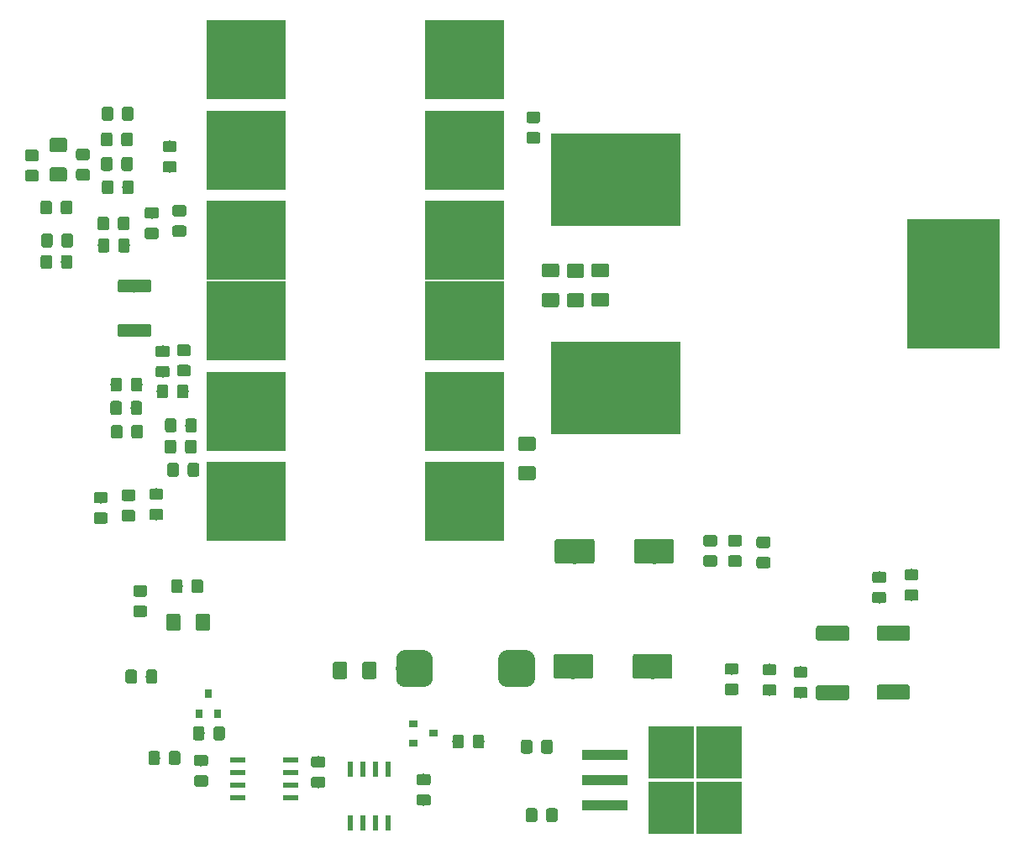
<source format=gtp>
G04 #@! TF.GenerationSoftware,KiCad,Pcbnew,6.0.0-rc1-unknown-e7fa02a~66~ubuntu18.04.1*
G04 #@! TF.CreationDate,2021-10-31T13:50:50-07:00
G04 #@! TF.ProjectId,munin3,6d756e69-6e33-42e6-9b69-6361645f7063,rev?*
G04 #@! TF.SameCoordinates,Original*
G04 #@! TF.FileFunction,Paste,Top*
G04 #@! TF.FilePolarity,Positive*
%FSLAX46Y46*%
G04 Gerber Fmt 4.6, Leading zero omitted, Abs format (unit mm)*
G04 Created by KiCad (PCBNEW 6.0.0-rc1-unknown-e7fa02a~66~ubuntu18.04.1) date Sun 31 Oct 2021 01:50:50 PM PDT*
%MOMM*%
%LPD*%
G04 APERTURE LIST*
%ADD10C,0.100000*%
%ADD11C,2.500000*%
%ADD12C,1.150000*%
%ADD13C,1.425000*%
%ADD14R,4.600000X1.100000*%
%ADD15R,4.550000X5.250000*%
%ADD16R,13.150000X9.400000*%
%ADD17R,9.400000X13.150000*%
%ADD18C,1.300000*%
%ADD19C,1.525000*%
%ADD20R,0.900000X0.800000*%
%ADD21R,1.550000X0.600000*%
%ADD22R,8.000000X8.000000*%
%ADD23R,0.600000X1.550000*%
%ADD24C,3.700000*%
%ADD25R,0.800000X0.900000*%
G04 APERTURE END LIST*
D10*
G36*
X158436504Y-130468204D02*
G01*
X158460773Y-130471804D01*
X158484571Y-130477765D01*
X158507671Y-130486030D01*
X158529849Y-130496520D01*
X158550893Y-130509133D01*
X158570598Y-130523747D01*
X158588777Y-130540223D01*
X158605253Y-130558402D01*
X158619867Y-130578107D01*
X158632480Y-130599151D01*
X158642970Y-130621329D01*
X158651235Y-130644429D01*
X158657196Y-130668227D01*
X158660796Y-130692496D01*
X158662000Y-130717000D01*
X158662000Y-132717000D01*
X158660796Y-132741504D01*
X158657196Y-132765773D01*
X158651235Y-132789571D01*
X158642970Y-132812671D01*
X158632480Y-132834849D01*
X158619867Y-132855893D01*
X158605253Y-132875598D01*
X158588777Y-132893777D01*
X158570598Y-132910253D01*
X158550893Y-132924867D01*
X158529849Y-132937480D01*
X158507671Y-132947970D01*
X158484571Y-132956235D01*
X158460773Y-132962196D01*
X158436504Y-132965796D01*
X158412000Y-132967000D01*
X154912000Y-132967000D01*
X154887496Y-132965796D01*
X154863227Y-132962196D01*
X154839429Y-132956235D01*
X154816329Y-132947970D01*
X154794151Y-132937480D01*
X154773107Y-132924867D01*
X154753402Y-132910253D01*
X154735223Y-132893777D01*
X154718747Y-132875598D01*
X154704133Y-132855893D01*
X154691520Y-132834849D01*
X154681030Y-132812671D01*
X154672765Y-132789571D01*
X154666804Y-132765773D01*
X154663204Y-132741504D01*
X154662000Y-132717000D01*
X154662000Y-130717000D01*
X154663204Y-130692496D01*
X154666804Y-130668227D01*
X154672765Y-130644429D01*
X154681030Y-130621329D01*
X154691520Y-130599151D01*
X154704133Y-130578107D01*
X154718747Y-130558402D01*
X154735223Y-130540223D01*
X154753402Y-130523747D01*
X154773107Y-130509133D01*
X154794151Y-130496520D01*
X154816329Y-130486030D01*
X154839429Y-130477765D01*
X154863227Y-130471804D01*
X154887496Y-130468204D01*
X154912000Y-130467000D01*
X158412000Y-130467000D01*
X158436504Y-130468204D01*
X158436504Y-130468204D01*
G37*
D11*
X156662000Y-131717000D03*
D10*
G36*
X166436504Y-130468204D02*
G01*
X166460773Y-130471804D01*
X166484571Y-130477765D01*
X166507671Y-130486030D01*
X166529849Y-130496520D01*
X166550893Y-130509133D01*
X166570598Y-130523747D01*
X166588777Y-130540223D01*
X166605253Y-130558402D01*
X166619867Y-130578107D01*
X166632480Y-130599151D01*
X166642970Y-130621329D01*
X166651235Y-130644429D01*
X166657196Y-130668227D01*
X166660796Y-130692496D01*
X166662000Y-130717000D01*
X166662000Y-132717000D01*
X166660796Y-132741504D01*
X166657196Y-132765773D01*
X166651235Y-132789571D01*
X166642970Y-132812671D01*
X166632480Y-132834849D01*
X166619867Y-132855893D01*
X166605253Y-132875598D01*
X166588777Y-132893777D01*
X166570598Y-132910253D01*
X166550893Y-132924867D01*
X166529849Y-132937480D01*
X166507671Y-132947970D01*
X166484571Y-132956235D01*
X166460773Y-132962196D01*
X166436504Y-132965796D01*
X166412000Y-132967000D01*
X162912000Y-132967000D01*
X162887496Y-132965796D01*
X162863227Y-132962196D01*
X162839429Y-132956235D01*
X162816329Y-132947970D01*
X162794151Y-132937480D01*
X162773107Y-132924867D01*
X162753402Y-132910253D01*
X162735223Y-132893777D01*
X162718747Y-132875598D01*
X162704133Y-132855893D01*
X162691520Y-132834849D01*
X162681030Y-132812671D01*
X162672765Y-132789571D01*
X162666804Y-132765773D01*
X162663204Y-132741504D01*
X162662000Y-132717000D01*
X162662000Y-130717000D01*
X162663204Y-130692496D01*
X162666804Y-130668227D01*
X162672765Y-130644429D01*
X162681030Y-130621329D01*
X162691520Y-130599151D01*
X162704133Y-130578107D01*
X162718747Y-130558402D01*
X162735223Y-130540223D01*
X162753402Y-130523747D01*
X162773107Y-130509133D01*
X162794151Y-130496520D01*
X162816329Y-130486030D01*
X162839429Y-130477765D01*
X162863227Y-130471804D01*
X162887496Y-130468204D01*
X162912000Y-130467000D01*
X166412000Y-130467000D01*
X166436504Y-130468204D01*
X166436504Y-130468204D01*
G37*
D11*
X164662000Y-131717000D03*
D10*
G36*
X102575505Y-79619204D02*
G01*
X102599773Y-79622804D01*
X102623572Y-79628765D01*
X102646671Y-79637030D01*
X102668850Y-79647520D01*
X102689893Y-79660132D01*
X102709599Y-79674747D01*
X102727777Y-79691223D01*
X102744253Y-79709401D01*
X102758868Y-79729107D01*
X102771480Y-79750150D01*
X102781970Y-79772329D01*
X102790235Y-79795428D01*
X102796196Y-79819227D01*
X102799796Y-79843495D01*
X102801000Y-79867999D01*
X102801000Y-80518001D01*
X102799796Y-80542505D01*
X102796196Y-80566773D01*
X102790235Y-80590572D01*
X102781970Y-80613671D01*
X102771480Y-80635850D01*
X102758868Y-80656893D01*
X102744253Y-80676599D01*
X102727777Y-80694777D01*
X102709599Y-80711253D01*
X102689893Y-80725868D01*
X102668850Y-80738480D01*
X102646671Y-80748970D01*
X102623572Y-80757235D01*
X102599773Y-80763196D01*
X102575505Y-80766796D01*
X102551001Y-80768000D01*
X101650999Y-80768000D01*
X101626495Y-80766796D01*
X101602227Y-80763196D01*
X101578428Y-80757235D01*
X101555329Y-80748970D01*
X101533150Y-80738480D01*
X101512107Y-80725868D01*
X101492401Y-80711253D01*
X101474223Y-80694777D01*
X101457747Y-80676599D01*
X101443132Y-80656893D01*
X101430520Y-80635850D01*
X101420030Y-80613671D01*
X101411765Y-80590572D01*
X101405804Y-80566773D01*
X101402204Y-80542505D01*
X101401000Y-80518001D01*
X101401000Y-79867999D01*
X101402204Y-79843495D01*
X101405804Y-79819227D01*
X101411765Y-79795428D01*
X101420030Y-79772329D01*
X101430520Y-79750150D01*
X101443132Y-79729107D01*
X101457747Y-79709401D01*
X101474223Y-79691223D01*
X101492401Y-79674747D01*
X101512107Y-79660132D01*
X101533150Y-79647520D01*
X101555329Y-79637030D01*
X101578428Y-79628765D01*
X101602227Y-79622804D01*
X101626495Y-79619204D01*
X101650999Y-79618000D01*
X102551001Y-79618000D01*
X102575505Y-79619204D01*
X102575505Y-79619204D01*
G37*
D12*
X102101000Y-80193000D03*
D10*
G36*
X102575505Y-81669204D02*
G01*
X102599773Y-81672804D01*
X102623572Y-81678765D01*
X102646671Y-81687030D01*
X102668850Y-81697520D01*
X102689893Y-81710132D01*
X102709599Y-81724747D01*
X102727777Y-81741223D01*
X102744253Y-81759401D01*
X102758868Y-81779107D01*
X102771480Y-81800150D01*
X102781970Y-81822329D01*
X102790235Y-81845428D01*
X102796196Y-81869227D01*
X102799796Y-81893495D01*
X102801000Y-81917999D01*
X102801000Y-82568001D01*
X102799796Y-82592505D01*
X102796196Y-82616773D01*
X102790235Y-82640572D01*
X102781970Y-82663671D01*
X102771480Y-82685850D01*
X102758868Y-82706893D01*
X102744253Y-82726599D01*
X102727777Y-82744777D01*
X102709599Y-82761253D01*
X102689893Y-82775868D01*
X102668850Y-82788480D01*
X102646671Y-82798970D01*
X102623572Y-82807235D01*
X102599773Y-82813196D01*
X102575505Y-82816796D01*
X102551001Y-82818000D01*
X101650999Y-82818000D01*
X101626495Y-82816796D01*
X101602227Y-82813196D01*
X101578428Y-82807235D01*
X101555329Y-82798970D01*
X101533150Y-82788480D01*
X101512107Y-82775868D01*
X101492401Y-82761253D01*
X101474223Y-82744777D01*
X101457747Y-82726599D01*
X101443132Y-82706893D01*
X101430520Y-82685850D01*
X101420030Y-82663671D01*
X101411765Y-82640572D01*
X101405804Y-82616773D01*
X101402204Y-82592505D01*
X101401000Y-82568001D01*
X101401000Y-81917999D01*
X101402204Y-81893495D01*
X101405804Y-81869227D01*
X101411765Y-81845428D01*
X101420030Y-81822329D01*
X101430520Y-81800150D01*
X101443132Y-81779107D01*
X101457747Y-81759401D01*
X101474223Y-81741223D01*
X101492401Y-81724747D01*
X101512107Y-81710132D01*
X101533150Y-81697520D01*
X101555329Y-81687030D01*
X101578428Y-81678765D01*
X101602227Y-81672804D01*
X101626495Y-81669204D01*
X101650999Y-81668000D01*
X102551001Y-81668000D01*
X102575505Y-81669204D01*
X102575505Y-81669204D01*
G37*
D12*
X102101000Y-82243000D03*
D10*
G36*
X103968505Y-88071204D02*
G01*
X103992773Y-88074804D01*
X104016572Y-88080765D01*
X104039671Y-88089030D01*
X104061850Y-88099520D01*
X104082893Y-88112132D01*
X104102599Y-88126747D01*
X104120777Y-88143223D01*
X104137253Y-88161401D01*
X104151868Y-88181107D01*
X104164480Y-88202150D01*
X104174970Y-88224329D01*
X104183235Y-88247428D01*
X104189196Y-88271227D01*
X104192796Y-88295495D01*
X104194000Y-88319999D01*
X104194000Y-89220001D01*
X104192796Y-89244505D01*
X104189196Y-89268773D01*
X104183235Y-89292572D01*
X104174970Y-89315671D01*
X104164480Y-89337850D01*
X104151868Y-89358893D01*
X104137253Y-89378599D01*
X104120777Y-89396777D01*
X104102599Y-89413253D01*
X104082893Y-89427868D01*
X104061850Y-89440480D01*
X104039671Y-89450970D01*
X104016572Y-89459235D01*
X103992773Y-89465196D01*
X103968505Y-89468796D01*
X103944001Y-89470000D01*
X103293999Y-89470000D01*
X103269495Y-89468796D01*
X103245227Y-89465196D01*
X103221428Y-89459235D01*
X103198329Y-89450970D01*
X103176150Y-89440480D01*
X103155107Y-89427868D01*
X103135401Y-89413253D01*
X103117223Y-89396777D01*
X103100747Y-89378599D01*
X103086132Y-89358893D01*
X103073520Y-89337850D01*
X103063030Y-89315671D01*
X103054765Y-89292572D01*
X103048804Y-89268773D01*
X103045204Y-89244505D01*
X103044000Y-89220001D01*
X103044000Y-88319999D01*
X103045204Y-88295495D01*
X103048804Y-88271227D01*
X103054765Y-88247428D01*
X103063030Y-88224329D01*
X103073520Y-88202150D01*
X103086132Y-88181107D01*
X103100747Y-88161401D01*
X103117223Y-88143223D01*
X103135401Y-88126747D01*
X103155107Y-88112132D01*
X103176150Y-88099520D01*
X103198329Y-88089030D01*
X103221428Y-88080765D01*
X103245227Y-88074804D01*
X103269495Y-88071204D01*
X103293999Y-88070000D01*
X103944001Y-88070000D01*
X103968505Y-88071204D01*
X103968505Y-88071204D01*
G37*
D12*
X103619000Y-88770000D03*
D10*
G36*
X106018505Y-88071204D02*
G01*
X106042773Y-88074804D01*
X106066572Y-88080765D01*
X106089671Y-88089030D01*
X106111850Y-88099520D01*
X106132893Y-88112132D01*
X106152599Y-88126747D01*
X106170777Y-88143223D01*
X106187253Y-88161401D01*
X106201868Y-88181107D01*
X106214480Y-88202150D01*
X106224970Y-88224329D01*
X106233235Y-88247428D01*
X106239196Y-88271227D01*
X106242796Y-88295495D01*
X106244000Y-88319999D01*
X106244000Y-89220001D01*
X106242796Y-89244505D01*
X106239196Y-89268773D01*
X106233235Y-89292572D01*
X106224970Y-89315671D01*
X106214480Y-89337850D01*
X106201868Y-89358893D01*
X106187253Y-89378599D01*
X106170777Y-89396777D01*
X106152599Y-89413253D01*
X106132893Y-89427868D01*
X106111850Y-89440480D01*
X106089671Y-89450970D01*
X106066572Y-89459235D01*
X106042773Y-89465196D01*
X106018505Y-89468796D01*
X105994001Y-89470000D01*
X105343999Y-89470000D01*
X105319495Y-89468796D01*
X105295227Y-89465196D01*
X105271428Y-89459235D01*
X105248329Y-89450970D01*
X105226150Y-89440480D01*
X105205107Y-89427868D01*
X105185401Y-89413253D01*
X105167223Y-89396777D01*
X105150747Y-89378599D01*
X105136132Y-89358893D01*
X105123520Y-89337850D01*
X105113030Y-89315671D01*
X105104765Y-89292572D01*
X105098804Y-89268773D01*
X105095204Y-89244505D01*
X105094000Y-89220001D01*
X105094000Y-88319999D01*
X105095204Y-88295495D01*
X105098804Y-88271227D01*
X105104765Y-88247428D01*
X105113030Y-88224329D01*
X105123520Y-88202150D01*
X105136132Y-88181107D01*
X105150747Y-88161401D01*
X105167223Y-88143223D01*
X105185401Y-88126747D01*
X105205107Y-88112132D01*
X105226150Y-88099520D01*
X105248329Y-88089030D01*
X105271428Y-88080765D01*
X105295227Y-88074804D01*
X105319495Y-88071204D01*
X105343999Y-88070000D01*
X105994001Y-88070000D01*
X106018505Y-88071204D01*
X106018505Y-88071204D01*
G37*
D12*
X105669000Y-88770000D03*
D10*
G36*
X111703505Y-86365204D02*
G01*
X111727773Y-86368804D01*
X111751572Y-86374765D01*
X111774671Y-86383030D01*
X111796850Y-86393520D01*
X111817893Y-86406132D01*
X111837599Y-86420747D01*
X111855777Y-86437223D01*
X111872253Y-86455401D01*
X111886868Y-86475107D01*
X111899480Y-86496150D01*
X111909970Y-86518329D01*
X111918235Y-86541428D01*
X111924196Y-86565227D01*
X111927796Y-86589495D01*
X111929000Y-86613999D01*
X111929000Y-87514001D01*
X111927796Y-87538505D01*
X111924196Y-87562773D01*
X111918235Y-87586572D01*
X111909970Y-87609671D01*
X111899480Y-87631850D01*
X111886868Y-87652893D01*
X111872253Y-87672599D01*
X111855777Y-87690777D01*
X111837599Y-87707253D01*
X111817893Y-87721868D01*
X111796850Y-87734480D01*
X111774671Y-87744970D01*
X111751572Y-87753235D01*
X111727773Y-87759196D01*
X111703505Y-87762796D01*
X111679001Y-87764000D01*
X111028999Y-87764000D01*
X111004495Y-87762796D01*
X110980227Y-87759196D01*
X110956428Y-87753235D01*
X110933329Y-87744970D01*
X110911150Y-87734480D01*
X110890107Y-87721868D01*
X110870401Y-87707253D01*
X110852223Y-87690777D01*
X110835747Y-87672599D01*
X110821132Y-87652893D01*
X110808520Y-87631850D01*
X110798030Y-87609671D01*
X110789765Y-87586572D01*
X110783804Y-87562773D01*
X110780204Y-87538505D01*
X110779000Y-87514001D01*
X110779000Y-86613999D01*
X110780204Y-86589495D01*
X110783804Y-86565227D01*
X110789765Y-86541428D01*
X110798030Y-86518329D01*
X110808520Y-86496150D01*
X110821132Y-86475107D01*
X110835747Y-86455401D01*
X110852223Y-86437223D01*
X110870401Y-86420747D01*
X110890107Y-86406132D01*
X110911150Y-86393520D01*
X110933329Y-86383030D01*
X110956428Y-86374765D01*
X110980227Y-86368804D01*
X111004495Y-86365204D01*
X111028999Y-86364000D01*
X111679001Y-86364000D01*
X111703505Y-86365204D01*
X111703505Y-86365204D01*
G37*
D12*
X111354000Y-87064000D03*
D10*
G36*
X109653505Y-86365204D02*
G01*
X109677773Y-86368804D01*
X109701572Y-86374765D01*
X109724671Y-86383030D01*
X109746850Y-86393520D01*
X109767893Y-86406132D01*
X109787599Y-86420747D01*
X109805777Y-86437223D01*
X109822253Y-86455401D01*
X109836868Y-86475107D01*
X109849480Y-86496150D01*
X109859970Y-86518329D01*
X109868235Y-86541428D01*
X109874196Y-86565227D01*
X109877796Y-86589495D01*
X109879000Y-86613999D01*
X109879000Y-87514001D01*
X109877796Y-87538505D01*
X109874196Y-87562773D01*
X109868235Y-87586572D01*
X109859970Y-87609671D01*
X109849480Y-87631850D01*
X109836868Y-87652893D01*
X109822253Y-87672599D01*
X109805777Y-87690777D01*
X109787599Y-87707253D01*
X109767893Y-87721868D01*
X109746850Y-87734480D01*
X109724671Y-87744970D01*
X109701572Y-87753235D01*
X109677773Y-87759196D01*
X109653505Y-87762796D01*
X109629001Y-87764000D01*
X108978999Y-87764000D01*
X108954495Y-87762796D01*
X108930227Y-87759196D01*
X108906428Y-87753235D01*
X108883329Y-87744970D01*
X108861150Y-87734480D01*
X108840107Y-87721868D01*
X108820401Y-87707253D01*
X108802223Y-87690777D01*
X108785747Y-87672599D01*
X108771132Y-87652893D01*
X108758520Y-87631850D01*
X108748030Y-87609671D01*
X108739765Y-87586572D01*
X108733804Y-87562773D01*
X108730204Y-87538505D01*
X108729000Y-87514001D01*
X108729000Y-86613999D01*
X108730204Y-86589495D01*
X108733804Y-86565227D01*
X108739765Y-86541428D01*
X108748030Y-86518329D01*
X108758520Y-86496150D01*
X108771132Y-86475107D01*
X108785747Y-86455401D01*
X108802223Y-86437223D01*
X108820401Y-86420747D01*
X108840107Y-86406132D01*
X108861150Y-86393520D01*
X108883329Y-86383030D01*
X108906428Y-86374765D01*
X108930227Y-86368804D01*
X108954495Y-86365204D01*
X108978999Y-86364000D01*
X109629001Y-86364000D01*
X109653505Y-86365204D01*
X109653505Y-86365204D01*
G37*
D12*
X109304000Y-87064000D03*
D10*
G36*
X109687505Y-88587204D02*
G01*
X109711773Y-88590804D01*
X109735572Y-88596765D01*
X109758671Y-88605030D01*
X109780850Y-88615520D01*
X109801893Y-88628132D01*
X109821599Y-88642747D01*
X109839777Y-88659223D01*
X109856253Y-88677401D01*
X109870868Y-88697107D01*
X109883480Y-88718150D01*
X109893970Y-88740329D01*
X109902235Y-88763428D01*
X109908196Y-88787227D01*
X109911796Y-88811495D01*
X109913000Y-88835999D01*
X109913000Y-89736001D01*
X109911796Y-89760505D01*
X109908196Y-89784773D01*
X109902235Y-89808572D01*
X109893970Y-89831671D01*
X109883480Y-89853850D01*
X109870868Y-89874893D01*
X109856253Y-89894599D01*
X109839777Y-89912777D01*
X109821599Y-89929253D01*
X109801893Y-89943868D01*
X109780850Y-89956480D01*
X109758671Y-89966970D01*
X109735572Y-89975235D01*
X109711773Y-89981196D01*
X109687505Y-89984796D01*
X109663001Y-89986000D01*
X109012999Y-89986000D01*
X108988495Y-89984796D01*
X108964227Y-89981196D01*
X108940428Y-89975235D01*
X108917329Y-89966970D01*
X108895150Y-89956480D01*
X108874107Y-89943868D01*
X108854401Y-89929253D01*
X108836223Y-89912777D01*
X108819747Y-89894599D01*
X108805132Y-89874893D01*
X108792520Y-89853850D01*
X108782030Y-89831671D01*
X108773765Y-89808572D01*
X108767804Y-89784773D01*
X108764204Y-89760505D01*
X108763000Y-89736001D01*
X108763000Y-88835999D01*
X108764204Y-88811495D01*
X108767804Y-88787227D01*
X108773765Y-88763428D01*
X108782030Y-88740329D01*
X108792520Y-88718150D01*
X108805132Y-88697107D01*
X108819747Y-88677401D01*
X108836223Y-88659223D01*
X108854401Y-88642747D01*
X108874107Y-88628132D01*
X108895150Y-88615520D01*
X108917329Y-88605030D01*
X108940428Y-88596765D01*
X108964227Y-88590804D01*
X108988495Y-88587204D01*
X109012999Y-88586000D01*
X109663001Y-88586000D01*
X109687505Y-88587204D01*
X109687505Y-88587204D01*
G37*
D12*
X109338000Y-89286000D03*
D10*
G36*
X111737505Y-88587204D02*
G01*
X111761773Y-88590804D01*
X111785572Y-88596765D01*
X111808671Y-88605030D01*
X111830850Y-88615520D01*
X111851893Y-88628132D01*
X111871599Y-88642747D01*
X111889777Y-88659223D01*
X111906253Y-88677401D01*
X111920868Y-88697107D01*
X111933480Y-88718150D01*
X111943970Y-88740329D01*
X111952235Y-88763428D01*
X111958196Y-88787227D01*
X111961796Y-88811495D01*
X111963000Y-88835999D01*
X111963000Y-89736001D01*
X111961796Y-89760505D01*
X111958196Y-89784773D01*
X111952235Y-89808572D01*
X111943970Y-89831671D01*
X111933480Y-89853850D01*
X111920868Y-89874893D01*
X111906253Y-89894599D01*
X111889777Y-89912777D01*
X111871599Y-89929253D01*
X111851893Y-89943868D01*
X111830850Y-89956480D01*
X111808671Y-89966970D01*
X111785572Y-89975235D01*
X111761773Y-89981196D01*
X111737505Y-89984796D01*
X111713001Y-89986000D01*
X111062999Y-89986000D01*
X111038495Y-89984796D01*
X111014227Y-89981196D01*
X110990428Y-89975235D01*
X110967329Y-89966970D01*
X110945150Y-89956480D01*
X110924107Y-89943868D01*
X110904401Y-89929253D01*
X110886223Y-89912777D01*
X110869747Y-89894599D01*
X110855132Y-89874893D01*
X110842520Y-89853850D01*
X110832030Y-89831671D01*
X110823765Y-89808572D01*
X110817804Y-89784773D01*
X110814204Y-89760505D01*
X110813000Y-89736001D01*
X110813000Y-88835999D01*
X110814204Y-88811495D01*
X110817804Y-88787227D01*
X110823765Y-88763428D01*
X110832030Y-88740329D01*
X110842520Y-88718150D01*
X110855132Y-88697107D01*
X110869747Y-88677401D01*
X110886223Y-88659223D01*
X110904401Y-88642747D01*
X110924107Y-88628132D01*
X110945150Y-88615520D01*
X110967329Y-88605030D01*
X110990428Y-88596765D01*
X111014227Y-88590804D01*
X111038495Y-88587204D01*
X111062999Y-88586000D01*
X111713001Y-88586000D01*
X111737505Y-88587204D01*
X111737505Y-88587204D01*
G37*
D12*
X111388000Y-89286000D03*
D10*
G36*
X155020504Y-91084204D02*
G01*
X155044773Y-91087804D01*
X155068571Y-91093765D01*
X155091671Y-91102030D01*
X155113849Y-91112520D01*
X155134893Y-91125133D01*
X155154598Y-91139747D01*
X155172777Y-91156223D01*
X155189253Y-91174402D01*
X155203867Y-91194107D01*
X155216480Y-91215151D01*
X155226970Y-91237329D01*
X155235235Y-91260429D01*
X155241196Y-91284227D01*
X155244796Y-91308496D01*
X155246000Y-91333000D01*
X155246000Y-92258000D01*
X155244796Y-92282504D01*
X155241196Y-92306773D01*
X155235235Y-92330571D01*
X155226970Y-92353671D01*
X155216480Y-92375849D01*
X155203867Y-92396893D01*
X155189253Y-92416598D01*
X155172777Y-92434777D01*
X155154598Y-92451253D01*
X155134893Y-92465867D01*
X155113849Y-92478480D01*
X155091671Y-92488970D01*
X155068571Y-92497235D01*
X155044773Y-92503196D01*
X155020504Y-92506796D01*
X154996000Y-92508000D01*
X153746000Y-92508000D01*
X153721496Y-92506796D01*
X153697227Y-92503196D01*
X153673429Y-92497235D01*
X153650329Y-92488970D01*
X153628151Y-92478480D01*
X153607107Y-92465867D01*
X153587402Y-92451253D01*
X153569223Y-92434777D01*
X153552747Y-92416598D01*
X153538133Y-92396893D01*
X153525520Y-92375849D01*
X153515030Y-92353671D01*
X153506765Y-92330571D01*
X153500804Y-92306773D01*
X153497204Y-92282504D01*
X153496000Y-92258000D01*
X153496000Y-91333000D01*
X153497204Y-91308496D01*
X153500804Y-91284227D01*
X153506765Y-91260429D01*
X153515030Y-91237329D01*
X153525520Y-91215151D01*
X153538133Y-91194107D01*
X153552747Y-91174402D01*
X153569223Y-91156223D01*
X153587402Y-91139747D01*
X153607107Y-91125133D01*
X153628151Y-91112520D01*
X153650329Y-91102030D01*
X153673429Y-91093765D01*
X153697227Y-91087804D01*
X153721496Y-91084204D01*
X153746000Y-91083000D01*
X154996000Y-91083000D01*
X155020504Y-91084204D01*
X155020504Y-91084204D01*
G37*
D13*
X154371000Y-91795500D03*
D10*
G36*
X155020504Y-94059204D02*
G01*
X155044773Y-94062804D01*
X155068571Y-94068765D01*
X155091671Y-94077030D01*
X155113849Y-94087520D01*
X155134893Y-94100133D01*
X155154598Y-94114747D01*
X155172777Y-94131223D01*
X155189253Y-94149402D01*
X155203867Y-94169107D01*
X155216480Y-94190151D01*
X155226970Y-94212329D01*
X155235235Y-94235429D01*
X155241196Y-94259227D01*
X155244796Y-94283496D01*
X155246000Y-94308000D01*
X155246000Y-95233000D01*
X155244796Y-95257504D01*
X155241196Y-95281773D01*
X155235235Y-95305571D01*
X155226970Y-95328671D01*
X155216480Y-95350849D01*
X155203867Y-95371893D01*
X155189253Y-95391598D01*
X155172777Y-95409777D01*
X155154598Y-95426253D01*
X155134893Y-95440867D01*
X155113849Y-95453480D01*
X155091671Y-95463970D01*
X155068571Y-95472235D01*
X155044773Y-95478196D01*
X155020504Y-95481796D01*
X154996000Y-95483000D01*
X153746000Y-95483000D01*
X153721496Y-95481796D01*
X153697227Y-95478196D01*
X153673429Y-95472235D01*
X153650329Y-95463970D01*
X153628151Y-95453480D01*
X153607107Y-95440867D01*
X153587402Y-95426253D01*
X153569223Y-95409777D01*
X153552747Y-95391598D01*
X153538133Y-95371893D01*
X153525520Y-95350849D01*
X153515030Y-95328671D01*
X153506765Y-95305571D01*
X153500804Y-95281773D01*
X153497204Y-95257504D01*
X153496000Y-95233000D01*
X153496000Y-94308000D01*
X153497204Y-94283496D01*
X153500804Y-94259227D01*
X153506765Y-94235429D01*
X153515030Y-94212329D01*
X153525520Y-94190151D01*
X153538133Y-94169107D01*
X153552747Y-94149402D01*
X153569223Y-94131223D01*
X153587402Y-94114747D01*
X153607107Y-94100133D01*
X153628151Y-94087520D01*
X153650329Y-94077030D01*
X153673429Y-94068765D01*
X153697227Y-94062804D01*
X153721496Y-94059204D01*
X153746000Y-94058000D01*
X154996000Y-94058000D01*
X155020504Y-94059204D01*
X155020504Y-94059204D01*
G37*
D13*
X154371000Y-94770500D03*
D10*
G36*
X157542504Y-94094204D02*
G01*
X157566773Y-94097804D01*
X157590571Y-94103765D01*
X157613671Y-94112030D01*
X157635849Y-94122520D01*
X157656893Y-94135133D01*
X157676598Y-94149747D01*
X157694777Y-94166223D01*
X157711253Y-94184402D01*
X157725867Y-94204107D01*
X157738480Y-94225151D01*
X157748970Y-94247329D01*
X157757235Y-94270429D01*
X157763196Y-94294227D01*
X157766796Y-94318496D01*
X157768000Y-94343000D01*
X157768000Y-95268000D01*
X157766796Y-95292504D01*
X157763196Y-95316773D01*
X157757235Y-95340571D01*
X157748970Y-95363671D01*
X157738480Y-95385849D01*
X157725867Y-95406893D01*
X157711253Y-95426598D01*
X157694777Y-95444777D01*
X157676598Y-95461253D01*
X157656893Y-95475867D01*
X157635849Y-95488480D01*
X157613671Y-95498970D01*
X157590571Y-95507235D01*
X157566773Y-95513196D01*
X157542504Y-95516796D01*
X157518000Y-95518000D01*
X156268000Y-95518000D01*
X156243496Y-95516796D01*
X156219227Y-95513196D01*
X156195429Y-95507235D01*
X156172329Y-95498970D01*
X156150151Y-95488480D01*
X156129107Y-95475867D01*
X156109402Y-95461253D01*
X156091223Y-95444777D01*
X156074747Y-95426598D01*
X156060133Y-95406893D01*
X156047520Y-95385849D01*
X156037030Y-95363671D01*
X156028765Y-95340571D01*
X156022804Y-95316773D01*
X156019204Y-95292504D01*
X156018000Y-95268000D01*
X156018000Y-94343000D01*
X156019204Y-94318496D01*
X156022804Y-94294227D01*
X156028765Y-94270429D01*
X156037030Y-94247329D01*
X156047520Y-94225151D01*
X156060133Y-94204107D01*
X156074747Y-94184402D01*
X156091223Y-94166223D01*
X156109402Y-94149747D01*
X156129107Y-94135133D01*
X156150151Y-94122520D01*
X156172329Y-94112030D01*
X156195429Y-94103765D01*
X156219227Y-94097804D01*
X156243496Y-94094204D01*
X156268000Y-94093000D01*
X157518000Y-94093000D01*
X157542504Y-94094204D01*
X157542504Y-94094204D01*
G37*
D13*
X156893000Y-94805500D03*
D10*
G36*
X157542504Y-91119204D02*
G01*
X157566773Y-91122804D01*
X157590571Y-91128765D01*
X157613671Y-91137030D01*
X157635849Y-91147520D01*
X157656893Y-91160133D01*
X157676598Y-91174747D01*
X157694777Y-91191223D01*
X157711253Y-91209402D01*
X157725867Y-91229107D01*
X157738480Y-91250151D01*
X157748970Y-91272329D01*
X157757235Y-91295429D01*
X157763196Y-91319227D01*
X157766796Y-91343496D01*
X157768000Y-91368000D01*
X157768000Y-92293000D01*
X157766796Y-92317504D01*
X157763196Y-92341773D01*
X157757235Y-92365571D01*
X157748970Y-92388671D01*
X157738480Y-92410849D01*
X157725867Y-92431893D01*
X157711253Y-92451598D01*
X157694777Y-92469777D01*
X157676598Y-92486253D01*
X157656893Y-92500867D01*
X157635849Y-92513480D01*
X157613671Y-92523970D01*
X157590571Y-92532235D01*
X157566773Y-92538196D01*
X157542504Y-92541796D01*
X157518000Y-92543000D01*
X156268000Y-92543000D01*
X156243496Y-92541796D01*
X156219227Y-92538196D01*
X156195429Y-92532235D01*
X156172329Y-92523970D01*
X156150151Y-92513480D01*
X156129107Y-92500867D01*
X156109402Y-92486253D01*
X156091223Y-92469777D01*
X156074747Y-92451598D01*
X156060133Y-92431893D01*
X156047520Y-92410849D01*
X156037030Y-92388671D01*
X156028765Y-92365571D01*
X156022804Y-92341773D01*
X156019204Y-92317504D01*
X156018000Y-92293000D01*
X156018000Y-91368000D01*
X156019204Y-91343496D01*
X156022804Y-91319227D01*
X156028765Y-91295429D01*
X156037030Y-91272329D01*
X156047520Y-91250151D01*
X156060133Y-91229107D01*
X156074747Y-91209402D01*
X156091223Y-91191223D01*
X156109402Y-91174747D01*
X156129107Y-91160133D01*
X156150151Y-91147520D01*
X156172329Y-91137030D01*
X156195429Y-91128765D01*
X156219227Y-91122804D01*
X156243496Y-91119204D01*
X156268000Y-91118000D01*
X157518000Y-91118000D01*
X157542504Y-91119204D01*
X157542504Y-91119204D01*
G37*
D13*
X156893000Y-91830500D03*
D10*
G36*
X160042504Y-94050204D02*
G01*
X160066773Y-94053804D01*
X160090571Y-94059765D01*
X160113671Y-94068030D01*
X160135849Y-94078520D01*
X160156893Y-94091133D01*
X160176598Y-94105747D01*
X160194777Y-94122223D01*
X160211253Y-94140402D01*
X160225867Y-94160107D01*
X160238480Y-94181151D01*
X160248970Y-94203329D01*
X160257235Y-94226429D01*
X160263196Y-94250227D01*
X160266796Y-94274496D01*
X160268000Y-94299000D01*
X160268000Y-95224000D01*
X160266796Y-95248504D01*
X160263196Y-95272773D01*
X160257235Y-95296571D01*
X160248970Y-95319671D01*
X160238480Y-95341849D01*
X160225867Y-95362893D01*
X160211253Y-95382598D01*
X160194777Y-95400777D01*
X160176598Y-95417253D01*
X160156893Y-95431867D01*
X160135849Y-95444480D01*
X160113671Y-95454970D01*
X160090571Y-95463235D01*
X160066773Y-95469196D01*
X160042504Y-95472796D01*
X160018000Y-95474000D01*
X158768000Y-95474000D01*
X158743496Y-95472796D01*
X158719227Y-95469196D01*
X158695429Y-95463235D01*
X158672329Y-95454970D01*
X158650151Y-95444480D01*
X158629107Y-95431867D01*
X158609402Y-95417253D01*
X158591223Y-95400777D01*
X158574747Y-95382598D01*
X158560133Y-95362893D01*
X158547520Y-95341849D01*
X158537030Y-95319671D01*
X158528765Y-95296571D01*
X158522804Y-95272773D01*
X158519204Y-95248504D01*
X158518000Y-95224000D01*
X158518000Y-94299000D01*
X158519204Y-94274496D01*
X158522804Y-94250227D01*
X158528765Y-94226429D01*
X158537030Y-94203329D01*
X158547520Y-94181151D01*
X158560133Y-94160107D01*
X158574747Y-94140402D01*
X158591223Y-94122223D01*
X158609402Y-94105747D01*
X158629107Y-94091133D01*
X158650151Y-94078520D01*
X158672329Y-94068030D01*
X158695429Y-94059765D01*
X158719227Y-94053804D01*
X158743496Y-94050204D01*
X158768000Y-94049000D01*
X160018000Y-94049000D01*
X160042504Y-94050204D01*
X160042504Y-94050204D01*
G37*
D13*
X159393000Y-94761500D03*
D10*
G36*
X160042504Y-91075204D02*
G01*
X160066773Y-91078804D01*
X160090571Y-91084765D01*
X160113671Y-91093030D01*
X160135849Y-91103520D01*
X160156893Y-91116133D01*
X160176598Y-91130747D01*
X160194777Y-91147223D01*
X160211253Y-91165402D01*
X160225867Y-91185107D01*
X160238480Y-91206151D01*
X160248970Y-91228329D01*
X160257235Y-91251429D01*
X160263196Y-91275227D01*
X160266796Y-91299496D01*
X160268000Y-91324000D01*
X160268000Y-92249000D01*
X160266796Y-92273504D01*
X160263196Y-92297773D01*
X160257235Y-92321571D01*
X160248970Y-92344671D01*
X160238480Y-92366849D01*
X160225867Y-92387893D01*
X160211253Y-92407598D01*
X160194777Y-92425777D01*
X160176598Y-92442253D01*
X160156893Y-92456867D01*
X160135849Y-92469480D01*
X160113671Y-92479970D01*
X160090571Y-92488235D01*
X160066773Y-92494196D01*
X160042504Y-92497796D01*
X160018000Y-92499000D01*
X158768000Y-92499000D01*
X158743496Y-92497796D01*
X158719227Y-92494196D01*
X158695429Y-92488235D01*
X158672329Y-92479970D01*
X158650151Y-92469480D01*
X158629107Y-92456867D01*
X158609402Y-92442253D01*
X158591223Y-92425777D01*
X158574747Y-92407598D01*
X158560133Y-92387893D01*
X158547520Y-92366849D01*
X158537030Y-92344671D01*
X158528765Y-92321571D01*
X158522804Y-92297773D01*
X158519204Y-92273504D01*
X158518000Y-92249000D01*
X158518000Y-91324000D01*
X158519204Y-91299496D01*
X158522804Y-91275227D01*
X158528765Y-91251429D01*
X158537030Y-91228329D01*
X158547520Y-91206151D01*
X158560133Y-91185107D01*
X158574747Y-91165402D01*
X158591223Y-91147223D01*
X158609402Y-91130747D01*
X158629107Y-91116133D01*
X158650151Y-91103520D01*
X158672329Y-91093030D01*
X158695429Y-91084765D01*
X158719227Y-91078804D01*
X158743496Y-91075204D01*
X158768000Y-91074000D01*
X160018000Y-91074000D01*
X160042504Y-91075204D01*
X160042504Y-91075204D01*
G37*
D13*
X159393000Y-91786500D03*
D10*
G36*
X110958505Y-102603204D02*
G01*
X110982773Y-102606804D01*
X111006572Y-102612765D01*
X111029671Y-102621030D01*
X111051850Y-102631520D01*
X111072893Y-102644132D01*
X111092599Y-102658747D01*
X111110777Y-102675223D01*
X111127253Y-102693401D01*
X111141868Y-102713107D01*
X111154480Y-102734150D01*
X111164970Y-102756329D01*
X111173235Y-102779428D01*
X111179196Y-102803227D01*
X111182796Y-102827495D01*
X111184000Y-102851999D01*
X111184000Y-103752001D01*
X111182796Y-103776505D01*
X111179196Y-103800773D01*
X111173235Y-103824572D01*
X111164970Y-103847671D01*
X111154480Y-103869850D01*
X111141868Y-103890893D01*
X111127253Y-103910599D01*
X111110777Y-103928777D01*
X111092599Y-103945253D01*
X111072893Y-103959868D01*
X111051850Y-103972480D01*
X111029671Y-103982970D01*
X111006572Y-103991235D01*
X110982773Y-103997196D01*
X110958505Y-104000796D01*
X110934001Y-104002000D01*
X110283999Y-104002000D01*
X110259495Y-104000796D01*
X110235227Y-103997196D01*
X110211428Y-103991235D01*
X110188329Y-103982970D01*
X110166150Y-103972480D01*
X110145107Y-103959868D01*
X110125401Y-103945253D01*
X110107223Y-103928777D01*
X110090747Y-103910599D01*
X110076132Y-103890893D01*
X110063520Y-103869850D01*
X110053030Y-103847671D01*
X110044765Y-103824572D01*
X110038804Y-103800773D01*
X110035204Y-103776505D01*
X110034000Y-103752001D01*
X110034000Y-102851999D01*
X110035204Y-102827495D01*
X110038804Y-102803227D01*
X110044765Y-102779428D01*
X110053030Y-102756329D01*
X110063520Y-102734150D01*
X110076132Y-102713107D01*
X110090747Y-102693401D01*
X110107223Y-102675223D01*
X110125401Y-102658747D01*
X110145107Y-102644132D01*
X110166150Y-102631520D01*
X110188329Y-102621030D01*
X110211428Y-102612765D01*
X110235227Y-102606804D01*
X110259495Y-102603204D01*
X110283999Y-102602000D01*
X110934001Y-102602000D01*
X110958505Y-102603204D01*
X110958505Y-102603204D01*
G37*
D12*
X110609000Y-103302000D03*
D10*
G36*
X113008505Y-102603204D02*
G01*
X113032773Y-102606804D01*
X113056572Y-102612765D01*
X113079671Y-102621030D01*
X113101850Y-102631520D01*
X113122893Y-102644132D01*
X113142599Y-102658747D01*
X113160777Y-102675223D01*
X113177253Y-102693401D01*
X113191868Y-102713107D01*
X113204480Y-102734150D01*
X113214970Y-102756329D01*
X113223235Y-102779428D01*
X113229196Y-102803227D01*
X113232796Y-102827495D01*
X113234000Y-102851999D01*
X113234000Y-103752001D01*
X113232796Y-103776505D01*
X113229196Y-103800773D01*
X113223235Y-103824572D01*
X113214970Y-103847671D01*
X113204480Y-103869850D01*
X113191868Y-103890893D01*
X113177253Y-103910599D01*
X113160777Y-103928777D01*
X113142599Y-103945253D01*
X113122893Y-103959868D01*
X113101850Y-103972480D01*
X113079671Y-103982970D01*
X113056572Y-103991235D01*
X113032773Y-103997196D01*
X113008505Y-104000796D01*
X112984001Y-104002000D01*
X112333999Y-104002000D01*
X112309495Y-104000796D01*
X112285227Y-103997196D01*
X112261428Y-103991235D01*
X112238329Y-103982970D01*
X112216150Y-103972480D01*
X112195107Y-103959868D01*
X112175401Y-103945253D01*
X112157223Y-103928777D01*
X112140747Y-103910599D01*
X112126132Y-103890893D01*
X112113520Y-103869850D01*
X112103030Y-103847671D01*
X112094765Y-103824572D01*
X112088804Y-103800773D01*
X112085204Y-103776505D01*
X112084000Y-103752001D01*
X112084000Y-102851999D01*
X112085204Y-102827495D01*
X112088804Y-102803227D01*
X112094765Y-102779428D01*
X112103030Y-102756329D01*
X112113520Y-102734150D01*
X112126132Y-102713107D01*
X112140747Y-102693401D01*
X112157223Y-102675223D01*
X112175401Y-102658747D01*
X112195107Y-102644132D01*
X112216150Y-102631520D01*
X112238329Y-102621030D01*
X112261428Y-102612765D01*
X112285227Y-102606804D01*
X112309495Y-102603204D01*
X112333999Y-102602000D01*
X112984001Y-102602000D01*
X113008505Y-102603204D01*
X113008505Y-102603204D01*
G37*
D12*
X112659000Y-103302000D03*
D10*
G36*
X117657505Y-103298204D02*
G01*
X117681773Y-103301804D01*
X117705572Y-103307765D01*
X117728671Y-103316030D01*
X117750850Y-103326520D01*
X117771893Y-103339132D01*
X117791599Y-103353747D01*
X117809777Y-103370223D01*
X117826253Y-103388401D01*
X117840868Y-103408107D01*
X117853480Y-103429150D01*
X117863970Y-103451329D01*
X117872235Y-103474428D01*
X117878196Y-103498227D01*
X117881796Y-103522495D01*
X117883000Y-103546999D01*
X117883000Y-104447001D01*
X117881796Y-104471505D01*
X117878196Y-104495773D01*
X117872235Y-104519572D01*
X117863970Y-104542671D01*
X117853480Y-104564850D01*
X117840868Y-104585893D01*
X117826253Y-104605599D01*
X117809777Y-104623777D01*
X117791599Y-104640253D01*
X117771893Y-104654868D01*
X117750850Y-104667480D01*
X117728671Y-104677970D01*
X117705572Y-104686235D01*
X117681773Y-104692196D01*
X117657505Y-104695796D01*
X117633001Y-104697000D01*
X116982999Y-104697000D01*
X116958495Y-104695796D01*
X116934227Y-104692196D01*
X116910428Y-104686235D01*
X116887329Y-104677970D01*
X116865150Y-104667480D01*
X116844107Y-104654868D01*
X116824401Y-104640253D01*
X116806223Y-104623777D01*
X116789747Y-104605599D01*
X116775132Y-104585893D01*
X116762520Y-104564850D01*
X116752030Y-104542671D01*
X116743765Y-104519572D01*
X116737804Y-104495773D01*
X116734204Y-104471505D01*
X116733000Y-104447001D01*
X116733000Y-103546999D01*
X116734204Y-103522495D01*
X116737804Y-103498227D01*
X116743765Y-103474428D01*
X116752030Y-103451329D01*
X116762520Y-103429150D01*
X116775132Y-103408107D01*
X116789747Y-103388401D01*
X116806223Y-103370223D01*
X116824401Y-103353747D01*
X116844107Y-103339132D01*
X116865150Y-103326520D01*
X116887329Y-103316030D01*
X116910428Y-103307765D01*
X116934227Y-103301804D01*
X116958495Y-103298204D01*
X116982999Y-103297000D01*
X117633001Y-103297000D01*
X117657505Y-103298204D01*
X117657505Y-103298204D01*
G37*
D12*
X117308000Y-103997000D03*
D10*
G36*
X115607505Y-103298204D02*
G01*
X115631773Y-103301804D01*
X115655572Y-103307765D01*
X115678671Y-103316030D01*
X115700850Y-103326520D01*
X115721893Y-103339132D01*
X115741599Y-103353747D01*
X115759777Y-103370223D01*
X115776253Y-103388401D01*
X115790868Y-103408107D01*
X115803480Y-103429150D01*
X115813970Y-103451329D01*
X115822235Y-103474428D01*
X115828196Y-103498227D01*
X115831796Y-103522495D01*
X115833000Y-103546999D01*
X115833000Y-104447001D01*
X115831796Y-104471505D01*
X115828196Y-104495773D01*
X115822235Y-104519572D01*
X115813970Y-104542671D01*
X115803480Y-104564850D01*
X115790868Y-104585893D01*
X115776253Y-104605599D01*
X115759777Y-104623777D01*
X115741599Y-104640253D01*
X115721893Y-104654868D01*
X115700850Y-104667480D01*
X115678671Y-104677970D01*
X115655572Y-104686235D01*
X115631773Y-104692196D01*
X115607505Y-104695796D01*
X115583001Y-104697000D01*
X114932999Y-104697000D01*
X114908495Y-104695796D01*
X114884227Y-104692196D01*
X114860428Y-104686235D01*
X114837329Y-104677970D01*
X114815150Y-104667480D01*
X114794107Y-104654868D01*
X114774401Y-104640253D01*
X114756223Y-104623777D01*
X114739747Y-104605599D01*
X114725132Y-104585893D01*
X114712520Y-104564850D01*
X114702030Y-104542671D01*
X114693765Y-104519572D01*
X114687804Y-104495773D01*
X114684204Y-104471505D01*
X114683000Y-104447001D01*
X114683000Y-103546999D01*
X114684204Y-103522495D01*
X114687804Y-103498227D01*
X114693765Y-103474428D01*
X114702030Y-103451329D01*
X114712520Y-103429150D01*
X114725132Y-103408107D01*
X114739747Y-103388401D01*
X114756223Y-103370223D01*
X114774401Y-103353747D01*
X114794107Y-103339132D01*
X114815150Y-103326520D01*
X114837329Y-103316030D01*
X114860428Y-103307765D01*
X114884227Y-103301804D01*
X114908495Y-103298204D01*
X114932999Y-103297000D01*
X115583001Y-103297000D01*
X115607505Y-103298204D01*
X115607505Y-103298204D01*
G37*
D12*
X115258000Y-103997000D03*
D10*
G36*
X112982505Y-104958204D02*
G01*
X113006773Y-104961804D01*
X113030572Y-104967765D01*
X113053671Y-104976030D01*
X113075850Y-104986520D01*
X113096893Y-104999132D01*
X113116599Y-105013747D01*
X113134777Y-105030223D01*
X113151253Y-105048401D01*
X113165868Y-105068107D01*
X113178480Y-105089150D01*
X113188970Y-105111329D01*
X113197235Y-105134428D01*
X113203196Y-105158227D01*
X113206796Y-105182495D01*
X113208000Y-105206999D01*
X113208000Y-106107001D01*
X113206796Y-106131505D01*
X113203196Y-106155773D01*
X113197235Y-106179572D01*
X113188970Y-106202671D01*
X113178480Y-106224850D01*
X113165868Y-106245893D01*
X113151253Y-106265599D01*
X113134777Y-106283777D01*
X113116599Y-106300253D01*
X113096893Y-106314868D01*
X113075850Y-106327480D01*
X113053671Y-106337970D01*
X113030572Y-106346235D01*
X113006773Y-106352196D01*
X112982505Y-106355796D01*
X112958001Y-106357000D01*
X112307999Y-106357000D01*
X112283495Y-106355796D01*
X112259227Y-106352196D01*
X112235428Y-106346235D01*
X112212329Y-106337970D01*
X112190150Y-106327480D01*
X112169107Y-106314868D01*
X112149401Y-106300253D01*
X112131223Y-106283777D01*
X112114747Y-106265599D01*
X112100132Y-106245893D01*
X112087520Y-106224850D01*
X112077030Y-106202671D01*
X112068765Y-106179572D01*
X112062804Y-106155773D01*
X112059204Y-106131505D01*
X112058000Y-106107001D01*
X112058000Y-105206999D01*
X112059204Y-105182495D01*
X112062804Y-105158227D01*
X112068765Y-105134428D01*
X112077030Y-105111329D01*
X112087520Y-105089150D01*
X112100132Y-105068107D01*
X112114747Y-105048401D01*
X112131223Y-105030223D01*
X112149401Y-105013747D01*
X112169107Y-104999132D01*
X112190150Y-104986520D01*
X112212329Y-104976030D01*
X112235428Y-104967765D01*
X112259227Y-104961804D01*
X112283495Y-104958204D01*
X112307999Y-104957000D01*
X112958001Y-104957000D01*
X112982505Y-104958204D01*
X112982505Y-104958204D01*
G37*
D12*
X112633000Y-105657000D03*
D10*
G36*
X110932505Y-104958204D02*
G01*
X110956773Y-104961804D01*
X110980572Y-104967765D01*
X111003671Y-104976030D01*
X111025850Y-104986520D01*
X111046893Y-104999132D01*
X111066599Y-105013747D01*
X111084777Y-105030223D01*
X111101253Y-105048401D01*
X111115868Y-105068107D01*
X111128480Y-105089150D01*
X111138970Y-105111329D01*
X111147235Y-105134428D01*
X111153196Y-105158227D01*
X111156796Y-105182495D01*
X111158000Y-105206999D01*
X111158000Y-106107001D01*
X111156796Y-106131505D01*
X111153196Y-106155773D01*
X111147235Y-106179572D01*
X111138970Y-106202671D01*
X111128480Y-106224850D01*
X111115868Y-106245893D01*
X111101253Y-106265599D01*
X111084777Y-106283777D01*
X111066599Y-106300253D01*
X111046893Y-106314868D01*
X111025850Y-106327480D01*
X111003671Y-106337970D01*
X110980572Y-106346235D01*
X110956773Y-106352196D01*
X110932505Y-106355796D01*
X110908001Y-106357000D01*
X110257999Y-106357000D01*
X110233495Y-106355796D01*
X110209227Y-106352196D01*
X110185428Y-106346235D01*
X110162329Y-106337970D01*
X110140150Y-106327480D01*
X110119107Y-106314868D01*
X110099401Y-106300253D01*
X110081223Y-106283777D01*
X110064747Y-106265599D01*
X110050132Y-106245893D01*
X110037520Y-106224850D01*
X110027030Y-106202671D01*
X110018765Y-106179572D01*
X110012804Y-106155773D01*
X110009204Y-106131505D01*
X110008000Y-106107001D01*
X110008000Y-105206999D01*
X110009204Y-105182495D01*
X110012804Y-105158227D01*
X110018765Y-105134428D01*
X110027030Y-105111329D01*
X110037520Y-105089150D01*
X110050132Y-105068107D01*
X110064747Y-105048401D01*
X110081223Y-105030223D01*
X110099401Y-105013747D01*
X110119107Y-104999132D01*
X110140150Y-104986520D01*
X110162329Y-104976030D01*
X110185428Y-104967765D01*
X110209227Y-104961804D01*
X110233495Y-104958204D01*
X110257999Y-104957000D01*
X110908001Y-104957000D01*
X110932505Y-104958204D01*
X110932505Y-104958204D01*
G37*
D12*
X110583000Y-105657000D03*
D10*
G36*
X152649504Y-108551204D02*
G01*
X152673773Y-108554804D01*
X152697571Y-108560765D01*
X152720671Y-108569030D01*
X152742849Y-108579520D01*
X152763893Y-108592133D01*
X152783598Y-108606747D01*
X152801777Y-108623223D01*
X152818253Y-108641402D01*
X152832867Y-108661107D01*
X152845480Y-108682151D01*
X152855970Y-108704329D01*
X152864235Y-108727429D01*
X152870196Y-108751227D01*
X152873796Y-108775496D01*
X152875000Y-108800000D01*
X152875000Y-109725000D01*
X152873796Y-109749504D01*
X152870196Y-109773773D01*
X152864235Y-109797571D01*
X152855970Y-109820671D01*
X152845480Y-109842849D01*
X152832867Y-109863893D01*
X152818253Y-109883598D01*
X152801777Y-109901777D01*
X152783598Y-109918253D01*
X152763893Y-109932867D01*
X152742849Y-109945480D01*
X152720671Y-109955970D01*
X152697571Y-109964235D01*
X152673773Y-109970196D01*
X152649504Y-109973796D01*
X152625000Y-109975000D01*
X151375000Y-109975000D01*
X151350496Y-109973796D01*
X151326227Y-109970196D01*
X151302429Y-109964235D01*
X151279329Y-109955970D01*
X151257151Y-109945480D01*
X151236107Y-109932867D01*
X151216402Y-109918253D01*
X151198223Y-109901777D01*
X151181747Y-109883598D01*
X151167133Y-109863893D01*
X151154520Y-109842849D01*
X151144030Y-109820671D01*
X151135765Y-109797571D01*
X151129804Y-109773773D01*
X151126204Y-109749504D01*
X151125000Y-109725000D01*
X151125000Y-108800000D01*
X151126204Y-108775496D01*
X151129804Y-108751227D01*
X151135765Y-108727429D01*
X151144030Y-108704329D01*
X151154520Y-108682151D01*
X151167133Y-108661107D01*
X151181747Y-108641402D01*
X151198223Y-108623223D01*
X151216402Y-108606747D01*
X151236107Y-108592133D01*
X151257151Y-108579520D01*
X151279329Y-108569030D01*
X151302429Y-108560765D01*
X151326227Y-108554804D01*
X151350496Y-108551204D01*
X151375000Y-108550000D01*
X152625000Y-108550000D01*
X152649504Y-108551204D01*
X152649504Y-108551204D01*
G37*
D13*
X152000000Y-109262500D03*
D10*
G36*
X152649504Y-111526204D02*
G01*
X152673773Y-111529804D01*
X152697571Y-111535765D01*
X152720671Y-111544030D01*
X152742849Y-111554520D01*
X152763893Y-111567133D01*
X152783598Y-111581747D01*
X152801777Y-111598223D01*
X152818253Y-111616402D01*
X152832867Y-111636107D01*
X152845480Y-111657151D01*
X152855970Y-111679329D01*
X152864235Y-111702429D01*
X152870196Y-111726227D01*
X152873796Y-111750496D01*
X152875000Y-111775000D01*
X152875000Y-112700000D01*
X152873796Y-112724504D01*
X152870196Y-112748773D01*
X152864235Y-112772571D01*
X152855970Y-112795671D01*
X152845480Y-112817849D01*
X152832867Y-112838893D01*
X152818253Y-112858598D01*
X152801777Y-112876777D01*
X152783598Y-112893253D01*
X152763893Y-112907867D01*
X152742849Y-112920480D01*
X152720671Y-112930970D01*
X152697571Y-112939235D01*
X152673773Y-112945196D01*
X152649504Y-112948796D01*
X152625000Y-112950000D01*
X151375000Y-112950000D01*
X151350496Y-112948796D01*
X151326227Y-112945196D01*
X151302429Y-112939235D01*
X151279329Y-112930970D01*
X151257151Y-112920480D01*
X151236107Y-112907867D01*
X151216402Y-112893253D01*
X151198223Y-112876777D01*
X151181747Y-112858598D01*
X151167133Y-112838893D01*
X151154520Y-112817849D01*
X151144030Y-112795671D01*
X151135765Y-112772571D01*
X151129804Y-112748773D01*
X151126204Y-112724504D01*
X151125000Y-112700000D01*
X151125000Y-111775000D01*
X151126204Y-111750496D01*
X151129804Y-111726227D01*
X151135765Y-111702429D01*
X151144030Y-111679329D01*
X151154520Y-111657151D01*
X151167133Y-111636107D01*
X151181747Y-111616402D01*
X151198223Y-111598223D01*
X151216402Y-111581747D01*
X151236107Y-111567133D01*
X151257151Y-111554520D01*
X151279329Y-111544030D01*
X151302429Y-111535765D01*
X151326227Y-111529804D01*
X151350496Y-111526204D01*
X151375000Y-111525000D01*
X152625000Y-111525000D01*
X152649504Y-111526204D01*
X152649504Y-111526204D01*
G37*
D13*
X152000000Y-112237500D03*
D10*
G36*
X117075505Y-122938204D02*
G01*
X117099773Y-122941804D01*
X117123572Y-122947765D01*
X117146671Y-122956030D01*
X117168850Y-122966520D01*
X117189893Y-122979132D01*
X117209599Y-122993747D01*
X117227777Y-123010223D01*
X117244253Y-123028401D01*
X117258868Y-123048107D01*
X117271480Y-123069150D01*
X117281970Y-123091329D01*
X117290235Y-123114428D01*
X117296196Y-123138227D01*
X117299796Y-123162495D01*
X117301000Y-123186999D01*
X117301000Y-124087001D01*
X117299796Y-124111505D01*
X117296196Y-124135773D01*
X117290235Y-124159572D01*
X117281970Y-124182671D01*
X117271480Y-124204850D01*
X117258868Y-124225893D01*
X117244253Y-124245599D01*
X117227777Y-124263777D01*
X117209599Y-124280253D01*
X117189893Y-124294868D01*
X117168850Y-124307480D01*
X117146671Y-124317970D01*
X117123572Y-124326235D01*
X117099773Y-124332196D01*
X117075505Y-124335796D01*
X117051001Y-124337000D01*
X116400999Y-124337000D01*
X116376495Y-124335796D01*
X116352227Y-124332196D01*
X116328428Y-124326235D01*
X116305329Y-124317970D01*
X116283150Y-124307480D01*
X116262107Y-124294868D01*
X116242401Y-124280253D01*
X116224223Y-124263777D01*
X116207747Y-124245599D01*
X116193132Y-124225893D01*
X116180520Y-124204850D01*
X116170030Y-124182671D01*
X116161765Y-124159572D01*
X116155804Y-124135773D01*
X116152204Y-124111505D01*
X116151000Y-124087001D01*
X116151000Y-123186999D01*
X116152204Y-123162495D01*
X116155804Y-123138227D01*
X116161765Y-123114428D01*
X116170030Y-123091329D01*
X116180520Y-123069150D01*
X116193132Y-123048107D01*
X116207747Y-123028401D01*
X116224223Y-123010223D01*
X116242401Y-122993747D01*
X116262107Y-122979132D01*
X116283150Y-122966520D01*
X116305329Y-122956030D01*
X116328428Y-122947765D01*
X116352227Y-122941804D01*
X116376495Y-122938204D01*
X116400999Y-122937000D01*
X117051001Y-122937000D01*
X117075505Y-122938204D01*
X117075505Y-122938204D01*
G37*
D12*
X116726000Y-123637000D03*
D10*
G36*
X119125505Y-122938204D02*
G01*
X119149773Y-122941804D01*
X119173572Y-122947765D01*
X119196671Y-122956030D01*
X119218850Y-122966520D01*
X119239893Y-122979132D01*
X119259599Y-122993747D01*
X119277777Y-123010223D01*
X119294253Y-123028401D01*
X119308868Y-123048107D01*
X119321480Y-123069150D01*
X119331970Y-123091329D01*
X119340235Y-123114428D01*
X119346196Y-123138227D01*
X119349796Y-123162495D01*
X119351000Y-123186999D01*
X119351000Y-124087001D01*
X119349796Y-124111505D01*
X119346196Y-124135773D01*
X119340235Y-124159572D01*
X119331970Y-124182671D01*
X119321480Y-124204850D01*
X119308868Y-124225893D01*
X119294253Y-124245599D01*
X119277777Y-124263777D01*
X119259599Y-124280253D01*
X119239893Y-124294868D01*
X119218850Y-124307480D01*
X119196671Y-124317970D01*
X119173572Y-124326235D01*
X119149773Y-124332196D01*
X119125505Y-124335796D01*
X119101001Y-124337000D01*
X118450999Y-124337000D01*
X118426495Y-124335796D01*
X118402227Y-124332196D01*
X118378428Y-124326235D01*
X118355329Y-124317970D01*
X118333150Y-124307480D01*
X118312107Y-124294868D01*
X118292401Y-124280253D01*
X118274223Y-124263777D01*
X118257747Y-124245599D01*
X118243132Y-124225893D01*
X118230520Y-124204850D01*
X118220030Y-124182671D01*
X118211765Y-124159572D01*
X118205804Y-124135773D01*
X118202204Y-124111505D01*
X118201000Y-124087001D01*
X118201000Y-123186999D01*
X118202204Y-123162495D01*
X118205804Y-123138227D01*
X118211765Y-123114428D01*
X118220030Y-123091329D01*
X118230520Y-123069150D01*
X118243132Y-123048107D01*
X118257747Y-123028401D01*
X118274223Y-123010223D01*
X118292401Y-122993747D01*
X118312107Y-122979132D01*
X118333150Y-122966520D01*
X118355329Y-122956030D01*
X118378428Y-122947765D01*
X118402227Y-122941804D01*
X118426495Y-122938204D01*
X118450999Y-122937000D01*
X119101001Y-122937000D01*
X119125505Y-122938204D01*
X119125505Y-122938204D01*
G37*
D12*
X118776000Y-123637000D03*
D10*
G36*
X187974505Y-122151204D02*
G01*
X187998773Y-122154804D01*
X188022572Y-122160765D01*
X188045671Y-122169030D01*
X188067850Y-122179520D01*
X188088893Y-122192132D01*
X188108599Y-122206747D01*
X188126777Y-122223223D01*
X188143253Y-122241401D01*
X188157868Y-122261107D01*
X188170480Y-122282150D01*
X188180970Y-122304329D01*
X188189235Y-122327428D01*
X188195196Y-122351227D01*
X188198796Y-122375495D01*
X188200000Y-122399999D01*
X188200000Y-123050001D01*
X188198796Y-123074505D01*
X188195196Y-123098773D01*
X188189235Y-123122572D01*
X188180970Y-123145671D01*
X188170480Y-123167850D01*
X188157868Y-123188893D01*
X188143253Y-123208599D01*
X188126777Y-123226777D01*
X188108599Y-123243253D01*
X188088893Y-123257868D01*
X188067850Y-123270480D01*
X188045671Y-123280970D01*
X188022572Y-123289235D01*
X187998773Y-123295196D01*
X187974505Y-123298796D01*
X187950001Y-123300000D01*
X187049999Y-123300000D01*
X187025495Y-123298796D01*
X187001227Y-123295196D01*
X186977428Y-123289235D01*
X186954329Y-123280970D01*
X186932150Y-123270480D01*
X186911107Y-123257868D01*
X186891401Y-123243253D01*
X186873223Y-123226777D01*
X186856747Y-123208599D01*
X186842132Y-123188893D01*
X186829520Y-123167850D01*
X186819030Y-123145671D01*
X186810765Y-123122572D01*
X186804804Y-123098773D01*
X186801204Y-123074505D01*
X186800000Y-123050001D01*
X186800000Y-122399999D01*
X186801204Y-122375495D01*
X186804804Y-122351227D01*
X186810765Y-122327428D01*
X186819030Y-122304329D01*
X186829520Y-122282150D01*
X186842132Y-122261107D01*
X186856747Y-122241401D01*
X186873223Y-122223223D01*
X186891401Y-122206747D01*
X186911107Y-122192132D01*
X186932150Y-122179520D01*
X186954329Y-122169030D01*
X186977428Y-122160765D01*
X187001227Y-122154804D01*
X187025495Y-122151204D01*
X187049999Y-122150000D01*
X187950001Y-122150000D01*
X187974505Y-122151204D01*
X187974505Y-122151204D01*
G37*
D12*
X187500000Y-122725000D03*
D10*
G36*
X187974505Y-124201204D02*
G01*
X187998773Y-124204804D01*
X188022572Y-124210765D01*
X188045671Y-124219030D01*
X188067850Y-124229520D01*
X188088893Y-124242132D01*
X188108599Y-124256747D01*
X188126777Y-124273223D01*
X188143253Y-124291401D01*
X188157868Y-124311107D01*
X188170480Y-124332150D01*
X188180970Y-124354329D01*
X188189235Y-124377428D01*
X188195196Y-124401227D01*
X188198796Y-124425495D01*
X188200000Y-124449999D01*
X188200000Y-125100001D01*
X188198796Y-125124505D01*
X188195196Y-125148773D01*
X188189235Y-125172572D01*
X188180970Y-125195671D01*
X188170480Y-125217850D01*
X188157868Y-125238893D01*
X188143253Y-125258599D01*
X188126777Y-125276777D01*
X188108599Y-125293253D01*
X188088893Y-125307868D01*
X188067850Y-125320480D01*
X188045671Y-125330970D01*
X188022572Y-125339235D01*
X187998773Y-125345196D01*
X187974505Y-125348796D01*
X187950001Y-125350000D01*
X187049999Y-125350000D01*
X187025495Y-125348796D01*
X187001227Y-125345196D01*
X186977428Y-125339235D01*
X186954329Y-125330970D01*
X186932150Y-125320480D01*
X186911107Y-125307868D01*
X186891401Y-125293253D01*
X186873223Y-125276777D01*
X186856747Y-125258599D01*
X186842132Y-125238893D01*
X186829520Y-125217850D01*
X186819030Y-125195671D01*
X186810765Y-125172572D01*
X186804804Y-125148773D01*
X186801204Y-125124505D01*
X186800000Y-125100001D01*
X186800000Y-124449999D01*
X186801204Y-124425495D01*
X186804804Y-124401227D01*
X186810765Y-124377428D01*
X186819030Y-124354329D01*
X186829520Y-124332150D01*
X186842132Y-124311107D01*
X186856747Y-124291401D01*
X186873223Y-124273223D01*
X186891401Y-124256747D01*
X186911107Y-124242132D01*
X186932150Y-124229520D01*
X186954329Y-124219030D01*
X186977428Y-124210765D01*
X187001227Y-124204804D01*
X187025495Y-124201204D01*
X187049999Y-124200000D01*
X187950001Y-124200000D01*
X187974505Y-124201204D01*
X187974505Y-124201204D01*
G37*
D12*
X187500000Y-124775000D03*
D10*
G36*
X191224505Y-123951204D02*
G01*
X191248773Y-123954804D01*
X191272572Y-123960765D01*
X191295671Y-123969030D01*
X191317850Y-123979520D01*
X191338893Y-123992132D01*
X191358599Y-124006747D01*
X191376777Y-124023223D01*
X191393253Y-124041401D01*
X191407868Y-124061107D01*
X191420480Y-124082150D01*
X191430970Y-124104329D01*
X191439235Y-124127428D01*
X191445196Y-124151227D01*
X191448796Y-124175495D01*
X191450000Y-124199999D01*
X191450000Y-124850001D01*
X191448796Y-124874505D01*
X191445196Y-124898773D01*
X191439235Y-124922572D01*
X191430970Y-124945671D01*
X191420480Y-124967850D01*
X191407868Y-124988893D01*
X191393253Y-125008599D01*
X191376777Y-125026777D01*
X191358599Y-125043253D01*
X191338893Y-125057868D01*
X191317850Y-125070480D01*
X191295671Y-125080970D01*
X191272572Y-125089235D01*
X191248773Y-125095196D01*
X191224505Y-125098796D01*
X191200001Y-125100000D01*
X190299999Y-125100000D01*
X190275495Y-125098796D01*
X190251227Y-125095196D01*
X190227428Y-125089235D01*
X190204329Y-125080970D01*
X190182150Y-125070480D01*
X190161107Y-125057868D01*
X190141401Y-125043253D01*
X190123223Y-125026777D01*
X190106747Y-125008599D01*
X190092132Y-124988893D01*
X190079520Y-124967850D01*
X190069030Y-124945671D01*
X190060765Y-124922572D01*
X190054804Y-124898773D01*
X190051204Y-124874505D01*
X190050000Y-124850001D01*
X190050000Y-124199999D01*
X190051204Y-124175495D01*
X190054804Y-124151227D01*
X190060765Y-124127428D01*
X190069030Y-124104329D01*
X190079520Y-124082150D01*
X190092132Y-124061107D01*
X190106747Y-124041401D01*
X190123223Y-124023223D01*
X190141401Y-124006747D01*
X190161107Y-123992132D01*
X190182150Y-123979520D01*
X190204329Y-123969030D01*
X190227428Y-123960765D01*
X190251227Y-123954804D01*
X190275495Y-123951204D01*
X190299999Y-123950000D01*
X191200001Y-123950000D01*
X191224505Y-123951204D01*
X191224505Y-123951204D01*
G37*
D12*
X190750000Y-124525000D03*
D10*
G36*
X191224505Y-121901204D02*
G01*
X191248773Y-121904804D01*
X191272572Y-121910765D01*
X191295671Y-121919030D01*
X191317850Y-121929520D01*
X191338893Y-121942132D01*
X191358599Y-121956747D01*
X191376777Y-121973223D01*
X191393253Y-121991401D01*
X191407868Y-122011107D01*
X191420480Y-122032150D01*
X191430970Y-122054329D01*
X191439235Y-122077428D01*
X191445196Y-122101227D01*
X191448796Y-122125495D01*
X191450000Y-122149999D01*
X191450000Y-122800001D01*
X191448796Y-122824505D01*
X191445196Y-122848773D01*
X191439235Y-122872572D01*
X191430970Y-122895671D01*
X191420480Y-122917850D01*
X191407868Y-122938893D01*
X191393253Y-122958599D01*
X191376777Y-122976777D01*
X191358599Y-122993253D01*
X191338893Y-123007868D01*
X191317850Y-123020480D01*
X191295671Y-123030970D01*
X191272572Y-123039235D01*
X191248773Y-123045196D01*
X191224505Y-123048796D01*
X191200001Y-123050000D01*
X190299999Y-123050000D01*
X190275495Y-123048796D01*
X190251227Y-123045196D01*
X190227428Y-123039235D01*
X190204329Y-123030970D01*
X190182150Y-123020480D01*
X190161107Y-123007868D01*
X190141401Y-122993253D01*
X190123223Y-122976777D01*
X190106747Y-122958599D01*
X190092132Y-122938893D01*
X190079520Y-122917850D01*
X190069030Y-122895671D01*
X190060765Y-122872572D01*
X190054804Y-122848773D01*
X190051204Y-122824505D01*
X190050000Y-122800001D01*
X190050000Y-122149999D01*
X190051204Y-122125495D01*
X190054804Y-122101227D01*
X190060765Y-122077428D01*
X190069030Y-122054329D01*
X190079520Y-122032150D01*
X190092132Y-122011107D01*
X190106747Y-121991401D01*
X190123223Y-121973223D01*
X190141401Y-121956747D01*
X190161107Y-121942132D01*
X190182150Y-121929520D01*
X190204329Y-121919030D01*
X190227428Y-121910765D01*
X190251227Y-121904804D01*
X190275495Y-121901204D01*
X190299999Y-121900000D01*
X191200001Y-121900000D01*
X191224505Y-121901204D01*
X191224505Y-121901204D01*
G37*
D12*
X190750000Y-122475000D03*
D10*
G36*
X114518505Y-132050204D02*
G01*
X114542773Y-132053804D01*
X114566572Y-132059765D01*
X114589671Y-132068030D01*
X114611850Y-132078520D01*
X114632893Y-132091132D01*
X114652599Y-132105747D01*
X114670777Y-132122223D01*
X114687253Y-132140401D01*
X114701868Y-132160107D01*
X114714480Y-132181150D01*
X114724970Y-132203329D01*
X114733235Y-132226428D01*
X114739196Y-132250227D01*
X114742796Y-132274495D01*
X114744000Y-132298999D01*
X114744000Y-133199001D01*
X114742796Y-133223505D01*
X114739196Y-133247773D01*
X114733235Y-133271572D01*
X114724970Y-133294671D01*
X114714480Y-133316850D01*
X114701868Y-133337893D01*
X114687253Y-133357599D01*
X114670777Y-133375777D01*
X114652599Y-133392253D01*
X114632893Y-133406868D01*
X114611850Y-133419480D01*
X114589671Y-133429970D01*
X114566572Y-133438235D01*
X114542773Y-133444196D01*
X114518505Y-133447796D01*
X114494001Y-133449000D01*
X113843999Y-133449000D01*
X113819495Y-133447796D01*
X113795227Y-133444196D01*
X113771428Y-133438235D01*
X113748329Y-133429970D01*
X113726150Y-133419480D01*
X113705107Y-133406868D01*
X113685401Y-133392253D01*
X113667223Y-133375777D01*
X113650747Y-133357599D01*
X113636132Y-133337893D01*
X113623520Y-133316850D01*
X113613030Y-133294671D01*
X113604765Y-133271572D01*
X113598804Y-133247773D01*
X113595204Y-133223505D01*
X113594000Y-133199001D01*
X113594000Y-132298999D01*
X113595204Y-132274495D01*
X113598804Y-132250227D01*
X113604765Y-132226428D01*
X113613030Y-132203329D01*
X113623520Y-132181150D01*
X113636132Y-132160107D01*
X113650747Y-132140401D01*
X113667223Y-132122223D01*
X113685401Y-132105747D01*
X113705107Y-132091132D01*
X113726150Y-132078520D01*
X113748329Y-132068030D01*
X113771428Y-132059765D01*
X113795227Y-132053804D01*
X113819495Y-132050204D01*
X113843999Y-132049000D01*
X114494001Y-132049000D01*
X114518505Y-132050204D01*
X114518505Y-132050204D01*
G37*
D12*
X114169000Y-132749000D03*
D10*
G36*
X112468505Y-132050204D02*
G01*
X112492773Y-132053804D01*
X112516572Y-132059765D01*
X112539671Y-132068030D01*
X112561850Y-132078520D01*
X112582893Y-132091132D01*
X112602599Y-132105747D01*
X112620777Y-132122223D01*
X112637253Y-132140401D01*
X112651868Y-132160107D01*
X112664480Y-132181150D01*
X112674970Y-132203329D01*
X112683235Y-132226428D01*
X112689196Y-132250227D01*
X112692796Y-132274495D01*
X112694000Y-132298999D01*
X112694000Y-133199001D01*
X112692796Y-133223505D01*
X112689196Y-133247773D01*
X112683235Y-133271572D01*
X112674970Y-133294671D01*
X112664480Y-133316850D01*
X112651868Y-133337893D01*
X112637253Y-133357599D01*
X112620777Y-133375777D01*
X112602599Y-133392253D01*
X112582893Y-133406868D01*
X112561850Y-133419480D01*
X112539671Y-133429970D01*
X112516572Y-133438235D01*
X112492773Y-133444196D01*
X112468505Y-133447796D01*
X112444001Y-133449000D01*
X111793999Y-133449000D01*
X111769495Y-133447796D01*
X111745227Y-133444196D01*
X111721428Y-133438235D01*
X111698329Y-133429970D01*
X111676150Y-133419480D01*
X111655107Y-133406868D01*
X111635401Y-133392253D01*
X111617223Y-133375777D01*
X111600747Y-133357599D01*
X111586132Y-133337893D01*
X111573520Y-133316850D01*
X111563030Y-133294671D01*
X111554765Y-133271572D01*
X111548804Y-133247773D01*
X111545204Y-133223505D01*
X111544000Y-133199001D01*
X111544000Y-132298999D01*
X111545204Y-132274495D01*
X111548804Y-132250227D01*
X111554765Y-132226428D01*
X111563030Y-132203329D01*
X111573520Y-132181150D01*
X111586132Y-132160107D01*
X111600747Y-132140401D01*
X111617223Y-132122223D01*
X111635401Y-132105747D01*
X111655107Y-132091132D01*
X111676150Y-132078520D01*
X111698329Y-132068030D01*
X111721428Y-132059765D01*
X111745227Y-132053804D01*
X111769495Y-132050204D01*
X111793999Y-132049000D01*
X112444001Y-132049000D01*
X112468505Y-132050204D01*
X112468505Y-132050204D01*
G37*
D12*
X112119000Y-132749000D03*
D10*
G36*
X173094505Y-131404204D02*
G01*
X173118773Y-131407804D01*
X173142572Y-131413765D01*
X173165671Y-131422030D01*
X173187850Y-131432520D01*
X173208893Y-131445132D01*
X173228599Y-131459747D01*
X173246777Y-131476223D01*
X173263253Y-131494401D01*
X173277868Y-131514107D01*
X173290480Y-131535150D01*
X173300970Y-131557329D01*
X173309235Y-131580428D01*
X173315196Y-131604227D01*
X173318796Y-131628495D01*
X173320000Y-131652999D01*
X173320000Y-132303001D01*
X173318796Y-132327505D01*
X173315196Y-132351773D01*
X173309235Y-132375572D01*
X173300970Y-132398671D01*
X173290480Y-132420850D01*
X173277868Y-132441893D01*
X173263253Y-132461599D01*
X173246777Y-132479777D01*
X173228599Y-132496253D01*
X173208893Y-132510868D01*
X173187850Y-132523480D01*
X173165671Y-132533970D01*
X173142572Y-132542235D01*
X173118773Y-132548196D01*
X173094505Y-132551796D01*
X173070001Y-132553000D01*
X172169999Y-132553000D01*
X172145495Y-132551796D01*
X172121227Y-132548196D01*
X172097428Y-132542235D01*
X172074329Y-132533970D01*
X172052150Y-132523480D01*
X172031107Y-132510868D01*
X172011401Y-132496253D01*
X171993223Y-132479777D01*
X171976747Y-132461599D01*
X171962132Y-132441893D01*
X171949520Y-132420850D01*
X171939030Y-132398671D01*
X171930765Y-132375572D01*
X171924804Y-132351773D01*
X171921204Y-132327505D01*
X171920000Y-132303001D01*
X171920000Y-131652999D01*
X171921204Y-131628495D01*
X171924804Y-131604227D01*
X171930765Y-131580428D01*
X171939030Y-131557329D01*
X171949520Y-131535150D01*
X171962132Y-131514107D01*
X171976747Y-131494401D01*
X171993223Y-131476223D01*
X172011401Y-131459747D01*
X172031107Y-131445132D01*
X172052150Y-131432520D01*
X172074329Y-131422030D01*
X172097428Y-131413765D01*
X172121227Y-131407804D01*
X172145495Y-131404204D01*
X172169999Y-131403000D01*
X173070001Y-131403000D01*
X173094505Y-131404204D01*
X173094505Y-131404204D01*
G37*
D12*
X172620000Y-131978000D03*
D10*
G36*
X173094505Y-133454204D02*
G01*
X173118773Y-133457804D01*
X173142572Y-133463765D01*
X173165671Y-133472030D01*
X173187850Y-133482520D01*
X173208893Y-133495132D01*
X173228599Y-133509747D01*
X173246777Y-133526223D01*
X173263253Y-133544401D01*
X173277868Y-133564107D01*
X173290480Y-133585150D01*
X173300970Y-133607329D01*
X173309235Y-133630428D01*
X173315196Y-133654227D01*
X173318796Y-133678495D01*
X173320000Y-133702999D01*
X173320000Y-134353001D01*
X173318796Y-134377505D01*
X173315196Y-134401773D01*
X173309235Y-134425572D01*
X173300970Y-134448671D01*
X173290480Y-134470850D01*
X173277868Y-134491893D01*
X173263253Y-134511599D01*
X173246777Y-134529777D01*
X173228599Y-134546253D01*
X173208893Y-134560868D01*
X173187850Y-134573480D01*
X173165671Y-134583970D01*
X173142572Y-134592235D01*
X173118773Y-134598196D01*
X173094505Y-134601796D01*
X173070001Y-134603000D01*
X172169999Y-134603000D01*
X172145495Y-134601796D01*
X172121227Y-134598196D01*
X172097428Y-134592235D01*
X172074329Y-134583970D01*
X172052150Y-134573480D01*
X172031107Y-134560868D01*
X172011401Y-134546253D01*
X171993223Y-134529777D01*
X171976747Y-134511599D01*
X171962132Y-134491893D01*
X171949520Y-134470850D01*
X171939030Y-134448671D01*
X171930765Y-134425572D01*
X171924804Y-134401773D01*
X171921204Y-134377505D01*
X171920000Y-134353001D01*
X171920000Y-133702999D01*
X171921204Y-133678495D01*
X171924804Y-133654227D01*
X171930765Y-133630428D01*
X171939030Y-133607329D01*
X171949520Y-133585150D01*
X171962132Y-133564107D01*
X171976747Y-133544401D01*
X171993223Y-133526223D01*
X172011401Y-133509747D01*
X172031107Y-133495132D01*
X172052150Y-133482520D01*
X172074329Y-133472030D01*
X172097428Y-133463765D01*
X172121227Y-133457804D01*
X172145495Y-133454204D01*
X172169999Y-133453000D01*
X173070001Y-133453000D01*
X173094505Y-133454204D01*
X173094505Y-133454204D01*
G37*
D12*
X172620000Y-134028000D03*
D10*
G36*
X176913505Y-133518204D02*
G01*
X176937773Y-133521804D01*
X176961572Y-133527765D01*
X176984671Y-133536030D01*
X177006850Y-133546520D01*
X177027893Y-133559132D01*
X177047599Y-133573747D01*
X177065777Y-133590223D01*
X177082253Y-133608401D01*
X177096868Y-133628107D01*
X177109480Y-133649150D01*
X177119970Y-133671329D01*
X177128235Y-133694428D01*
X177134196Y-133718227D01*
X177137796Y-133742495D01*
X177139000Y-133766999D01*
X177139000Y-134417001D01*
X177137796Y-134441505D01*
X177134196Y-134465773D01*
X177128235Y-134489572D01*
X177119970Y-134512671D01*
X177109480Y-134534850D01*
X177096868Y-134555893D01*
X177082253Y-134575599D01*
X177065777Y-134593777D01*
X177047599Y-134610253D01*
X177027893Y-134624868D01*
X177006850Y-134637480D01*
X176984671Y-134647970D01*
X176961572Y-134656235D01*
X176937773Y-134662196D01*
X176913505Y-134665796D01*
X176889001Y-134667000D01*
X175988999Y-134667000D01*
X175964495Y-134665796D01*
X175940227Y-134662196D01*
X175916428Y-134656235D01*
X175893329Y-134647970D01*
X175871150Y-134637480D01*
X175850107Y-134624868D01*
X175830401Y-134610253D01*
X175812223Y-134593777D01*
X175795747Y-134575599D01*
X175781132Y-134555893D01*
X175768520Y-134534850D01*
X175758030Y-134512671D01*
X175749765Y-134489572D01*
X175743804Y-134465773D01*
X175740204Y-134441505D01*
X175739000Y-134417001D01*
X175739000Y-133766999D01*
X175740204Y-133742495D01*
X175743804Y-133718227D01*
X175749765Y-133694428D01*
X175758030Y-133671329D01*
X175768520Y-133649150D01*
X175781132Y-133628107D01*
X175795747Y-133608401D01*
X175812223Y-133590223D01*
X175830401Y-133573747D01*
X175850107Y-133559132D01*
X175871150Y-133546520D01*
X175893329Y-133536030D01*
X175916428Y-133527765D01*
X175940227Y-133521804D01*
X175964495Y-133518204D01*
X175988999Y-133517000D01*
X176889001Y-133517000D01*
X176913505Y-133518204D01*
X176913505Y-133518204D01*
G37*
D12*
X176439000Y-134092000D03*
D10*
G36*
X176913505Y-131468204D02*
G01*
X176937773Y-131471804D01*
X176961572Y-131477765D01*
X176984671Y-131486030D01*
X177006850Y-131496520D01*
X177027893Y-131509132D01*
X177047599Y-131523747D01*
X177065777Y-131540223D01*
X177082253Y-131558401D01*
X177096868Y-131578107D01*
X177109480Y-131599150D01*
X177119970Y-131621329D01*
X177128235Y-131644428D01*
X177134196Y-131668227D01*
X177137796Y-131692495D01*
X177139000Y-131716999D01*
X177139000Y-132367001D01*
X177137796Y-132391505D01*
X177134196Y-132415773D01*
X177128235Y-132439572D01*
X177119970Y-132462671D01*
X177109480Y-132484850D01*
X177096868Y-132505893D01*
X177082253Y-132525599D01*
X177065777Y-132543777D01*
X177047599Y-132560253D01*
X177027893Y-132574868D01*
X177006850Y-132587480D01*
X176984671Y-132597970D01*
X176961572Y-132606235D01*
X176937773Y-132612196D01*
X176913505Y-132615796D01*
X176889001Y-132617000D01*
X175988999Y-132617000D01*
X175964495Y-132615796D01*
X175940227Y-132612196D01*
X175916428Y-132606235D01*
X175893329Y-132597970D01*
X175871150Y-132587480D01*
X175850107Y-132574868D01*
X175830401Y-132560253D01*
X175812223Y-132543777D01*
X175795747Y-132525599D01*
X175781132Y-132505893D01*
X175768520Y-132484850D01*
X175758030Y-132462671D01*
X175749765Y-132439572D01*
X175743804Y-132415773D01*
X175740204Y-132391505D01*
X175739000Y-132367001D01*
X175739000Y-131716999D01*
X175740204Y-131692495D01*
X175743804Y-131668227D01*
X175749765Y-131644428D01*
X175758030Y-131621329D01*
X175768520Y-131599150D01*
X175781132Y-131578107D01*
X175795747Y-131558401D01*
X175812223Y-131540223D01*
X175830401Y-131523747D01*
X175850107Y-131509132D01*
X175871150Y-131496520D01*
X175893329Y-131486030D01*
X175916428Y-131477765D01*
X175940227Y-131471804D01*
X175964495Y-131468204D01*
X175988999Y-131467000D01*
X176889001Y-131467000D01*
X176913505Y-131468204D01*
X176913505Y-131468204D01*
G37*
D12*
X176439000Y-132042000D03*
D10*
G36*
X180058505Y-133773204D02*
G01*
X180082773Y-133776804D01*
X180106572Y-133782765D01*
X180129671Y-133791030D01*
X180151850Y-133801520D01*
X180172893Y-133814132D01*
X180192599Y-133828747D01*
X180210777Y-133845223D01*
X180227253Y-133863401D01*
X180241868Y-133883107D01*
X180254480Y-133904150D01*
X180264970Y-133926329D01*
X180273235Y-133949428D01*
X180279196Y-133973227D01*
X180282796Y-133997495D01*
X180284000Y-134021999D01*
X180284000Y-134672001D01*
X180282796Y-134696505D01*
X180279196Y-134720773D01*
X180273235Y-134744572D01*
X180264970Y-134767671D01*
X180254480Y-134789850D01*
X180241868Y-134810893D01*
X180227253Y-134830599D01*
X180210777Y-134848777D01*
X180192599Y-134865253D01*
X180172893Y-134879868D01*
X180151850Y-134892480D01*
X180129671Y-134902970D01*
X180106572Y-134911235D01*
X180082773Y-134917196D01*
X180058505Y-134920796D01*
X180034001Y-134922000D01*
X179133999Y-134922000D01*
X179109495Y-134920796D01*
X179085227Y-134917196D01*
X179061428Y-134911235D01*
X179038329Y-134902970D01*
X179016150Y-134892480D01*
X178995107Y-134879868D01*
X178975401Y-134865253D01*
X178957223Y-134848777D01*
X178940747Y-134830599D01*
X178926132Y-134810893D01*
X178913520Y-134789850D01*
X178903030Y-134767671D01*
X178894765Y-134744572D01*
X178888804Y-134720773D01*
X178885204Y-134696505D01*
X178884000Y-134672001D01*
X178884000Y-134021999D01*
X178885204Y-133997495D01*
X178888804Y-133973227D01*
X178894765Y-133949428D01*
X178903030Y-133926329D01*
X178913520Y-133904150D01*
X178926132Y-133883107D01*
X178940747Y-133863401D01*
X178957223Y-133845223D01*
X178975401Y-133828747D01*
X178995107Y-133814132D01*
X179016150Y-133801520D01*
X179038329Y-133791030D01*
X179061428Y-133782765D01*
X179085227Y-133776804D01*
X179109495Y-133773204D01*
X179133999Y-133772000D01*
X180034001Y-133772000D01*
X180058505Y-133773204D01*
X180058505Y-133773204D01*
G37*
D12*
X179584000Y-134347000D03*
D10*
G36*
X180058505Y-131723204D02*
G01*
X180082773Y-131726804D01*
X180106572Y-131732765D01*
X180129671Y-131741030D01*
X180151850Y-131751520D01*
X180172893Y-131764132D01*
X180192599Y-131778747D01*
X180210777Y-131795223D01*
X180227253Y-131813401D01*
X180241868Y-131833107D01*
X180254480Y-131854150D01*
X180264970Y-131876329D01*
X180273235Y-131899428D01*
X180279196Y-131923227D01*
X180282796Y-131947495D01*
X180284000Y-131971999D01*
X180284000Y-132622001D01*
X180282796Y-132646505D01*
X180279196Y-132670773D01*
X180273235Y-132694572D01*
X180264970Y-132717671D01*
X180254480Y-132739850D01*
X180241868Y-132760893D01*
X180227253Y-132780599D01*
X180210777Y-132798777D01*
X180192599Y-132815253D01*
X180172893Y-132829868D01*
X180151850Y-132842480D01*
X180129671Y-132852970D01*
X180106572Y-132861235D01*
X180082773Y-132867196D01*
X180058505Y-132870796D01*
X180034001Y-132872000D01*
X179133999Y-132872000D01*
X179109495Y-132870796D01*
X179085227Y-132867196D01*
X179061428Y-132861235D01*
X179038329Y-132852970D01*
X179016150Y-132842480D01*
X178995107Y-132829868D01*
X178975401Y-132815253D01*
X178957223Y-132798777D01*
X178940747Y-132780599D01*
X178926132Y-132760893D01*
X178913520Y-132739850D01*
X178903030Y-132717671D01*
X178894765Y-132694572D01*
X178888804Y-132670773D01*
X178885204Y-132646505D01*
X178884000Y-132622001D01*
X178884000Y-131971999D01*
X178885204Y-131947495D01*
X178888804Y-131923227D01*
X178894765Y-131899428D01*
X178903030Y-131876329D01*
X178913520Y-131854150D01*
X178926132Y-131833107D01*
X178940747Y-131813401D01*
X178957223Y-131795223D01*
X178975401Y-131778747D01*
X178995107Y-131764132D01*
X179016150Y-131751520D01*
X179038329Y-131741030D01*
X179061428Y-131732765D01*
X179085227Y-131726804D01*
X179109495Y-131723204D01*
X179133999Y-131722000D01*
X180034001Y-131722000D01*
X180058505Y-131723204D01*
X180058505Y-131723204D01*
G37*
D12*
X179584000Y-132297000D03*
D10*
G36*
X154370505Y-139120204D02*
G01*
X154394773Y-139123804D01*
X154418572Y-139129765D01*
X154441671Y-139138030D01*
X154463850Y-139148520D01*
X154484893Y-139161132D01*
X154504599Y-139175747D01*
X154522777Y-139192223D01*
X154539253Y-139210401D01*
X154553868Y-139230107D01*
X154566480Y-139251150D01*
X154576970Y-139273329D01*
X154585235Y-139296428D01*
X154591196Y-139320227D01*
X154594796Y-139344495D01*
X154596000Y-139368999D01*
X154596000Y-140269001D01*
X154594796Y-140293505D01*
X154591196Y-140317773D01*
X154585235Y-140341572D01*
X154576970Y-140364671D01*
X154566480Y-140386850D01*
X154553868Y-140407893D01*
X154539253Y-140427599D01*
X154522777Y-140445777D01*
X154504599Y-140462253D01*
X154484893Y-140476868D01*
X154463850Y-140489480D01*
X154441671Y-140499970D01*
X154418572Y-140508235D01*
X154394773Y-140514196D01*
X154370505Y-140517796D01*
X154346001Y-140519000D01*
X153695999Y-140519000D01*
X153671495Y-140517796D01*
X153647227Y-140514196D01*
X153623428Y-140508235D01*
X153600329Y-140499970D01*
X153578150Y-140489480D01*
X153557107Y-140476868D01*
X153537401Y-140462253D01*
X153519223Y-140445777D01*
X153502747Y-140427599D01*
X153488132Y-140407893D01*
X153475520Y-140386850D01*
X153465030Y-140364671D01*
X153456765Y-140341572D01*
X153450804Y-140317773D01*
X153447204Y-140293505D01*
X153446000Y-140269001D01*
X153446000Y-139368999D01*
X153447204Y-139344495D01*
X153450804Y-139320227D01*
X153456765Y-139296428D01*
X153465030Y-139273329D01*
X153475520Y-139251150D01*
X153488132Y-139230107D01*
X153502747Y-139210401D01*
X153519223Y-139192223D01*
X153537401Y-139175747D01*
X153557107Y-139161132D01*
X153578150Y-139148520D01*
X153600329Y-139138030D01*
X153623428Y-139129765D01*
X153647227Y-139123804D01*
X153671495Y-139120204D01*
X153695999Y-139119000D01*
X154346001Y-139119000D01*
X154370505Y-139120204D01*
X154370505Y-139120204D01*
G37*
D12*
X154021000Y-139819000D03*
D10*
G36*
X152320505Y-139120204D02*
G01*
X152344773Y-139123804D01*
X152368572Y-139129765D01*
X152391671Y-139138030D01*
X152413850Y-139148520D01*
X152434893Y-139161132D01*
X152454599Y-139175747D01*
X152472777Y-139192223D01*
X152489253Y-139210401D01*
X152503868Y-139230107D01*
X152516480Y-139251150D01*
X152526970Y-139273329D01*
X152535235Y-139296428D01*
X152541196Y-139320227D01*
X152544796Y-139344495D01*
X152546000Y-139368999D01*
X152546000Y-140269001D01*
X152544796Y-140293505D01*
X152541196Y-140317773D01*
X152535235Y-140341572D01*
X152526970Y-140364671D01*
X152516480Y-140386850D01*
X152503868Y-140407893D01*
X152489253Y-140427599D01*
X152472777Y-140445777D01*
X152454599Y-140462253D01*
X152434893Y-140476868D01*
X152413850Y-140489480D01*
X152391671Y-140499970D01*
X152368572Y-140508235D01*
X152344773Y-140514196D01*
X152320505Y-140517796D01*
X152296001Y-140519000D01*
X151645999Y-140519000D01*
X151621495Y-140517796D01*
X151597227Y-140514196D01*
X151573428Y-140508235D01*
X151550329Y-140499970D01*
X151528150Y-140489480D01*
X151507107Y-140476868D01*
X151487401Y-140462253D01*
X151469223Y-140445777D01*
X151452747Y-140427599D01*
X151438132Y-140407893D01*
X151425520Y-140386850D01*
X151415030Y-140364671D01*
X151406765Y-140341572D01*
X151400804Y-140317773D01*
X151397204Y-140293505D01*
X151396000Y-140269001D01*
X151396000Y-139368999D01*
X151397204Y-139344495D01*
X151400804Y-139320227D01*
X151406765Y-139296428D01*
X151415030Y-139273329D01*
X151425520Y-139251150D01*
X151438132Y-139230107D01*
X151452747Y-139210401D01*
X151469223Y-139192223D01*
X151487401Y-139175747D01*
X151507107Y-139161132D01*
X151528150Y-139148520D01*
X151550329Y-139138030D01*
X151573428Y-139129765D01*
X151597227Y-139123804D01*
X151621495Y-139120204D01*
X151645999Y-139119000D01*
X152296001Y-139119000D01*
X152320505Y-139120204D01*
X152320505Y-139120204D01*
G37*
D12*
X151971000Y-139819000D03*
D10*
G36*
X119628505Y-140638204D02*
G01*
X119652773Y-140641804D01*
X119676572Y-140647765D01*
X119699671Y-140656030D01*
X119721850Y-140666520D01*
X119742893Y-140679132D01*
X119762599Y-140693747D01*
X119780777Y-140710223D01*
X119797253Y-140728401D01*
X119811868Y-140748107D01*
X119824480Y-140769150D01*
X119834970Y-140791329D01*
X119843235Y-140814428D01*
X119849196Y-140838227D01*
X119852796Y-140862495D01*
X119854000Y-140886999D01*
X119854000Y-141537001D01*
X119852796Y-141561505D01*
X119849196Y-141585773D01*
X119843235Y-141609572D01*
X119834970Y-141632671D01*
X119824480Y-141654850D01*
X119811868Y-141675893D01*
X119797253Y-141695599D01*
X119780777Y-141713777D01*
X119762599Y-141730253D01*
X119742893Y-141744868D01*
X119721850Y-141757480D01*
X119699671Y-141767970D01*
X119676572Y-141776235D01*
X119652773Y-141782196D01*
X119628505Y-141785796D01*
X119604001Y-141787000D01*
X118703999Y-141787000D01*
X118679495Y-141785796D01*
X118655227Y-141782196D01*
X118631428Y-141776235D01*
X118608329Y-141767970D01*
X118586150Y-141757480D01*
X118565107Y-141744868D01*
X118545401Y-141730253D01*
X118527223Y-141713777D01*
X118510747Y-141695599D01*
X118496132Y-141675893D01*
X118483520Y-141654850D01*
X118473030Y-141632671D01*
X118464765Y-141609572D01*
X118458804Y-141585773D01*
X118455204Y-141561505D01*
X118454000Y-141537001D01*
X118454000Y-140886999D01*
X118455204Y-140862495D01*
X118458804Y-140838227D01*
X118464765Y-140814428D01*
X118473030Y-140791329D01*
X118483520Y-140769150D01*
X118496132Y-140748107D01*
X118510747Y-140728401D01*
X118527223Y-140710223D01*
X118545401Y-140693747D01*
X118565107Y-140679132D01*
X118586150Y-140666520D01*
X118608329Y-140656030D01*
X118631428Y-140647765D01*
X118655227Y-140641804D01*
X118679495Y-140638204D01*
X118703999Y-140637000D01*
X119604001Y-140637000D01*
X119628505Y-140638204D01*
X119628505Y-140638204D01*
G37*
D12*
X119154000Y-141212000D03*
D10*
G36*
X119628505Y-142688204D02*
G01*
X119652773Y-142691804D01*
X119676572Y-142697765D01*
X119699671Y-142706030D01*
X119721850Y-142716520D01*
X119742893Y-142729132D01*
X119762599Y-142743747D01*
X119780777Y-142760223D01*
X119797253Y-142778401D01*
X119811868Y-142798107D01*
X119824480Y-142819150D01*
X119834970Y-142841329D01*
X119843235Y-142864428D01*
X119849196Y-142888227D01*
X119852796Y-142912495D01*
X119854000Y-142936999D01*
X119854000Y-143587001D01*
X119852796Y-143611505D01*
X119849196Y-143635773D01*
X119843235Y-143659572D01*
X119834970Y-143682671D01*
X119824480Y-143704850D01*
X119811868Y-143725893D01*
X119797253Y-143745599D01*
X119780777Y-143763777D01*
X119762599Y-143780253D01*
X119742893Y-143794868D01*
X119721850Y-143807480D01*
X119699671Y-143817970D01*
X119676572Y-143826235D01*
X119652773Y-143832196D01*
X119628505Y-143835796D01*
X119604001Y-143837000D01*
X118703999Y-143837000D01*
X118679495Y-143835796D01*
X118655227Y-143832196D01*
X118631428Y-143826235D01*
X118608329Y-143817970D01*
X118586150Y-143807480D01*
X118565107Y-143794868D01*
X118545401Y-143780253D01*
X118527223Y-143763777D01*
X118510747Y-143745599D01*
X118496132Y-143725893D01*
X118483520Y-143704850D01*
X118473030Y-143682671D01*
X118464765Y-143659572D01*
X118458804Y-143635773D01*
X118455204Y-143611505D01*
X118454000Y-143587001D01*
X118454000Y-142936999D01*
X118455204Y-142912495D01*
X118458804Y-142888227D01*
X118464765Y-142864428D01*
X118473030Y-142841329D01*
X118483520Y-142819150D01*
X118496132Y-142798107D01*
X118510747Y-142778401D01*
X118527223Y-142760223D01*
X118545401Y-142743747D01*
X118565107Y-142729132D01*
X118586150Y-142716520D01*
X118608329Y-142706030D01*
X118631428Y-142697765D01*
X118655227Y-142691804D01*
X118679495Y-142688204D01*
X118703999Y-142687000D01*
X119604001Y-142687000D01*
X119628505Y-142688204D01*
X119628505Y-142688204D01*
G37*
D12*
X119154000Y-143262000D03*
D10*
G36*
X131429505Y-142827204D02*
G01*
X131453773Y-142830804D01*
X131477572Y-142836765D01*
X131500671Y-142845030D01*
X131522850Y-142855520D01*
X131543893Y-142868132D01*
X131563599Y-142882747D01*
X131581777Y-142899223D01*
X131598253Y-142917401D01*
X131612868Y-142937107D01*
X131625480Y-142958150D01*
X131635970Y-142980329D01*
X131644235Y-143003428D01*
X131650196Y-143027227D01*
X131653796Y-143051495D01*
X131655000Y-143075999D01*
X131655000Y-143726001D01*
X131653796Y-143750505D01*
X131650196Y-143774773D01*
X131644235Y-143798572D01*
X131635970Y-143821671D01*
X131625480Y-143843850D01*
X131612868Y-143864893D01*
X131598253Y-143884599D01*
X131581777Y-143902777D01*
X131563599Y-143919253D01*
X131543893Y-143933868D01*
X131522850Y-143946480D01*
X131500671Y-143956970D01*
X131477572Y-143965235D01*
X131453773Y-143971196D01*
X131429505Y-143974796D01*
X131405001Y-143976000D01*
X130504999Y-143976000D01*
X130480495Y-143974796D01*
X130456227Y-143971196D01*
X130432428Y-143965235D01*
X130409329Y-143956970D01*
X130387150Y-143946480D01*
X130366107Y-143933868D01*
X130346401Y-143919253D01*
X130328223Y-143902777D01*
X130311747Y-143884599D01*
X130297132Y-143864893D01*
X130284520Y-143843850D01*
X130274030Y-143821671D01*
X130265765Y-143798572D01*
X130259804Y-143774773D01*
X130256204Y-143750505D01*
X130255000Y-143726001D01*
X130255000Y-143075999D01*
X130256204Y-143051495D01*
X130259804Y-143027227D01*
X130265765Y-143003428D01*
X130274030Y-142980329D01*
X130284520Y-142958150D01*
X130297132Y-142937107D01*
X130311747Y-142917401D01*
X130328223Y-142899223D01*
X130346401Y-142882747D01*
X130366107Y-142868132D01*
X130387150Y-142855520D01*
X130409329Y-142845030D01*
X130432428Y-142836765D01*
X130456227Y-142830804D01*
X130480495Y-142827204D01*
X130504999Y-142826000D01*
X131405001Y-142826000D01*
X131429505Y-142827204D01*
X131429505Y-142827204D01*
G37*
D12*
X130955000Y-143401000D03*
D10*
G36*
X131429505Y-140777204D02*
G01*
X131453773Y-140780804D01*
X131477572Y-140786765D01*
X131500671Y-140795030D01*
X131522850Y-140805520D01*
X131543893Y-140818132D01*
X131563599Y-140832747D01*
X131581777Y-140849223D01*
X131598253Y-140867401D01*
X131612868Y-140887107D01*
X131625480Y-140908150D01*
X131635970Y-140930329D01*
X131644235Y-140953428D01*
X131650196Y-140977227D01*
X131653796Y-141001495D01*
X131655000Y-141025999D01*
X131655000Y-141676001D01*
X131653796Y-141700505D01*
X131650196Y-141724773D01*
X131644235Y-141748572D01*
X131635970Y-141771671D01*
X131625480Y-141793850D01*
X131612868Y-141814893D01*
X131598253Y-141834599D01*
X131581777Y-141852777D01*
X131563599Y-141869253D01*
X131543893Y-141883868D01*
X131522850Y-141896480D01*
X131500671Y-141906970D01*
X131477572Y-141915235D01*
X131453773Y-141921196D01*
X131429505Y-141924796D01*
X131405001Y-141926000D01*
X130504999Y-141926000D01*
X130480495Y-141924796D01*
X130456227Y-141921196D01*
X130432428Y-141915235D01*
X130409329Y-141906970D01*
X130387150Y-141896480D01*
X130366107Y-141883868D01*
X130346401Y-141869253D01*
X130328223Y-141852777D01*
X130311747Y-141834599D01*
X130297132Y-141814893D01*
X130284520Y-141793850D01*
X130274030Y-141771671D01*
X130265765Y-141748572D01*
X130259804Y-141724773D01*
X130256204Y-141700505D01*
X130255000Y-141676001D01*
X130255000Y-141025999D01*
X130256204Y-141001495D01*
X130259804Y-140977227D01*
X130265765Y-140953428D01*
X130274030Y-140930329D01*
X130284520Y-140908150D01*
X130297132Y-140887107D01*
X130311747Y-140867401D01*
X130328223Y-140849223D01*
X130346401Y-140832747D01*
X130366107Y-140818132D01*
X130387150Y-140805520D01*
X130409329Y-140795030D01*
X130432428Y-140786765D01*
X130456227Y-140780804D01*
X130480495Y-140777204D01*
X130504999Y-140776000D01*
X131405001Y-140776000D01*
X131429505Y-140777204D01*
X131429505Y-140777204D01*
G37*
D12*
X130955000Y-141351000D03*
D10*
G36*
X152814505Y-146014204D02*
G01*
X152838773Y-146017804D01*
X152862572Y-146023765D01*
X152885671Y-146032030D01*
X152907850Y-146042520D01*
X152928893Y-146055132D01*
X152948599Y-146069747D01*
X152966777Y-146086223D01*
X152983253Y-146104401D01*
X152997868Y-146124107D01*
X153010480Y-146145150D01*
X153020970Y-146167329D01*
X153029235Y-146190428D01*
X153035196Y-146214227D01*
X153038796Y-146238495D01*
X153040000Y-146262999D01*
X153040000Y-147163001D01*
X153038796Y-147187505D01*
X153035196Y-147211773D01*
X153029235Y-147235572D01*
X153020970Y-147258671D01*
X153010480Y-147280850D01*
X152997868Y-147301893D01*
X152983253Y-147321599D01*
X152966777Y-147339777D01*
X152948599Y-147356253D01*
X152928893Y-147370868D01*
X152907850Y-147383480D01*
X152885671Y-147393970D01*
X152862572Y-147402235D01*
X152838773Y-147408196D01*
X152814505Y-147411796D01*
X152790001Y-147413000D01*
X152139999Y-147413000D01*
X152115495Y-147411796D01*
X152091227Y-147408196D01*
X152067428Y-147402235D01*
X152044329Y-147393970D01*
X152022150Y-147383480D01*
X152001107Y-147370868D01*
X151981401Y-147356253D01*
X151963223Y-147339777D01*
X151946747Y-147321599D01*
X151932132Y-147301893D01*
X151919520Y-147280850D01*
X151909030Y-147258671D01*
X151900765Y-147235572D01*
X151894804Y-147211773D01*
X151891204Y-147187505D01*
X151890000Y-147163001D01*
X151890000Y-146262999D01*
X151891204Y-146238495D01*
X151894804Y-146214227D01*
X151900765Y-146190428D01*
X151909030Y-146167329D01*
X151919520Y-146145150D01*
X151932132Y-146124107D01*
X151946747Y-146104401D01*
X151963223Y-146086223D01*
X151981401Y-146069747D01*
X152001107Y-146055132D01*
X152022150Y-146042520D01*
X152044329Y-146032030D01*
X152067428Y-146023765D01*
X152091227Y-146017804D01*
X152115495Y-146014204D01*
X152139999Y-146013000D01*
X152790001Y-146013000D01*
X152814505Y-146014204D01*
X152814505Y-146014204D01*
G37*
D12*
X152465000Y-146713000D03*
D10*
G36*
X154864505Y-146014204D02*
G01*
X154888773Y-146017804D01*
X154912572Y-146023765D01*
X154935671Y-146032030D01*
X154957850Y-146042520D01*
X154978893Y-146055132D01*
X154998599Y-146069747D01*
X155016777Y-146086223D01*
X155033253Y-146104401D01*
X155047868Y-146124107D01*
X155060480Y-146145150D01*
X155070970Y-146167329D01*
X155079235Y-146190428D01*
X155085196Y-146214227D01*
X155088796Y-146238495D01*
X155090000Y-146262999D01*
X155090000Y-147163001D01*
X155088796Y-147187505D01*
X155085196Y-147211773D01*
X155079235Y-147235572D01*
X155070970Y-147258671D01*
X155060480Y-147280850D01*
X155047868Y-147301893D01*
X155033253Y-147321599D01*
X155016777Y-147339777D01*
X154998599Y-147356253D01*
X154978893Y-147370868D01*
X154957850Y-147383480D01*
X154935671Y-147393970D01*
X154912572Y-147402235D01*
X154888773Y-147408196D01*
X154864505Y-147411796D01*
X154840001Y-147413000D01*
X154189999Y-147413000D01*
X154165495Y-147411796D01*
X154141227Y-147408196D01*
X154117428Y-147402235D01*
X154094329Y-147393970D01*
X154072150Y-147383480D01*
X154051107Y-147370868D01*
X154031401Y-147356253D01*
X154013223Y-147339777D01*
X153996747Y-147321599D01*
X153982132Y-147301893D01*
X153969520Y-147280850D01*
X153959030Y-147258671D01*
X153950765Y-147235572D01*
X153944804Y-147211773D01*
X153941204Y-147187505D01*
X153940000Y-147163001D01*
X153940000Y-146262999D01*
X153941204Y-146238495D01*
X153944804Y-146214227D01*
X153950765Y-146190428D01*
X153959030Y-146167329D01*
X153969520Y-146145150D01*
X153982132Y-146124107D01*
X153996747Y-146104401D01*
X154013223Y-146086223D01*
X154031401Y-146069747D01*
X154051107Y-146055132D01*
X154072150Y-146042520D01*
X154094329Y-146032030D01*
X154117428Y-146023765D01*
X154141227Y-146017804D01*
X154165495Y-146014204D01*
X154189999Y-146013000D01*
X154840001Y-146013000D01*
X154864505Y-146014204D01*
X154864505Y-146014204D01*
G37*
D12*
X154515000Y-146713000D03*
D14*
X159822000Y-140644000D03*
X159822000Y-143184000D03*
X159822000Y-145724000D03*
D15*
X171397000Y-145959000D03*
X166547000Y-140409000D03*
X171397000Y-140409000D03*
X166547000Y-145959000D03*
D16*
X160986000Y-82659000D03*
X160986000Y-103659000D03*
D17*
X194986000Y-93159000D03*
D10*
G36*
X103894505Y-84752204D02*
G01*
X103918773Y-84755804D01*
X103942572Y-84761765D01*
X103965671Y-84770030D01*
X103987850Y-84780520D01*
X104008893Y-84793132D01*
X104028599Y-84807747D01*
X104046777Y-84824223D01*
X104063253Y-84842401D01*
X104077868Y-84862107D01*
X104090480Y-84883150D01*
X104100970Y-84905329D01*
X104109235Y-84928428D01*
X104115196Y-84952227D01*
X104118796Y-84976495D01*
X104120000Y-85000999D01*
X104120000Y-85901001D01*
X104118796Y-85925505D01*
X104115196Y-85949773D01*
X104109235Y-85973572D01*
X104100970Y-85996671D01*
X104090480Y-86018850D01*
X104077868Y-86039893D01*
X104063253Y-86059599D01*
X104046777Y-86077777D01*
X104028599Y-86094253D01*
X104008893Y-86108868D01*
X103987850Y-86121480D01*
X103965671Y-86131970D01*
X103942572Y-86140235D01*
X103918773Y-86146196D01*
X103894505Y-86149796D01*
X103870001Y-86151000D01*
X103219999Y-86151000D01*
X103195495Y-86149796D01*
X103171227Y-86146196D01*
X103147428Y-86140235D01*
X103124329Y-86131970D01*
X103102150Y-86121480D01*
X103081107Y-86108868D01*
X103061401Y-86094253D01*
X103043223Y-86077777D01*
X103026747Y-86059599D01*
X103012132Y-86039893D01*
X102999520Y-86018850D01*
X102989030Y-85996671D01*
X102980765Y-85973572D01*
X102974804Y-85949773D01*
X102971204Y-85925505D01*
X102970000Y-85901001D01*
X102970000Y-85000999D01*
X102971204Y-84976495D01*
X102974804Y-84952227D01*
X102980765Y-84928428D01*
X102989030Y-84905329D01*
X102999520Y-84883150D01*
X103012132Y-84862107D01*
X103026747Y-84842401D01*
X103043223Y-84824223D01*
X103061401Y-84807747D01*
X103081107Y-84793132D01*
X103102150Y-84780520D01*
X103124329Y-84770030D01*
X103147428Y-84761765D01*
X103171227Y-84755804D01*
X103195495Y-84752204D01*
X103219999Y-84751000D01*
X103870001Y-84751000D01*
X103894505Y-84752204D01*
X103894505Y-84752204D01*
G37*
D12*
X103545000Y-85451000D03*
D10*
G36*
X105944505Y-84752204D02*
G01*
X105968773Y-84755804D01*
X105992572Y-84761765D01*
X106015671Y-84770030D01*
X106037850Y-84780520D01*
X106058893Y-84793132D01*
X106078599Y-84807747D01*
X106096777Y-84824223D01*
X106113253Y-84842401D01*
X106127868Y-84862107D01*
X106140480Y-84883150D01*
X106150970Y-84905329D01*
X106159235Y-84928428D01*
X106165196Y-84952227D01*
X106168796Y-84976495D01*
X106170000Y-85000999D01*
X106170000Y-85901001D01*
X106168796Y-85925505D01*
X106165196Y-85949773D01*
X106159235Y-85973572D01*
X106150970Y-85996671D01*
X106140480Y-86018850D01*
X106127868Y-86039893D01*
X106113253Y-86059599D01*
X106096777Y-86077777D01*
X106078599Y-86094253D01*
X106058893Y-86108868D01*
X106037850Y-86121480D01*
X106015671Y-86131970D01*
X105992572Y-86140235D01*
X105968773Y-86146196D01*
X105944505Y-86149796D01*
X105920001Y-86151000D01*
X105269999Y-86151000D01*
X105245495Y-86149796D01*
X105221227Y-86146196D01*
X105197428Y-86140235D01*
X105174329Y-86131970D01*
X105152150Y-86121480D01*
X105131107Y-86108868D01*
X105111401Y-86094253D01*
X105093223Y-86077777D01*
X105076747Y-86059599D01*
X105062132Y-86039893D01*
X105049520Y-86018850D01*
X105039030Y-85996671D01*
X105030765Y-85973572D01*
X105024804Y-85949773D01*
X105021204Y-85925505D01*
X105020000Y-85901001D01*
X105020000Y-85000999D01*
X105021204Y-84976495D01*
X105024804Y-84952227D01*
X105030765Y-84928428D01*
X105039030Y-84905329D01*
X105049520Y-84883150D01*
X105062132Y-84862107D01*
X105076747Y-84842401D01*
X105093223Y-84824223D01*
X105111401Y-84807747D01*
X105131107Y-84793132D01*
X105152150Y-84780520D01*
X105174329Y-84770030D01*
X105197428Y-84761765D01*
X105221227Y-84755804D01*
X105245495Y-84752204D01*
X105269999Y-84751000D01*
X105920001Y-84751000D01*
X105944505Y-84752204D01*
X105944505Y-84752204D01*
G37*
D12*
X105595000Y-85451000D03*
D10*
G36*
X112124505Y-75301204D02*
G01*
X112148773Y-75304804D01*
X112172572Y-75310765D01*
X112195671Y-75319030D01*
X112217850Y-75329520D01*
X112238893Y-75342132D01*
X112258599Y-75356747D01*
X112276777Y-75373223D01*
X112293253Y-75391401D01*
X112307868Y-75411107D01*
X112320480Y-75432150D01*
X112330970Y-75454329D01*
X112339235Y-75477428D01*
X112345196Y-75501227D01*
X112348796Y-75525495D01*
X112350000Y-75549999D01*
X112350000Y-76450001D01*
X112348796Y-76474505D01*
X112345196Y-76498773D01*
X112339235Y-76522572D01*
X112330970Y-76545671D01*
X112320480Y-76567850D01*
X112307868Y-76588893D01*
X112293253Y-76608599D01*
X112276777Y-76626777D01*
X112258599Y-76643253D01*
X112238893Y-76657868D01*
X112217850Y-76670480D01*
X112195671Y-76680970D01*
X112172572Y-76689235D01*
X112148773Y-76695196D01*
X112124505Y-76698796D01*
X112100001Y-76700000D01*
X111449999Y-76700000D01*
X111425495Y-76698796D01*
X111401227Y-76695196D01*
X111377428Y-76689235D01*
X111354329Y-76680970D01*
X111332150Y-76670480D01*
X111311107Y-76657868D01*
X111291401Y-76643253D01*
X111273223Y-76626777D01*
X111256747Y-76608599D01*
X111242132Y-76588893D01*
X111229520Y-76567850D01*
X111219030Y-76545671D01*
X111210765Y-76522572D01*
X111204804Y-76498773D01*
X111201204Y-76474505D01*
X111200000Y-76450001D01*
X111200000Y-75549999D01*
X111201204Y-75525495D01*
X111204804Y-75501227D01*
X111210765Y-75477428D01*
X111219030Y-75454329D01*
X111229520Y-75432150D01*
X111242132Y-75411107D01*
X111256747Y-75391401D01*
X111273223Y-75373223D01*
X111291401Y-75356747D01*
X111311107Y-75342132D01*
X111332150Y-75329520D01*
X111354329Y-75319030D01*
X111377428Y-75310765D01*
X111401227Y-75304804D01*
X111425495Y-75301204D01*
X111449999Y-75300000D01*
X112100001Y-75300000D01*
X112124505Y-75301204D01*
X112124505Y-75301204D01*
G37*
D12*
X111775000Y-76000000D03*
D10*
G36*
X110074505Y-75301204D02*
G01*
X110098773Y-75304804D01*
X110122572Y-75310765D01*
X110145671Y-75319030D01*
X110167850Y-75329520D01*
X110188893Y-75342132D01*
X110208599Y-75356747D01*
X110226777Y-75373223D01*
X110243253Y-75391401D01*
X110257868Y-75411107D01*
X110270480Y-75432150D01*
X110280970Y-75454329D01*
X110289235Y-75477428D01*
X110295196Y-75501227D01*
X110298796Y-75525495D01*
X110300000Y-75549999D01*
X110300000Y-76450001D01*
X110298796Y-76474505D01*
X110295196Y-76498773D01*
X110289235Y-76522572D01*
X110280970Y-76545671D01*
X110270480Y-76567850D01*
X110257868Y-76588893D01*
X110243253Y-76608599D01*
X110226777Y-76626777D01*
X110208599Y-76643253D01*
X110188893Y-76657868D01*
X110167850Y-76670480D01*
X110145671Y-76680970D01*
X110122572Y-76689235D01*
X110098773Y-76695196D01*
X110074505Y-76698796D01*
X110050001Y-76700000D01*
X109399999Y-76700000D01*
X109375495Y-76698796D01*
X109351227Y-76695196D01*
X109327428Y-76689235D01*
X109304329Y-76680970D01*
X109282150Y-76670480D01*
X109261107Y-76657868D01*
X109241401Y-76643253D01*
X109223223Y-76626777D01*
X109206747Y-76608599D01*
X109192132Y-76588893D01*
X109179520Y-76567850D01*
X109169030Y-76545671D01*
X109160765Y-76522572D01*
X109154804Y-76498773D01*
X109151204Y-76474505D01*
X109150000Y-76450001D01*
X109150000Y-75549999D01*
X109151204Y-75525495D01*
X109154804Y-75501227D01*
X109160765Y-75477428D01*
X109169030Y-75454329D01*
X109179520Y-75432150D01*
X109192132Y-75411107D01*
X109206747Y-75391401D01*
X109223223Y-75373223D01*
X109241401Y-75356747D01*
X109261107Y-75342132D01*
X109282150Y-75329520D01*
X109304329Y-75319030D01*
X109327428Y-75310765D01*
X109351227Y-75304804D01*
X109375495Y-75301204D01*
X109399999Y-75300000D01*
X110050001Y-75300000D01*
X110074505Y-75301204D01*
X110074505Y-75301204D01*
G37*
D12*
X109725000Y-76000000D03*
D10*
G36*
X112048505Y-77883204D02*
G01*
X112072773Y-77886804D01*
X112096572Y-77892765D01*
X112119671Y-77901030D01*
X112141850Y-77911520D01*
X112162893Y-77924132D01*
X112182599Y-77938747D01*
X112200777Y-77955223D01*
X112217253Y-77973401D01*
X112231868Y-77993107D01*
X112244480Y-78014150D01*
X112254970Y-78036329D01*
X112263235Y-78059428D01*
X112269196Y-78083227D01*
X112272796Y-78107495D01*
X112274000Y-78131999D01*
X112274000Y-79032001D01*
X112272796Y-79056505D01*
X112269196Y-79080773D01*
X112263235Y-79104572D01*
X112254970Y-79127671D01*
X112244480Y-79149850D01*
X112231868Y-79170893D01*
X112217253Y-79190599D01*
X112200777Y-79208777D01*
X112182599Y-79225253D01*
X112162893Y-79239868D01*
X112141850Y-79252480D01*
X112119671Y-79262970D01*
X112096572Y-79271235D01*
X112072773Y-79277196D01*
X112048505Y-79280796D01*
X112024001Y-79282000D01*
X111373999Y-79282000D01*
X111349495Y-79280796D01*
X111325227Y-79277196D01*
X111301428Y-79271235D01*
X111278329Y-79262970D01*
X111256150Y-79252480D01*
X111235107Y-79239868D01*
X111215401Y-79225253D01*
X111197223Y-79208777D01*
X111180747Y-79190599D01*
X111166132Y-79170893D01*
X111153520Y-79149850D01*
X111143030Y-79127671D01*
X111134765Y-79104572D01*
X111128804Y-79080773D01*
X111125204Y-79056505D01*
X111124000Y-79032001D01*
X111124000Y-78131999D01*
X111125204Y-78107495D01*
X111128804Y-78083227D01*
X111134765Y-78059428D01*
X111143030Y-78036329D01*
X111153520Y-78014150D01*
X111166132Y-77993107D01*
X111180747Y-77973401D01*
X111197223Y-77955223D01*
X111215401Y-77938747D01*
X111235107Y-77924132D01*
X111256150Y-77911520D01*
X111278329Y-77901030D01*
X111301428Y-77892765D01*
X111325227Y-77886804D01*
X111349495Y-77883204D01*
X111373999Y-77882000D01*
X112024001Y-77882000D01*
X112048505Y-77883204D01*
X112048505Y-77883204D01*
G37*
D12*
X111699000Y-78582000D03*
D10*
G36*
X109998505Y-77883204D02*
G01*
X110022773Y-77886804D01*
X110046572Y-77892765D01*
X110069671Y-77901030D01*
X110091850Y-77911520D01*
X110112893Y-77924132D01*
X110132599Y-77938747D01*
X110150777Y-77955223D01*
X110167253Y-77973401D01*
X110181868Y-77993107D01*
X110194480Y-78014150D01*
X110204970Y-78036329D01*
X110213235Y-78059428D01*
X110219196Y-78083227D01*
X110222796Y-78107495D01*
X110224000Y-78131999D01*
X110224000Y-79032001D01*
X110222796Y-79056505D01*
X110219196Y-79080773D01*
X110213235Y-79104572D01*
X110204970Y-79127671D01*
X110194480Y-79149850D01*
X110181868Y-79170893D01*
X110167253Y-79190599D01*
X110150777Y-79208777D01*
X110132599Y-79225253D01*
X110112893Y-79239868D01*
X110091850Y-79252480D01*
X110069671Y-79262970D01*
X110046572Y-79271235D01*
X110022773Y-79277196D01*
X109998505Y-79280796D01*
X109974001Y-79282000D01*
X109323999Y-79282000D01*
X109299495Y-79280796D01*
X109275227Y-79277196D01*
X109251428Y-79271235D01*
X109228329Y-79262970D01*
X109206150Y-79252480D01*
X109185107Y-79239868D01*
X109165401Y-79225253D01*
X109147223Y-79208777D01*
X109130747Y-79190599D01*
X109116132Y-79170893D01*
X109103520Y-79149850D01*
X109093030Y-79127671D01*
X109084765Y-79104572D01*
X109078804Y-79080773D01*
X109075204Y-79056505D01*
X109074000Y-79032001D01*
X109074000Y-78131999D01*
X109075204Y-78107495D01*
X109078804Y-78083227D01*
X109084765Y-78059428D01*
X109093030Y-78036329D01*
X109103520Y-78014150D01*
X109116132Y-77993107D01*
X109130747Y-77973401D01*
X109147223Y-77955223D01*
X109165401Y-77938747D01*
X109185107Y-77924132D01*
X109206150Y-77911520D01*
X109228329Y-77901030D01*
X109251428Y-77892765D01*
X109275227Y-77886804D01*
X109299495Y-77883204D01*
X109323999Y-77882000D01*
X109974001Y-77882000D01*
X109998505Y-77883204D01*
X109998505Y-77883204D01*
G37*
D12*
X109649000Y-78582000D03*
D10*
G36*
X109998505Y-80362204D02*
G01*
X110022773Y-80365804D01*
X110046572Y-80371765D01*
X110069671Y-80380030D01*
X110091850Y-80390520D01*
X110112893Y-80403132D01*
X110132599Y-80417747D01*
X110150777Y-80434223D01*
X110167253Y-80452401D01*
X110181868Y-80472107D01*
X110194480Y-80493150D01*
X110204970Y-80515329D01*
X110213235Y-80538428D01*
X110219196Y-80562227D01*
X110222796Y-80586495D01*
X110224000Y-80610999D01*
X110224000Y-81511001D01*
X110222796Y-81535505D01*
X110219196Y-81559773D01*
X110213235Y-81583572D01*
X110204970Y-81606671D01*
X110194480Y-81628850D01*
X110181868Y-81649893D01*
X110167253Y-81669599D01*
X110150777Y-81687777D01*
X110132599Y-81704253D01*
X110112893Y-81718868D01*
X110091850Y-81731480D01*
X110069671Y-81741970D01*
X110046572Y-81750235D01*
X110022773Y-81756196D01*
X109998505Y-81759796D01*
X109974001Y-81761000D01*
X109323999Y-81761000D01*
X109299495Y-81759796D01*
X109275227Y-81756196D01*
X109251428Y-81750235D01*
X109228329Y-81741970D01*
X109206150Y-81731480D01*
X109185107Y-81718868D01*
X109165401Y-81704253D01*
X109147223Y-81687777D01*
X109130747Y-81669599D01*
X109116132Y-81649893D01*
X109103520Y-81628850D01*
X109093030Y-81606671D01*
X109084765Y-81583572D01*
X109078804Y-81559773D01*
X109075204Y-81535505D01*
X109074000Y-81511001D01*
X109074000Y-80610999D01*
X109075204Y-80586495D01*
X109078804Y-80562227D01*
X109084765Y-80538428D01*
X109093030Y-80515329D01*
X109103520Y-80493150D01*
X109116132Y-80472107D01*
X109130747Y-80452401D01*
X109147223Y-80434223D01*
X109165401Y-80417747D01*
X109185107Y-80403132D01*
X109206150Y-80390520D01*
X109228329Y-80380030D01*
X109251428Y-80371765D01*
X109275227Y-80365804D01*
X109299495Y-80362204D01*
X109323999Y-80361000D01*
X109974001Y-80361000D01*
X109998505Y-80362204D01*
X109998505Y-80362204D01*
G37*
D12*
X109649000Y-81061000D03*
D10*
G36*
X112048505Y-80362204D02*
G01*
X112072773Y-80365804D01*
X112096572Y-80371765D01*
X112119671Y-80380030D01*
X112141850Y-80390520D01*
X112162893Y-80403132D01*
X112182599Y-80417747D01*
X112200777Y-80434223D01*
X112217253Y-80452401D01*
X112231868Y-80472107D01*
X112244480Y-80493150D01*
X112254970Y-80515329D01*
X112263235Y-80538428D01*
X112269196Y-80562227D01*
X112272796Y-80586495D01*
X112274000Y-80610999D01*
X112274000Y-81511001D01*
X112272796Y-81535505D01*
X112269196Y-81559773D01*
X112263235Y-81583572D01*
X112254970Y-81606671D01*
X112244480Y-81628850D01*
X112231868Y-81649893D01*
X112217253Y-81669599D01*
X112200777Y-81687777D01*
X112182599Y-81704253D01*
X112162893Y-81718868D01*
X112141850Y-81731480D01*
X112119671Y-81741970D01*
X112096572Y-81750235D01*
X112072773Y-81756196D01*
X112048505Y-81759796D01*
X112024001Y-81761000D01*
X111373999Y-81761000D01*
X111349495Y-81759796D01*
X111325227Y-81756196D01*
X111301428Y-81750235D01*
X111278329Y-81741970D01*
X111256150Y-81731480D01*
X111235107Y-81718868D01*
X111215401Y-81704253D01*
X111197223Y-81687777D01*
X111180747Y-81669599D01*
X111166132Y-81649893D01*
X111153520Y-81628850D01*
X111143030Y-81606671D01*
X111134765Y-81583572D01*
X111128804Y-81559773D01*
X111125204Y-81535505D01*
X111124000Y-81511001D01*
X111124000Y-80610999D01*
X111125204Y-80586495D01*
X111128804Y-80562227D01*
X111134765Y-80538428D01*
X111143030Y-80515329D01*
X111153520Y-80493150D01*
X111166132Y-80472107D01*
X111180747Y-80452401D01*
X111197223Y-80434223D01*
X111215401Y-80417747D01*
X111235107Y-80403132D01*
X111256150Y-80390520D01*
X111278329Y-80380030D01*
X111301428Y-80371765D01*
X111325227Y-80365804D01*
X111349495Y-80362204D01*
X111373999Y-80361000D01*
X112024001Y-80361000D01*
X112048505Y-80362204D01*
X112048505Y-80362204D01*
G37*
D12*
X111699000Y-81061000D03*
D10*
G36*
X117436505Y-85205204D02*
G01*
X117460773Y-85208804D01*
X117484572Y-85214765D01*
X117507671Y-85223030D01*
X117529850Y-85233520D01*
X117550893Y-85246132D01*
X117570599Y-85260747D01*
X117588777Y-85277223D01*
X117605253Y-85295401D01*
X117619868Y-85315107D01*
X117632480Y-85336150D01*
X117642970Y-85358329D01*
X117651235Y-85381428D01*
X117657196Y-85405227D01*
X117660796Y-85429495D01*
X117662000Y-85453999D01*
X117662000Y-86104001D01*
X117660796Y-86128505D01*
X117657196Y-86152773D01*
X117651235Y-86176572D01*
X117642970Y-86199671D01*
X117632480Y-86221850D01*
X117619868Y-86242893D01*
X117605253Y-86262599D01*
X117588777Y-86280777D01*
X117570599Y-86297253D01*
X117550893Y-86311868D01*
X117529850Y-86324480D01*
X117507671Y-86334970D01*
X117484572Y-86343235D01*
X117460773Y-86349196D01*
X117436505Y-86352796D01*
X117412001Y-86354000D01*
X116511999Y-86354000D01*
X116487495Y-86352796D01*
X116463227Y-86349196D01*
X116439428Y-86343235D01*
X116416329Y-86334970D01*
X116394150Y-86324480D01*
X116373107Y-86311868D01*
X116353401Y-86297253D01*
X116335223Y-86280777D01*
X116318747Y-86262599D01*
X116304132Y-86242893D01*
X116291520Y-86221850D01*
X116281030Y-86199671D01*
X116272765Y-86176572D01*
X116266804Y-86152773D01*
X116263204Y-86128505D01*
X116262000Y-86104001D01*
X116262000Y-85453999D01*
X116263204Y-85429495D01*
X116266804Y-85405227D01*
X116272765Y-85381428D01*
X116281030Y-85358329D01*
X116291520Y-85336150D01*
X116304132Y-85315107D01*
X116318747Y-85295401D01*
X116335223Y-85277223D01*
X116353401Y-85260747D01*
X116373107Y-85246132D01*
X116394150Y-85233520D01*
X116416329Y-85223030D01*
X116439428Y-85214765D01*
X116463227Y-85208804D01*
X116487495Y-85205204D01*
X116511999Y-85204000D01*
X117412001Y-85204000D01*
X117436505Y-85205204D01*
X117436505Y-85205204D01*
G37*
D12*
X116962000Y-85779000D03*
D10*
G36*
X117436505Y-87255204D02*
G01*
X117460773Y-87258804D01*
X117484572Y-87264765D01*
X117507671Y-87273030D01*
X117529850Y-87283520D01*
X117550893Y-87296132D01*
X117570599Y-87310747D01*
X117588777Y-87327223D01*
X117605253Y-87345401D01*
X117619868Y-87365107D01*
X117632480Y-87386150D01*
X117642970Y-87408329D01*
X117651235Y-87431428D01*
X117657196Y-87455227D01*
X117660796Y-87479495D01*
X117662000Y-87503999D01*
X117662000Y-88154001D01*
X117660796Y-88178505D01*
X117657196Y-88202773D01*
X117651235Y-88226572D01*
X117642970Y-88249671D01*
X117632480Y-88271850D01*
X117619868Y-88292893D01*
X117605253Y-88312599D01*
X117588777Y-88330777D01*
X117570599Y-88347253D01*
X117550893Y-88361868D01*
X117529850Y-88374480D01*
X117507671Y-88384970D01*
X117484572Y-88393235D01*
X117460773Y-88399196D01*
X117436505Y-88402796D01*
X117412001Y-88404000D01*
X116511999Y-88404000D01*
X116487495Y-88402796D01*
X116463227Y-88399196D01*
X116439428Y-88393235D01*
X116416329Y-88384970D01*
X116394150Y-88374480D01*
X116373107Y-88361868D01*
X116353401Y-88347253D01*
X116335223Y-88330777D01*
X116318747Y-88312599D01*
X116304132Y-88292893D01*
X116291520Y-88271850D01*
X116281030Y-88249671D01*
X116272765Y-88226572D01*
X116266804Y-88202773D01*
X116263204Y-88178505D01*
X116262000Y-88154001D01*
X116262000Y-87503999D01*
X116263204Y-87479495D01*
X116266804Y-87455227D01*
X116272765Y-87431428D01*
X116281030Y-87408329D01*
X116291520Y-87386150D01*
X116304132Y-87365107D01*
X116318747Y-87345401D01*
X116335223Y-87327223D01*
X116353401Y-87310747D01*
X116373107Y-87296132D01*
X116394150Y-87283520D01*
X116416329Y-87273030D01*
X116439428Y-87264765D01*
X116463227Y-87258804D01*
X116487495Y-87255204D01*
X116511999Y-87254000D01*
X117412001Y-87254000D01*
X117436505Y-87255204D01*
X117436505Y-87255204D01*
G37*
D12*
X116962000Y-87829000D03*
D10*
G36*
X114657505Y-87478204D02*
G01*
X114681773Y-87481804D01*
X114705572Y-87487765D01*
X114728671Y-87496030D01*
X114750850Y-87506520D01*
X114771893Y-87519132D01*
X114791599Y-87533747D01*
X114809777Y-87550223D01*
X114826253Y-87568401D01*
X114840868Y-87588107D01*
X114853480Y-87609150D01*
X114863970Y-87631329D01*
X114872235Y-87654428D01*
X114878196Y-87678227D01*
X114881796Y-87702495D01*
X114883000Y-87726999D01*
X114883000Y-88377001D01*
X114881796Y-88401505D01*
X114878196Y-88425773D01*
X114872235Y-88449572D01*
X114863970Y-88472671D01*
X114853480Y-88494850D01*
X114840868Y-88515893D01*
X114826253Y-88535599D01*
X114809777Y-88553777D01*
X114791599Y-88570253D01*
X114771893Y-88584868D01*
X114750850Y-88597480D01*
X114728671Y-88607970D01*
X114705572Y-88616235D01*
X114681773Y-88622196D01*
X114657505Y-88625796D01*
X114633001Y-88627000D01*
X113732999Y-88627000D01*
X113708495Y-88625796D01*
X113684227Y-88622196D01*
X113660428Y-88616235D01*
X113637329Y-88607970D01*
X113615150Y-88597480D01*
X113594107Y-88584868D01*
X113574401Y-88570253D01*
X113556223Y-88553777D01*
X113539747Y-88535599D01*
X113525132Y-88515893D01*
X113512520Y-88494850D01*
X113502030Y-88472671D01*
X113493765Y-88449572D01*
X113487804Y-88425773D01*
X113484204Y-88401505D01*
X113483000Y-88377001D01*
X113483000Y-87726999D01*
X113484204Y-87702495D01*
X113487804Y-87678227D01*
X113493765Y-87654428D01*
X113502030Y-87631329D01*
X113512520Y-87609150D01*
X113525132Y-87588107D01*
X113539747Y-87568401D01*
X113556223Y-87550223D01*
X113574401Y-87533747D01*
X113594107Y-87519132D01*
X113615150Y-87506520D01*
X113637329Y-87496030D01*
X113660428Y-87487765D01*
X113684227Y-87481804D01*
X113708495Y-87478204D01*
X113732999Y-87477000D01*
X114633001Y-87477000D01*
X114657505Y-87478204D01*
X114657505Y-87478204D01*
G37*
D12*
X114183000Y-88052000D03*
D10*
G36*
X114657505Y-85428204D02*
G01*
X114681773Y-85431804D01*
X114705572Y-85437765D01*
X114728671Y-85446030D01*
X114750850Y-85456520D01*
X114771893Y-85469132D01*
X114791599Y-85483747D01*
X114809777Y-85500223D01*
X114826253Y-85518401D01*
X114840868Y-85538107D01*
X114853480Y-85559150D01*
X114863970Y-85581329D01*
X114872235Y-85604428D01*
X114878196Y-85628227D01*
X114881796Y-85652495D01*
X114883000Y-85676999D01*
X114883000Y-86327001D01*
X114881796Y-86351505D01*
X114878196Y-86375773D01*
X114872235Y-86399572D01*
X114863970Y-86422671D01*
X114853480Y-86444850D01*
X114840868Y-86465893D01*
X114826253Y-86485599D01*
X114809777Y-86503777D01*
X114791599Y-86520253D01*
X114771893Y-86534868D01*
X114750850Y-86547480D01*
X114728671Y-86557970D01*
X114705572Y-86566235D01*
X114681773Y-86572196D01*
X114657505Y-86575796D01*
X114633001Y-86577000D01*
X113732999Y-86577000D01*
X113708495Y-86575796D01*
X113684227Y-86572196D01*
X113660428Y-86566235D01*
X113637329Y-86557970D01*
X113615150Y-86547480D01*
X113594107Y-86534868D01*
X113574401Y-86520253D01*
X113556223Y-86503777D01*
X113539747Y-86485599D01*
X113525132Y-86465893D01*
X113512520Y-86444850D01*
X113502030Y-86422671D01*
X113493765Y-86399572D01*
X113487804Y-86375773D01*
X113484204Y-86351505D01*
X113483000Y-86327001D01*
X113483000Y-85676999D01*
X113484204Y-85652495D01*
X113487804Y-85628227D01*
X113493765Y-85604428D01*
X113502030Y-85581329D01*
X113512520Y-85559150D01*
X113525132Y-85538107D01*
X113539747Y-85518401D01*
X113556223Y-85500223D01*
X113574401Y-85483747D01*
X113594107Y-85469132D01*
X113615150Y-85456520D01*
X113637329Y-85446030D01*
X113660428Y-85437765D01*
X113684227Y-85431804D01*
X113708495Y-85428204D01*
X113732999Y-85427000D01*
X114633001Y-85427000D01*
X114657505Y-85428204D01*
X114657505Y-85428204D01*
G37*
D12*
X114183000Y-86002000D03*
D10*
G36*
X113929504Y-92724204D02*
G01*
X113953773Y-92727804D01*
X113977571Y-92733765D01*
X114000671Y-92742030D01*
X114022849Y-92752520D01*
X114043893Y-92765133D01*
X114063598Y-92779747D01*
X114081777Y-92796223D01*
X114098253Y-92814402D01*
X114112867Y-92834107D01*
X114125480Y-92855151D01*
X114135970Y-92877329D01*
X114144235Y-92900429D01*
X114150196Y-92924227D01*
X114153796Y-92948496D01*
X114155000Y-92973000D01*
X114155000Y-93773000D01*
X114153796Y-93797504D01*
X114150196Y-93821773D01*
X114144235Y-93845571D01*
X114135970Y-93868671D01*
X114125480Y-93890849D01*
X114112867Y-93911893D01*
X114098253Y-93931598D01*
X114081777Y-93949777D01*
X114063598Y-93966253D01*
X114043893Y-93980867D01*
X114022849Y-93993480D01*
X114000671Y-94003970D01*
X113977571Y-94012235D01*
X113953773Y-94018196D01*
X113929504Y-94021796D01*
X113905000Y-94023000D01*
X111005000Y-94023000D01*
X110980496Y-94021796D01*
X110956227Y-94018196D01*
X110932429Y-94012235D01*
X110909329Y-94003970D01*
X110887151Y-93993480D01*
X110866107Y-93980867D01*
X110846402Y-93966253D01*
X110828223Y-93949777D01*
X110811747Y-93931598D01*
X110797133Y-93911893D01*
X110784520Y-93890849D01*
X110774030Y-93868671D01*
X110765765Y-93845571D01*
X110759804Y-93821773D01*
X110756204Y-93797504D01*
X110755000Y-93773000D01*
X110755000Y-92973000D01*
X110756204Y-92948496D01*
X110759804Y-92924227D01*
X110765765Y-92900429D01*
X110774030Y-92877329D01*
X110784520Y-92855151D01*
X110797133Y-92834107D01*
X110811747Y-92814402D01*
X110828223Y-92796223D01*
X110846402Y-92779747D01*
X110866107Y-92765133D01*
X110887151Y-92752520D01*
X110909329Y-92742030D01*
X110932429Y-92733765D01*
X110956227Y-92727804D01*
X110980496Y-92724204D01*
X111005000Y-92723000D01*
X113905000Y-92723000D01*
X113929504Y-92724204D01*
X113929504Y-92724204D01*
G37*
D18*
X112455000Y-93373000D03*
D10*
G36*
X113929504Y-97174204D02*
G01*
X113953773Y-97177804D01*
X113977571Y-97183765D01*
X114000671Y-97192030D01*
X114022849Y-97202520D01*
X114043893Y-97215133D01*
X114063598Y-97229747D01*
X114081777Y-97246223D01*
X114098253Y-97264402D01*
X114112867Y-97284107D01*
X114125480Y-97305151D01*
X114135970Y-97327329D01*
X114144235Y-97350429D01*
X114150196Y-97374227D01*
X114153796Y-97398496D01*
X114155000Y-97423000D01*
X114155000Y-98223000D01*
X114153796Y-98247504D01*
X114150196Y-98271773D01*
X114144235Y-98295571D01*
X114135970Y-98318671D01*
X114125480Y-98340849D01*
X114112867Y-98361893D01*
X114098253Y-98381598D01*
X114081777Y-98399777D01*
X114063598Y-98416253D01*
X114043893Y-98430867D01*
X114022849Y-98443480D01*
X114000671Y-98453970D01*
X113977571Y-98462235D01*
X113953773Y-98468196D01*
X113929504Y-98471796D01*
X113905000Y-98473000D01*
X111005000Y-98473000D01*
X110980496Y-98471796D01*
X110956227Y-98468196D01*
X110932429Y-98462235D01*
X110909329Y-98453970D01*
X110887151Y-98443480D01*
X110866107Y-98430867D01*
X110846402Y-98416253D01*
X110828223Y-98399777D01*
X110811747Y-98381598D01*
X110797133Y-98361893D01*
X110784520Y-98340849D01*
X110774030Y-98318671D01*
X110765765Y-98295571D01*
X110759804Y-98271773D01*
X110756204Y-98247504D01*
X110755000Y-98223000D01*
X110755000Y-97423000D01*
X110756204Y-97398496D01*
X110759804Y-97374227D01*
X110765765Y-97350429D01*
X110774030Y-97327329D01*
X110784520Y-97305151D01*
X110797133Y-97284107D01*
X110811747Y-97264402D01*
X110828223Y-97246223D01*
X110846402Y-97229747D01*
X110866107Y-97215133D01*
X110887151Y-97202520D01*
X110909329Y-97192030D01*
X110932429Y-97183765D01*
X110956227Y-97177804D01*
X110980496Y-97174204D01*
X111005000Y-97173000D01*
X113905000Y-97173000D01*
X113929504Y-97174204D01*
X113929504Y-97174204D01*
G37*
D18*
X112455000Y-97823000D03*
D10*
G36*
X112145505Y-82718204D02*
G01*
X112169773Y-82721804D01*
X112193572Y-82727765D01*
X112216671Y-82736030D01*
X112238850Y-82746520D01*
X112259893Y-82759132D01*
X112279599Y-82773747D01*
X112297777Y-82790223D01*
X112314253Y-82808401D01*
X112328868Y-82828107D01*
X112341480Y-82849150D01*
X112351970Y-82871329D01*
X112360235Y-82894428D01*
X112366196Y-82918227D01*
X112369796Y-82942495D01*
X112371000Y-82966999D01*
X112371000Y-83867001D01*
X112369796Y-83891505D01*
X112366196Y-83915773D01*
X112360235Y-83939572D01*
X112351970Y-83962671D01*
X112341480Y-83984850D01*
X112328868Y-84005893D01*
X112314253Y-84025599D01*
X112297777Y-84043777D01*
X112279599Y-84060253D01*
X112259893Y-84074868D01*
X112238850Y-84087480D01*
X112216671Y-84097970D01*
X112193572Y-84106235D01*
X112169773Y-84112196D01*
X112145505Y-84115796D01*
X112121001Y-84117000D01*
X111470999Y-84117000D01*
X111446495Y-84115796D01*
X111422227Y-84112196D01*
X111398428Y-84106235D01*
X111375329Y-84097970D01*
X111353150Y-84087480D01*
X111332107Y-84074868D01*
X111312401Y-84060253D01*
X111294223Y-84043777D01*
X111277747Y-84025599D01*
X111263132Y-84005893D01*
X111250520Y-83984850D01*
X111240030Y-83962671D01*
X111231765Y-83939572D01*
X111225804Y-83915773D01*
X111222204Y-83891505D01*
X111221000Y-83867001D01*
X111221000Y-82966999D01*
X111222204Y-82942495D01*
X111225804Y-82918227D01*
X111231765Y-82894428D01*
X111240030Y-82871329D01*
X111250520Y-82849150D01*
X111263132Y-82828107D01*
X111277747Y-82808401D01*
X111294223Y-82790223D01*
X111312401Y-82773747D01*
X111332107Y-82759132D01*
X111353150Y-82746520D01*
X111375329Y-82736030D01*
X111398428Y-82727765D01*
X111422227Y-82721804D01*
X111446495Y-82718204D01*
X111470999Y-82717000D01*
X112121001Y-82717000D01*
X112145505Y-82718204D01*
X112145505Y-82718204D01*
G37*
D12*
X111796000Y-83417000D03*
D10*
G36*
X110095505Y-82718204D02*
G01*
X110119773Y-82721804D01*
X110143572Y-82727765D01*
X110166671Y-82736030D01*
X110188850Y-82746520D01*
X110209893Y-82759132D01*
X110229599Y-82773747D01*
X110247777Y-82790223D01*
X110264253Y-82808401D01*
X110278868Y-82828107D01*
X110291480Y-82849150D01*
X110301970Y-82871329D01*
X110310235Y-82894428D01*
X110316196Y-82918227D01*
X110319796Y-82942495D01*
X110321000Y-82966999D01*
X110321000Y-83867001D01*
X110319796Y-83891505D01*
X110316196Y-83915773D01*
X110310235Y-83939572D01*
X110301970Y-83962671D01*
X110291480Y-83984850D01*
X110278868Y-84005893D01*
X110264253Y-84025599D01*
X110247777Y-84043777D01*
X110229599Y-84060253D01*
X110209893Y-84074868D01*
X110188850Y-84087480D01*
X110166671Y-84097970D01*
X110143572Y-84106235D01*
X110119773Y-84112196D01*
X110095505Y-84115796D01*
X110071001Y-84117000D01*
X109420999Y-84117000D01*
X109396495Y-84115796D01*
X109372227Y-84112196D01*
X109348428Y-84106235D01*
X109325329Y-84097970D01*
X109303150Y-84087480D01*
X109282107Y-84074868D01*
X109262401Y-84060253D01*
X109244223Y-84043777D01*
X109227747Y-84025599D01*
X109213132Y-84005893D01*
X109200520Y-83984850D01*
X109190030Y-83962671D01*
X109181765Y-83939572D01*
X109175804Y-83915773D01*
X109172204Y-83891505D01*
X109171000Y-83867001D01*
X109171000Y-82966999D01*
X109172204Y-82942495D01*
X109175804Y-82918227D01*
X109181765Y-82894428D01*
X109190030Y-82871329D01*
X109200520Y-82849150D01*
X109213132Y-82828107D01*
X109227747Y-82808401D01*
X109244223Y-82790223D01*
X109262401Y-82773747D01*
X109282107Y-82759132D01*
X109303150Y-82746520D01*
X109325329Y-82736030D01*
X109348428Y-82727765D01*
X109372227Y-82721804D01*
X109396495Y-82718204D01*
X109420999Y-82717000D01*
X110071001Y-82717000D01*
X110095505Y-82718204D01*
X110095505Y-82718204D01*
G37*
D12*
X109746000Y-83417000D03*
D10*
G36*
X113061505Y-107367204D02*
G01*
X113085773Y-107370804D01*
X113109572Y-107376765D01*
X113132671Y-107385030D01*
X113154850Y-107395520D01*
X113175893Y-107408132D01*
X113195599Y-107422747D01*
X113213777Y-107439223D01*
X113230253Y-107457401D01*
X113244868Y-107477107D01*
X113257480Y-107498150D01*
X113267970Y-107520329D01*
X113276235Y-107543428D01*
X113282196Y-107567227D01*
X113285796Y-107591495D01*
X113287000Y-107615999D01*
X113287000Y-108516001D01*
X113285796Y-108540505D01*
X113282196Y-108564773D01*
X113276235Y-108588572D01*
X113267970Y-108611671D01*
X113257480Y-108633850D01*
X113244868Y-108654893D01*
X113230253Y-108674599D01*
X113213777Y-108692777D01*
X113195599Y-108709253D01*
X113175893Y-108723868D01*
X113154850Y-108736480D01*
X113132671Y-108746970D01*
X113109572Y-108755235D01*
X113085773Y-108761196D01*
X113061505Y-108764796D01*
X113037001Y-108766000D01*
X112386999Y-108766000D01*
X112362495Y-108764796D01*
X112338227Y-108761196D01*
X112314428Y-108755235D01*
X112291329Y-108746970D01*
X112269150Y-108736480D01*
X112248107Y-108723868D01*
X112228401Y-108709253D01*
X112210223Y-108692777D01*
X112193747Y-108674599D01*
X112179132Y-108654893D01*
X112166520Y-108633850D01*
X112156030Y-108611671D01*
X112147765Y-108588572D01*
X112141804Y-108564773D01*
X112138204Y-108540505D01*
X112137000Y-108516001D01*
X112137000Y-107615999D01*
X112138204Y-107591495D01*
X112141804Y-107567227D01*
X112147765Y-107543428D01*
X112156030Y-107520329D01*
X112166520Y-107498150D01*
X112179132Y-107477107D01*
X112193747Y-107457401D01*
X112210223Y-107439223D01*
X112228401Y-107422747D01*
X112248107Y-107408132D01*
X112269150Y-107395520D01*
X112291329Y-107385030D01*
X112314428Y-107376765D01*
X112338227Y-107370804D01*
X112362495Y-107367204D01*
X112386999Y-107366000D01*
X113037001Y-107366000D01*
X113061505Y-107367204D01*
X113061505Y-107367204D01*
G37*
D12*
X112712000Y-108066000D03*
D10*
G36*
X111011505Y-107367204D02*
G01*
X111035773Y-107370804D01*
X111059572Y-107376765D01*
X111082671Y-107385030D01*
X111104850Y-107395520D01*
X111125893Y-107408132D01*
X111145599Y-107422747D01*
X111163777Y-107439223D01*
X111180253Y-107457401D01*
X111194868Y-107477107D01*
X111207480Y-107498150D01*
X111217970Y-107520329D01*
X111226235Y-107543428D01*
X111232196Y-107567227D01*
X111235796Y-107591495D01*
X111237000Y-107615999D01*
X111237000Y-108516001D01*
X111235796Y-108540505D01*
X111232196Y-108564773D01*
X111226235Y-108588572D01*
X111217970Y-108611671D01*
X111207480Y-108633850D01*
X111194868Y-108654893D01*
X111180253Y-108674599D01*
X111163777Y-108692777D01*
X111145599Y-108709253D01*
X111125893Y-108723868D01*
X111104850Y-108736480D01*
X111082671Y-108746970D01*
X111059572Y-108755235D01*
X111035773Y-108761196D01*
X111011505Y-108764796D01*
X110987001Y-108766000D01*
X110336999Y-108766000D01*
X110312495Y-108764796D01*
X110288227Y-108761196D01*
X110264428Y-108755235D01*
X110241329Y-108746970D01*
X110219150Y-108736480D01*
X110198107Y-108723868D01*
X110178401Y-108709253D01*
X110160223Y-108692777D01*
X110143747Y-108674599D01*
X110129132Y-108654893D01*
X110116520Y-108633850D01*
X110106030Y-108611671D01*
X110097765Y-108588572D01*
X110091804Y-108564773D01*
X110088204Y-108540505D01*
X110087000Y-108516001D01*
X110087000Y-107615999D01*
X110088204Y-107591495D01*
X110091804Y-107567227D01*
X110097765Y-107543428D01*
X110106030Y-107520329D01*
X110116520Y-107498150D01*
X110129132Y-107477107D01*
X110143747Y-107457401D01*
X110160223Y-107439223D01*
X110178401Y-107422747D01*
X110198107Y-107408132D01*
X110219150Y-107395520D01*
X110241329Y-107385030D01*
X110264428Y-107376765D01*
X110288227Y-107370804D01*
X110312495Y-107367204D01*
X110336999Y-107366000D01*
X110987001Y-107366000D01*
X111011505Y-107367204D01*
X111011505Y-107367204D01*
G37*
D12*
X110662000Y-108066000D03*
D10*
G36*
X115750505Y-99378204D02*
G01*
X115774773Y-99381804D01*
X115798572Y-99387765D01*
X115821671Y-99396030D01*
X115843850Y-99406520D01*
X115864893Y-99419132D01*
X115884599Y-99433747D01*
X115902777Y-99450223D01*
X115919253Y-99468401D01*
X115933868Y-99488107D01*
X115946480Y-99509150D01*
X115956970Y-99531329D01*
X115965235Y-99554428D01*
X115971196Y-99578227D01*
X115974796Y-99602495D01*
X115976000Y-99626999D01*
X115976000Y-100277001D01*
X115974796Y-100301505D01*
X115971196Y-100325773D01*
X115965235Y-100349572D01*
X115956970Y-100372671D01*
X115946480Y-100394850D01*
X115933868Y-100415893D01*
X115919253Y-100435599D01*
X115902777Y-100453777D01*
X115884599Y-100470253D01*
X115864893Y-100484868D01*
X115843850Y-100497480D01*
X115821671Y-100507970D01*
X115798572Y-100516235D01*
X115774773Y-100522196D01*
X115750505Y-100525796D01*
X115726001Y-100527000D01*
X114825999Y-100527000D01*
X114801495Y-100525796D01*
X114777227Y-100522196D01*
X114753428Y-100516235D01*
X114730329Y-100507970D01*
X114708150Y-100497480D01*
X114687107Y-100484868D01*
X114667401Y-100470253D01*
X114649223Y-100453777D01*
X114632747Y-100435599D01*
X114618132Y-100415893D01*
X114605520Y-100394850D01*
X114595030Y-100372671D01*
X114586765Y-100349572D01*
X114580804Y-100325773D01*
X114577204Y-100301505D01*
X114576000Y-100277001D01*
X114576000Y-99626999D01*
X114577204Y-99602495D01*
X114580804Y-99578227D01*
X114586765Y-99554428D01*
X114595030Y-99531329D01*
X114605520Y-99509150D01*
X114618132Y-99488107D01*
X114632747Y-99468401D01*
X114649223Y-99450223D01*
X114667401Y-99433747D01*
X114687107Y-99419132D01*
X114708150Y-99406520D01*
X114730329Y-99396030D01*
X114753428Y-99387765D01*
X114777227Y-99381804D01*
X114801495Y-99378204D01*
X114825999Y-99377000D01*
X115726001Y-99377000D01*
X115750505Y-99378204D01*
X115750505Y-99378204D01*
G37*
D12*
X115276000Y-99952000D03*
D10*
G36*
X115750505Y-101428204D02*
G01*
X115774773Y-101431804D01*
X115798572Y-101437765D01*
X115821671Y-101446030D01*
X115843850Y-101456520D01*
X115864893Y-101469132D01*
X115884599Y-101483747D01*
X115902777Y-101500223D01*
X115919253Y-101518401D01*
X115933868Y-101538107D01*
X115946480Y-101559150D01*
X115956970Y-101581329D01*
X115965235Y-101604428D01*
X115971196Y-101628227D01*
X115974796Y-101652495D01*
X115976000Y-101676999D01*
X115976000Y-102327001D01*
X115974796Y-102351505D01*
X115971196Y-102375773D01*
X115965235Y-102399572D01*
X115956970Y-102422671D01*
X115946480Y-102444850D01*
X115933868Y-102465893D01*
X115919253Y-102485599D01*
X115902777Y-102503777D01*
X115884599Y-102520253D01*
X115864893Y-102534868D01*
X115843850Y-102547480D01*
X115821671Y-102557970D01*
X115798572Y-102566235D01*
X115774773Y-102572196D01*
X115750505Y-102575796D01*
X115726001Y-102577000D01*
X114825999Y-102577000D01*
X114801495Y-102575796D01*
X114777227Y-102572196D01*
X114753428Y-102566235D01*
X114730329Y-102557970D01*
X114708150Y-102547480D01*
X114687107Y-102534868D01*
X114667401Y-102520253D01*
X114649223Y-102503777D01*
X114632747Y-102485599D01*
X114618132Y-102465893D01*
X114605520Y-102444850D01*
X114595030Y-102422671D01*
X114586765Y-102399572D01*
X114580804Y-102375773D01*
X114577204Y-102351505D01*
X114576000Y-102327001D01*
X114576000Y-101676999D01*
X114577204Y-101652495D01*
X114580804Y-101628227D01*
X114586765Y-101604428D01*
X114595030Y-101581329D01*
X114605520Y-101559150D01*
X114618132Y-101538107D01*
X114632747Y-101518401D01*
X114649223Y-101500223D01*
X114667401Y-101483747D01*
X114687107Y-101469132D01*
X114708150Y-101456520D01*
X114730329Y-101446030D01*
X114753428Y-101437765D01*
X114777227Y-101431804D01*
X114801495Y-101428204D01*
X114825999Y-101427000D01*
X115726001Y-101427000D01*
X115750505Y-101428204D01*
X115750505Y-101428204D01*
G37*
D12*
X115276000Y-102002000D03*
D10*
G36*
X117898505Y-101314204D02*
G01*
X117922773Y-101317804D01*
X117946572Y-101323765D01*
X117969671Y-101332030D01*
X117991850Y-101342520D01*
X118012893Y-101355132D01*
X118032599Y-101369747D01*
X118050777Y-101386223D01*
X118067253Y-101404401D01*
X118081868Y-101424107D01*
X118094480Y-101445150D01*
X118104970Y-101467329D01*
X118113235Y-101490428D01*
X118119196Y-101514227D01*
X118122796Y-101538495D01*
X118124000Y-101562999D01*
X118124000Y-102213001D01*
X118122796Y-102237505D01*
X118119196Y-102261773D01*
X118113235Y-102285572D01*
X118104970Y-102308671D01*
X118094480Y-102330850D01*
X118081868Y-102351893D01*
X118067253Y-102371599D01*
X118050777Y-102389777D01*
X118032599Y-102406253D01*
X118012893Y-102420868D01*
X117991850Y-102433480D01*
X117969671Y-102443970D01*
X117946572Y-102452235D01*
X117922773Y-102458196D01*
X117898505Y-102461796D01*
X117874001Y-102463000D01*
X116973999Y-102463000D01*
X116949495Y-102461796D01*
X116925227Y-102458196D01*
X116901428Y-102452235D01*
X116878329Y-102443970D01*
X116856150Y-102433480D01*
X116835107Y-102420868D01*
X116815401Y-102406253D01*
X116797223Y-102389777D01*
X116780747Y-102371599D01*
X116766132Y-102351893D01*
X116753520Y-102330850D01*
X116743030Y-102308671D01*
X116734765Y-102285572D01*
X116728804Y-102261773D01*
X116725204Y-102237505D01*
X116724000Y-102213001D01*
X116724000Y-101562999D01*
X116725204Y-101538495D01*
X116728804Y-101514227D01*
X116734765Y-101490428D01*
X116743030Y-101467329D01*
X116753520Y-101445150D01*
X116766132Y-101424107D01*
X116780747Y-101404401D01*
X116797223Y-101386223D01*
X116815401Y-101369747D01*
X116835107Y-101355132D01*
X116856150Y-101342520D01*
X116878329Y-101332030D01*
X116901428Y-101323765D01*
X116925227Y-101317804D01*
X116949495Y-101314204D01*
X116973999Y-101313000D01*
X117874001Y-101313000D01*
X117898505Y-101314204D01*
X117898505Y-101314204D01*
G37*
D12*
X117424000Y-101888000D03*
D10*
G36*
X117898505Y-99264204D02*
G01*
X117922773Y-99267804D01*
X117946572Y-99273765D01*
X117969671Y-99282030D01*
X117991850Y-99292520D01*
X118012893Y-99305132D01*
X118032599Y-99319747D01*
X118050777Y-99336223D01*
X118067253Y-99354401D01*
X118081868Y-99374107D01*
X118094480Y-99395150D01*
X118104970Y-99417329D01*
X118113235Y-99440428D01*
X118119196Y-99464227D01*
X118122796Y-99488495D01*
X118124000Y-99512999D01*
X118124000Y-100163001D01*
X118122796Y-100187505D01*
X118119196Y-100211773D01*
X118113235Y-100235572D01*
X118104970Y-100258671D01*
X118094480Y-100280850D01*
X118081868Y-100301893D01*
X118067253Y-100321599D01*
X118050777Y-100339777D01*
X118032599Y-100356253D01*
X118012893Y-100370868D01*
X117991850Y-100383480D01*
X117969671Y-100393970D01*
X117946572Y-100402235D01*
X117922773Y-100408196D01*
X117898505Y-100411796D01*
X117874001Y-100413000D01*
X116973999Y-100413000D01*
X116949495Y-100411796D01*
X116925227Y-100408196D01*
X116901428Y-100402235D01*
X116878329Y-100393970D01*
X116856150Y-100383480D01*
X116835107Y-100370868D01*
X116815401Y-100356253D01*
X116797223Y-100339777D01*
X116780747Y-100321599D01*
X116766132Y-100301893D01*
X116753520Y-100280850D01*
X116743030Y-100258671D01*
X116734765Y-100235572D01*
X116728804Y-100211773D01*
X116725204Y-100187505D01*
X116724000Y-100163001D01*
X116724000Y-99512999D01*
X116725204Y-99488495D01*
X116728804Y-99464227D01*
X116734765Y-99440428D01*
X116743030Y-99417329D01*
X116753520Y-99395150D01*
X116766132Y-99374107D01*
X116780747Y-99354401D01*
X116797223Y-99336223D01*
X116815401Y-99319747D01*
X116835107Y-99305132D01*
X116856150Y-99292520D01*
X116878329Y-99282030D01*
X116901428Y-99273765D01*
X116925227Y-99267804D01*
X116949495Y-99264204D01*
X116973999Y-99263000D01*
X117874001Y-99263000D01*
X117898505Y-99264204D01*
X117898505Y-99264204D01*
G37*
D12*
X117424000Y-99838000D03*
D10*
G36*
X116416505Y-108858204D02*
G01*
X116440773Y-108861804D01*
X116464572Y-108867765D01*
X116487671Y-108876030D01*
X116509850Y-108886520D01*
X116530893Y-108899132D01*
X116550599Y-108913747D01*
X116568777Y-108930223D01*
X116585253Y-108948401D01*
X116599868Y-108968107D01*
X116612480Y-108989150D01*
X116622970Y-109011329D01*
X116631235Y-109034428D01*
X116637196Y-109058227D01*
X116640796Y-109082495D01*
X116642000Y-109106999D01*
X116642000Y-110007001D01*
X116640796Y-110031505D01*
X116637196Y-110055773D01*
X116631235Y-110079572D01*
X116622970Y-110102671D01*
X116612480Y-110124850D01*
X116599868Y-110145893D01*
X116585253Y-110165599D01*
X116568777Y-110183777D01*
X116550599Y-110200253D01*
X116530893Y-110214868D01*
X116509850Y-110227480D01*
X116487671Y-110237970D01*
X116464572Y-110246235D01*
X116440773Y-110252196D01*
X116416505Y-110255796D01*
X116392001Y-110257000D01*
X115741999Y-110257000D01*
X115717495Y-110255796D01*
X115693227Y-110252196D01*
X115669428Y-110246235D01*
X115646329Y-110237970D01*
X115624150Y-110227480D01*
X115603107Y-110214868D01*
X115583401Y-110200253D01*
X115565223Y-110183777D01*
X115548747Y-110165599D01*
X115534132Y-110145893D01*
X115521520Y-110124850D01*
X115511030Y-110102671D01*
X115502765Y-110079572D01*
X115496804Y-110055773D01*
X115493204Y-110031505D01*
X115492000Y-110007001D01*
X115492000Y-109106999D01*
X115493204Y-109082495D01*
X115496804Y-109058227D01*
X115502765Y-109034428D01*
X115511030Y-109011329D01*
X115521520Y-108989150D01*
X115534132Y-108968107D01*
X115548747Y-108948401D01*
X115565223Y-108930223D01*
X115583401Y-108913747D01*
X115603107Y-108899132D01*
X115624150Y-108886520D01*
X115646329Y-108876030D01*
X115669428Y-108867765D01*
X115693227Y-108861804D01*
X115717495Y-108858204D01*
X115741999Y-108857000D01*
X116392001Y-108857000D01*
X116416505Y-108858204D01*
X116416505Y-108858204D01*
G37*
D12*
X116067000Y-109557000D03*
D10*
G36*
X118466505Y-108858204D02*
G01*
X118490773Y-108861804D01*
X118514572Y-108867765D01*
X118537671Y-108876030D01*
X118559850Y-108886520D01*
X118580893Y-108899132D01*
X118600599Y-108913747D01*
X118618777Y-108930223D01*
X118635253Y-108948401D01*
X118649868Y-108968107D01*
X118662480Y-108989150D01*
X118672970Y-109011329D01*
X118681235Y-109034428D01*
X118687196Y-109058227D01*
X118690796Y-109082495D01*
X118692000Y-109106999D01*
X118692000Y-110007001D01*
X118690796Y-110031505D01*
X118687196Y-110055773D01*
X118681235Y-110079572D01*
X118672970Y-110102671D01*
X118662480Y-110124850D01*
X118649868Y-110145893D01*
X118635253Y-110165599D01*
X118618777Y-110183777D01*
X118600599Y-110200253D01*
X118580893Y-110214868D01*
X118559850Y-110227480D01*
X118537671Y-110237970D01*
X118514572Y-110246235D01*
X118490773Y-110252196D01*
X118466505Y-110255796D01*
X118442001Y-110257000D01*
X117791999Y-110257000D01*
X117767495Y-110255796D01*
X117743227Y-110252196D01*
X117719428Y-110246235D01*
X117696329Y-110237970D01*
X117674150Y-110227480D01*
X117653107Y-110214868D01*
X117633401Y-110200253D01*
X117615223Y-110183777D01*
X117598747Y-110165599D01*
X117584132Y-110145893D01*
X117571520Y-110124850D01*
X117561030Y-110102671D01*
X117552765Y-110079572D01*
X117546804Y-110055773D01*
X117543204Y-110031505D01*
X117542000Y-110007001D01*
X117542000Y-109106999D01*
X117543204Y-109082495D01*
X117546804Y-109058227D01*
X117552765Y-109034428D01*
X117561030Y-109011329D01*
X117571520Y-108989150D01*
X117584132Y-108968107D01*
X117598747Y-108948401D01*
X117615223Y-108930223D01*
X117633401Y-108913747D01*
X117653107Y-108899132D01*
X117674150Y-108886520D01*
X117696329Y-108876030D01*
X117719428Y-108867765D01*
X117743227Y-108861804D01*
X117767495Y-108858204D01*
X117791999Y-108857000D01*
X118442001Y-108857000D01*
X118466505Y-108858204D01*
X118466505Y-108858204D01*
G37*
D12*
X118117000Y-109557000D03*
D10*
G36*
X118737505Y-111193204D02*
G01*
X118761773Y-111196804D01*
X118785572Y-111202765D01*
X118808671Y-111211030D01*
X118830850Y-111221520D01*
X118851893Y-111234132D01*
X118871599Y-111248747D01*
X118889777Y-111265223D01*
X118906253Y-111283401D01*
X118920868Y-111303107D01*
X118933480Y-111324150D01*
X118943970Y-111346329D01*
X118952235Y-111369428D01*
X118958196Y-111393227D01*
X118961796Y-111417495D01*
X118963000Y-111441999D01*
X118963000Y-112342001D01*
X118961796Y-112366505D01*
X118958196Y-112390773D01*
X118952235Y-112414572D01*
X118943970Y-112437671D01*
X118933480Y-112459850D01*
X118920868Y-112480893D01*
X118906253Y-112500599D01*
X118889777Y-112518777D01*
X118871599Y-112535253D01*
X118851893Y-112549868D01*
X118830850Y-112562480D01*
X118808671Y-112572970D01*
X118785572Y-112581235D01*
X118761773Y-112587196D01*
X118737505Y-112590796D01*
X118713001Y-112592000D01*
X118062999Y-112592000D01*
X118038495Y-112590796D01*
X118014227Y-112587196D01*
X117990428Y-112581235D01*
X117967329Y-112572970D01*
X117945150Y-112562480D01*
X117924107Y-112549868D01*
X117904401Y-112535253D01*
X117886223Y-112518777D01*
X117869747Y-112500599D01*
X117855132Y-112480893D01*
X117842520Y-112459850D01*
X117832030Y-112437671D01*
X117823765Y-112414572D01*
X117817804Y-112390773D01*
X117814204Y-112366505D01*
X117813000Y-112342001D01*
X117813000Y-111441999D01*
X117814204Y-111417495D01*
X117817804Y-111393227D01*
X117823765Y-111369428D01*
X117832030Y-111346329D01*
X117842520Y-111324150D01*
X117855132Y-111303107D01*
X117869747Y-111283401D01*
X117886223Y-111265223D01*
X117904401Y-111248747D01*
X117924107Y-111234132D01*
X117945150Y-111221520D01*
X117967329Y-111211030D01*
X117990428Y-111202765D01*
X118014227Y-111196804D01*
X118038495Y-111193204D01*
X118062999Y-111192000D01*
X118713001Y-111192000D01*
X118737505Y-111193204D01*
X118737505Y-111193204D01*
G37*
D12*
X118388000Y-111892000D03*
D10*
G36*
X116687505Y-111193204D02*
G01*
X116711773Y-111196804D01*
X116735572Y-111202765D01*
X116758671Y-111211030D01*
X116780850Y-111221520D01*
X116801893Y-111234132D01*
X116821599Y-111248747D01*
X116839777Y-111265223D01*
X116856253Y-111283401D01*
X116870868Y-111303107D01*
X116883480Y-111324150D01*
X116893970Y-111346329D01*
X116902235Y-111369428D01*
X116908196Y-111393227D01*
X116911796Y-111417495D01*
X116913000Y-111441999D01*
X116913000Y-112342001D01*
X116911796Y-112366505D01*
X116908196Y-112390773D01*
X116902235Y-112414572D01*
X116893970Y-112437671D01*
X116883480Y-112459850D01*
X116870868Y-112480893D01*
X116856253Y-112500599D01*
X116839777Y-112518777D01*
X116821599Y-112535253D01*
X116801893Y-112549868D01*
X116780850Y-112562480D01*
X116758671Y-112572970D01*
X116735572Y-112581235D01*
X116711773Y-112587196D01*
X116687505Y-112590796D01*
X116663001Y-112592000D01*
X116012999Y-112592000D01*
X115988495Y-112590796D01*
X115964227Y-112587196D01*
X115940428Y-112581235D01*
X115917329Y-112572970D01*
X115895150Y-112562480D01*
X115874107Y-112549868D01*
X115854401Y-112535253D01*
X115836223Y-112518777D01*
X115819747Y-112500599D01*
X115805132Y-112480893D01*
X115792520Y-112459850D01*
X115782030Y-112437671D01*
X115773765Y-112414572D01*
X115767804Y-112390773D01*
X115764204Y-112366505D01*
X115763000Y-112342001D01*
X115763000Y-111441999D01*
X115764204Y-111417495D01*
X115767804Y-111393227D01*
X115773765Y-111369428D01*
X115782030Y-111346329D01*
X115792520Y-111324150D01*
X115805132Y-111303107D01*
X115819747Y-111283401D01*
X115836223Y-111265223D01*
X115854401Y-111248747D01*
X115874107Y-111234132D01*
X115895150Y-111221520D01*
X115917329Y-111211030D01*
X115940428Y-111202765D01*
X115964227Y-111196804D01*
X115988495Y-111193204D01*
X116012999Y-111192000D01*
X116663001Y-111192000D01*
X116687505Y-111193204D01*
X116687505Y-111193204D01*
G37*
D12*
X116338000Y-111892000D03*
D10*
G36*
X112307505Y-113892204D02*
G01*
X112331773Y-113895804D01*
X112355572Y-113901765D01*
X112378671Y-113910030D01*
X112400850Y-113920520D01*
X112421893Y-113933132D01*
X112441599Y-113947747D01*
X112459777Y-113964223D01*
X112476253Y-113982401D01*
X112490868Y-114002107D01*
X112503480Y-114023150D01*
X112513970Y-114045329D01*
X112522235Y-114068428D01*
X112528196Y-114092227D01*
X112531796Y-114116495D01*
X112533000Y-114140999D01*
X112533000Y-114791001D01*
X112531796Y-114815505D01*
X112528196Y-114839773D01*
X112522235Y-114863572D01*
X112513970Y-114886671D01*
X112503480Y-114908850D01*
X112490868Y-114929893D01*
X112476253Y-114949599D01*
X112459777Y-114967777D01*
X112441599Y-114984253D01*
X112421893Y-114998868D01*
X112400850Y-115011480D01*
X112378671Y-115021970D01*
X112355572Y-115030235D01*
X112331773Y-115036196D01*
X112307505Y-115039796D01*
X112283001Y-115041000D01*
X111382999Y-115041000D01*
X111358495Y-115039796D01*
X111334227Y-115036196D01*
X111310428Y-115030235D01*
X111287329Y-115021970D01*
X111265150Y-115011480D01*
X111244107Y-114998868D01*
X111224401Y-114984253D01*
X111206223Y-114967777D01*
X111189747Y-114949599D01*
X111175132Y-114929893D01*
X111162520Y-114908850D01*
X111152030Y-114886671D01*
X111143765Y-114863572D01*
X111137804Y-114839773D01*
X111134204Y-114815505D01*
X111133000Y-114791001D01*
X111133000Y-114140999D01*
X111134204Y-114116495D01*
X111137804Y-114092227D01*
X111143765Y-114068428D01*
X111152030Y-114045329D01*
X111162520Y-114023150D01*
X111175132Y-114002107D01*
X111189747Y-113982401D01*
X111206223Y-113964223D01*
X111224401Y-113947747D01*
X111244107Y-113933132D01*
X111265150Y-113920520D01*
X111287329Y-113910030D01*
X111310428Y-113901765D01*
X111334227Y-113895804D01*
X111358495Y-113892204D01*
X111382999Y-113891000D01*
X112283001Y-113891000D01*
X112307505Y-113892204D01*
X112307505Y-113892204D01*
G37*
D12*
X111833000Y-114466000D03*
D10*
G36*
X112307505Y-115942204D02*
G01*
X112331773Y-115945804D01*
X112355572Y-115951765D01*
X112378671Y-115960030D01*
X112400850Y-115970520D01*
X112421893Y-115983132D01*
X112441599Y-115997747D01*
X112459777Y-116014223D01*
X112476253Y-116032401D01*
X112490868Y-116052107D01*
X112503480Y-116073150D01*
X112513970Y-116095329D01*
X112522235Y-116118428D01*
X112528196Y-116142227D01*
X112531796Y-116166495D01*
X112533000Y-116190999D01*
X112533000Y-116841001D01*
X112531796Y-116865505D01*
X112528196Y-116889773D01*
X112522235Y-116913572D01*
X112513970Y-116936671D01*
X112503480Y-116958850D01*
X112490868Y-116979893D01*
X112476253Y-116999599D01*
X112459777Y-117017777D01*
X112441599Y-117034253D01*
X112421893Y-117048868D01*
X112400850Y-117061480D01*
X112378671Y-117071970D01*
X112355572Y-117080235D01*
X112331773Y-117086196D01*
X112307505Y-117089796D01*
X112283001Y-117091000D01*
X111382999Y-117091000D01*
X111358495Y-117089796D01*
X111334227Y-117086196D01*
X111310428Y-117080235D01*
X111287329Y-117071970D01*
X111265150Y-117061480D01*
X111244107Y-117048868D01*
X111224401Y-117034253D01*
X111206223Y-117017777D01*
X111189747Y-116999599D01*
X111175132Y-116979893D01*
X111162520Y-116958850D01*
X111152030Y-116936671D01*
X111143765Y-116913572D01*
X111137804Y-116889773D01*
X111134204Y-116865505D01*
X111133000Y-116841001D01*
X111133000Y-116190999D01*
X111134204Y-116166495D01*
X111137804Y-116142227D01*
X111143765Y-116118428D01*
X111152030Y-116095329D01*
X111162520Y-116073150D01*
X111175132Y-116052107D01*
X111189747Y-116032401D01*
X111206223Y-116014223D01*
X111224401Y-115997747D01*
X111244107Y-115983132D01*
X111265150Y-115970520D01*
X111287329Y-115960030D01*
X111310428Y-115951765D01*
X111334227Y-115945804D01*
X111358495Y-115942204D01*
X111382999Y-115941000D01*
X112283001Y-115941000D01*
X112307505Y-115942204D01*
X112307505Y-115942204D01*
G37*
D12*
X111833000Y-116516000D03*
D10*
G36*
X118500505Y-106716204D02*
G01*
X118524773Y-106719804D01*
X118548572Y-106725765D01*
X118571671Y-106734030D01*
X118593850Y-106744520D01*
X118614893Y-106757132D01*
X118634599Y-106771747D01*
X118652777Y-106788223D01*
X118669253Y-106806401D01*
X118683868Y-106826107D01*
X118696480Y-106847150D01*
X118706970Y-106869329D01*
X118715235Y-106892428D01*
X118721196Y-106916227D01*
X118724796Y-106940495D01*
X118726000Y-106964999D01*
X118726000Y-107865001D01*
X118724796Y-107889505D01*
X118721196Y-107913773D01*
X118715235Y-107937572D01*
X118706970Y-107960671D01*
X118696480Y-107982850D01*
X118683868Y-108003893D01*
X118669253Y-108023599D01*
X118652777Y-108041777D01*
X118634599Y-108058253D01*
X118614893Y-108072868D01*
X118593850Y-108085480D01*
X118571671Y-108095970D01*
X118548572Y-108104235D01*
X118524773Y-108110196D01*
X118500505Y-108113796D01*
X118476001Y-108115000D01*
X117825999Y-108115000D01*
X117801495Y-108113796D01*
X117777227Y-108110196D01*
X117753428Y-108104235D01*
X117730329Y-108095970D01*
X117708150Y-108085480D01*
X117687107Y-108072868D01*
X117667401Y-108058253D01*
X117649223Y-108041777D01*
X117632747Y-108023599D01*
X117618132Y-108003893D01*
X117605520Y-107982850D01*
X117595030Y-107960671D01*
X117586765Y-107937572D01*
X117580804Y-107913773D01*
X117577204Y-107889505D01*
X117576000Y-107865001D01*
X117576000Y-106964999D01*
X117577204Y-106940495D01*
X117580804Y-106916227D01*
X117586765Y-106892428D01*
X117595030Y-106869329D01*
X117605520Y-106847150D01*
X117618132Y-106826107D01*
X117632747Y-106806401D01*
X117649223Y-106788223D01*
X117667401Y-106771747D01*
X117687107Y-106757132D01*
X117708150Y-106744520D01*
X117730329Y-106734030D01*
X117753428Y-106725765D01*
X117777227Y-106719804D01*
X117801495Y-106716204D01*
X117825999Y-106715000D01*
X118476001Y-106715000D01*
X118500505Y-106716204D01*
X118500505Y-106716204D01*
G37*
D12*
X118151000Y-107415000D03*
D10*
G36*
X116450505Y-106716204D02*
G01*
X116474773Y-106719804D01*
X116498572Y-106725765D01*
X116521671Y-106734030D01*
X116543850Y-106744520D01*
X116564893Y-106757132D01*
X116584599Y-106771747D01*
X116602777Y-106788223D01*
X116619253Y-106806401D01*
X116633868Y-106826107D01*
X116646480Y-106847150D01*
X116656970Y-106869329D01*
X116665235Y-106892428D01*
X116671196Y-106916227D01*
X116674796Y-106940495D01*
X116676000Y-106964999D01*
X116676000Y-107865001D01*
X116674796Y-107889505D01*
X116671196Y-107913773D01*
X116665235Y-107937572D01*
X116656970Y-107960671D01*
X116646480Y-107982850D01*
X116633868Y-108003893D01*
X116619253Y-108023599D01*
X116602777Y-108041777D01*
X116584599Y-108058253D01*
X116564893Y-108072868D01*
X116543850Y-108085480D01*
X116521671Y-108095970D01*
X116498572Y-108104235D01*
X116474773Y-108110196D01*
X116450505Y-108113796D01*
X116426001Y-108115000D01*
X115775999Y-108115000D01*
X115751495Y-108113796D01*
X115727227Y-108110196D01*
X115703428Y-108104235D01*
X115680329Y-108095970D01*
X115658150Y-108085480D01*
X115637107Y-108072868D01*
X115617401Y-108058253D01*
X115599223Y-108041777D01*
X115582747Y-108023599D01*
X115568132Y-108003893D01*
X115555520Y-107982850D01*
X115545030Y-107960671D01*
X115536765Y-107937572D01*
X115530804Y-107913773D01*
X115527204Y-107889505D01*
X115526000Y-107865001D01*
X115526000Y-106964999D01*
X115527204Y-106940495D01*
X115530804Y-106916227D01*
X115536765Y-106892428D01*
X115545030Y-106869329D01*
X115555520Y-106847150D01*
X115568132Y-106826107D01*
X115582747Y-106806401D01*
X115599223Y-106788223D01*
X115617401Y-106771747D01*
X115637107Y-106757132D01*
X115658150Y-106744520D01*
X115680329Y-106734030D01*
X115703428Y-106725765D01*
X115727227Y-106719804D01*
X115751495Y-106716204D01*
X115775999Y-106715000D01*
X116426001Y-106715000D01*
X116450505Y-106716204D01*
X116450505Y-106716204D01*
G37*
D12*
X116101000Y-107415000D03*
D10*
G36*
X170954505Y-118472204D02*
G01*
X170978773Y-118475804D01*
X171002572Y-118481765D01*
X171025671Y-118490030D01*
X171047850Y-118500520D01*
X171068893Y-118513132D01*
X171088599Y-118527747D01*
X171106777Y-118544223D01*
X171123253Y-118562401D01*
X171137868Y-118582107D01*
X171150480Y-118603150D01*
X171160970Y-118625329D01*
X171169235Y-118648428D01*
X171175196Y-118672227D01*
X171178796Y-118696495D01*
X171180000Y-118720999D01*
X171180000Y-119371001D01*
X171178796Y-119395505D01*
X171175196Y-119419773D01*
X171169235Y-119443572D01*
X171160970Y-119466671D01*
X171150480Y-119488850D01*
X171137868Y-119509893D01*
X171123253Y-119529599D01*
X171106777Y-119547777D01*
X171088599Y-119564253D01*
X171068893Y-119578868D01*
X171047850Y-119591480D01*
X171025671Y-119601970D01*
X171002572Y-119610235D01*
X170978773Y-119616196D01*
X170954505Y-119619796D01*
X170930001Y-119621000D01*
X170029999Y-119621000D01*
X170005495Y-119619796D01*
X169981227Y-119616196D01*
X169957428Y-119610235D01*
X169934329Y-119601970D01*
X169912150Y-119591480D01*
X169891107Y-119578868D01*
X169871401Y-119564253D01*
X169853223Y-119547777D01*
X169836747Y-119529599D01*
X169822132Y-119509893D01*
X169809520Y-119488850D01*
X169799030Y-119466671D01*
X169790765Y-119443572D01*
X169784804Y-119419773D01*
X169781204Y-119395505D01*
X169780000Y-119371001D01*
X169780000Y-118720999D01*
X169781204Y-118696495D01*
X169784804Y-118672227D01*
X169790765Y-118648428D01*
X169799030Y-118625329D01*
X169809520Y-118603150D01*
X169822132Y-118582107D01*
X169836747Y-118562401D01*
X169853223Y-118544223D01*
X169871401Y-118527747D01*
X169891107Y-118513132D01*
X169912150Y-118500520D01*
X169934329Y-118490030D01*
X169957428Y-118481765D01*
X169981227Y-118475804D01*
X170005495Y-118472204D01*
X170029999Y-118471000D01*
X170930001Y-118471000D01*
X170954505Y-118472204D01*
X170954505Y-118472204D01*
G37*
D12*
X170480000Y-119046000D03*
D10*
G36*
X170954505Y-120522204D02*
G01*
X170978773Y-120525804D01*
X171002572Y-120531765D01*
X171025671Y-120540030D01*
X171047850Y-120550520D01*
X171068893Y-120563132D01*
X171088599Y-120577747D01*
X171106777Y-120594223D01*
X171123253Y-120612401D01*
X171137868Y-120632107D01*
X171150480Y-120653150D01*
X171160970Y-120675329D01*
X171169235Y-120698428D01*
X171175196Y-120722227D01*
X171178796Y-120746495D01*
X171180000Y-120770999D01*
X171180000Y-121421001D01*
X171178796Y-121445505D01*
X171175196Y-121469773D01*
X171169235Y-121493572D01*
X171160970Y-121516671D01*
X171150480Y-121538850D01*
X171137868Y-121559893D01*
X171123253Y-121579599D01*
X171106777Y-121597777D01*
X171088599Y-121614253D01*
X171068893Y-121628868D01*
X171047850Y-121641480D01*
X171025671Y-121651970D01*
X171002572Y-121660235D01*
X170978773Y-121666196D01*
X170954505Y-121669796D01*
X170930001Y-121671000D01*
X170029999Y-121671000D01*
X170005495Y-121669796D01*
X169981227Y-121666196D01*
X169957428Y-121660235D01*
X169934329Y-121651970D01*
X169912150Y-121641480D01*
X169891107Y-121628868D01*
X169871401Y-121614253D01*
X169853223Y-121597777D01*
X169836747Y-121579599D01*
X169822132Y-121559893D01*
X169809520Y-121538850D01*
X169799030Y-121516671D01*
X169790765Y-121493572D01*
X169784804Y-121469773D01*
X169781204Y-121445505D01*
X169780000Y-121421001D01*
X169780000Y-120770999D01*
X169781204Y-120746495D01*
X169784804Y-120722227D01*
X169790765Y-120698428D01*
X169799030Y-120675329D01*
X169809520Y-120653150D01*
X169822132Y-120632107D01*
X169836747Y-120612401D01*
X169853223Y-120594223D01*
X169871401Y-120577747D01*
X169891107Y-120563132D01*
X169912150Y-120550520D01*
X169934329Y-120540030D01*
X169957428Y-120531765D01*
X169981227Y-120525804D01*
X170005495Y-120522204D01*
X170029999Y-120521000D01*
X170930001Y-120521000D01*
X170954505Y-120522204D01*
X170954505Y-120522204D01*
G37*
D12*
X170480000Y-121096000D03*
D10*
G36*
X173437505Y-120522204D02*
G01*
X173461773Y-120525804D01*
X173485572Y-120531765D01*
X173508671Y-120540030D01*
X173530850Y-120550520D01*
X173551893Y-120563132D01*
X173571599Y-120577747D01*
X173589777Y-120594223D01*
X173606253Y-120612401D01*
X173620868Y-120632107D01*
X173633480Y-120653150D01*
X173643970Y-120675329D01*
X173652235Y-120698428D01*
X173658196Y-120722227D01*
X173661796Y-120746495D01*
X173663000Y-120770999D01*
X173663000Y-121421001D01*
X173661796Y-121445505D01*
X173658196Y-121469773D01*
X173652235Y-121493572D01*
X173643970Y-121516671D01*
X173633480Y-121538850D01*
X173620868Y-121559893D01*
X173606253Y-121579599D01*
X173589777Y-121597777D01*
X173571599Y-121614253D01*
X173551893Y-121628868D01*
X173530850Y-121641480D01*
X173508671Y-121651970D01*
X173485572Y-121660235D01*
X173461773Y-121666196D01*
X173437505Y-121669796D01*
X173413001Y-121671000D01*
X172512999Y-121671000D01*
X172488495Y-121669796D01*
X172464227Y-121666196D01*
X172440428Y-121660235D01*
X172417329Y-121651970D01*
X172395150Y-121641480D01*
X172374107Y-121628868D01*
X172354401Y-121614253D01*
X172336223Y-121597777D01*
X172319747Y-121579599D01*
X172305132Y-121559893D01*
X172292520Y-121538850D01*
X172282030Y-121516671D01*
X172273765Y-121493572D01*
X172267804Y-121469773D01*
X172264204Y-121445505D01*
X172263000Y-121421001D01*
X172263000Y-120770999D01*
X172264204Y-120746495D01*
X172267804Y-120722227D01*
X172273765Y-120698428D01*
X172282030Y-120675329D01*
X172292520Y-120653150D01*
X172305132Y-120632107D01*
X172319747Y-120612401D01*
X172336223Y-120594223D01*
X172354401Y-120577747D01*
X172374107Y-120563132D01*
X172395150Y-120550520D01*
X172417329Y-120540030D01*
X172440428Y-120531765D01*
X172464227Y-120525804D01*
X172488495Y-120522204D01*
X172512999Y-120521000D01*
X173413001Y-120521000D01*
X173437505Y-120522204D01*
X173437505Y-120522204D01*
G37*
D12*
X172963000Y-121096000D03*
D10*
G36*
X173437505Y-118472204D02*
G01*
X173461773Y-118475804D01*
X173485572Y-118481765D01*
X173508671Y-118490030D01*
X173530850Y-118500520D01*
X173551893Y-118513132D01*
X173571599Y-118527747D01*
X173589777Y-118544223D01*
X173606253Y-118562401D01*
X173620868Y-118582107D01*
X173633480Y-118603150D01*
X173643970Y-118625329D01*
X173652235Y-118648428D01*
X173658196Y-118672227D01*
X173661796Y-118696495D01*
X173663000Y-118720999D01*
X173663000Y-119371001D01*
X173661796Y-119395505D01*
X173658196Y-119419773D01*
X173652235Y-119443572D01*
X173643970Y-119466671D01*
X173633480Y-119488850D01*
X173620868Y-119509893D01*
X173606253Y-119529599D01*
X173589777Y-119547777D01*
X173571599Y-119564253D01*
X173551893Y-119578868D01*
X173530850Y-119591480D01*
X173508671Y-119601970D01*
X173485572Y-119610235D01*
X173461773Y-119616196D01*
X173437505Y-119619796D01*
X173413001Y-119621000D01*
X172512999Y-119621000D01*
X172488495Y-119619796D01*
X172464227Y-119616196D01*
X172440428Y-119610235D01*
X172417329Y-119601970D01*
X172395150Y-119591480D01*
X172374107Y-119578868D01*
X172354401Y-119564253D01*
X172336223Y-119547777D01*
X172319747Y-119529599D01*
X172305132Y-119509893D01*
X172292520Y-119488850D01*
X172282030Y-119466671D01*
X172273765Y-119443572D01*
X172267804Y-119419773D01*
X172264204Y-119395505D01*
X172263000Y-119371001D01*
X172263000Y-118720999D01*
X172264204Y-118696495D01*
X172267804Y-118672227D01*
X172273765Y-118648428D01*
X172282030Y-118625329D01*
X172292520Y-118603150D01*
X172305132Y-118582107D01*
X172319747Y-118562401D01*
X172336223Y-118544223D01*
X172354401Y-118527747D01*
X172374107Y-118513132D01*
X172395150Y-118500520D01*
X172417329Y-118490030D01*
X172440428Y-118481765D01*
X172464227Y-118475804D01*
X172488495Y-118472204D01*
X172512999Y-118471000D01*
X173413001Y-118471000D01*
X173437505Y-118472204D01*
X173437505Y-118472204D01*
G37*
D12*
X172963000Y-119046000D03*
D10*
G36*
X176308505Y-120677204D02*
G01*
X176332773Y-120680804D01*
X176356572Y-120686765D01*
X176379671Y-120695030D01*
X176401850Y-120705520D01*
X176422893Y-120718132D01*
X176442599Y-120732747D01*
X176460777Y-120749223D01*
X176477253Y-120767401D01*
X176491868Y-120787107D01*
X176504480Y-120808150D01*
X176514970Y-120830329D01*
X176523235Y-120853428D01*
X176529196Y-120877227D01*
X176532796Y-120901495D01*
X176534000Y-120925999D01*
X176534000Y-121576001D01*
X176532796Y-121600505D01*
X176529196Y-121624773D01*
X176523235Y-121648572D01*
X176514970Y-121671671D01*
X176504480Y-121693850D01*
X176491868Y-121714893D01*
X176477253Y-121734599D01*
X176460777Y-121752777D01*
X176442599Y-121769253D01*
X176422893Y-121783868D01*
X176401850Y-121796480D01*
X176379671Y-121806970D01*
X176356572Y-121815235D01*
X176332773Y-121821196D01*
X176308505Y-121824796D01*
X176284001Y-121826000D01*
X175383999Y-121826000D01*
X175359495Y-121824796D01*
X175335227Y-121821196D01*
X175311428Y-121815235D01*
X175288329Y-121806970D01*
X175266150Y-121796480D01*
X175245107Y-121783868D01*
X175225401Y-121769253D01*
X175207223Y-121752777D01*
X175190747Y-121734599D01*
X175176132Y-121714893D01*
X175163520Y-121693850D01*
X175153030Y-121671671D01*
X175144765Y-121648572D01*
X175138804Y-121624773D01*
X175135204Y-121600505D01*
X175134000Y-121576001D01*
X175134000Y-120925999D01*
X175135204Y-120901495D01*
X175138804Y-120877227D01*
X175144765Y-120853428D01*
X175153030Y-120830329D01*
X175163520Y-120808150D01*
X175176132Y-120787107D01*
X175190747Y-120767401D01*
X175207223Y-120749223D01*
X175225401Y-120732747D01*
X175245107Y-120718132D01*
X175266150Y-120705520D01*
X175288329Y-120695030D01*
X175311428Y-120686765D01*
X175335227Y-120680804D01*
X175359495Y-120677204D01*
X175383999Y-120676000D01*
X176284001Y-120676000D01*
X176308505Y-120677204D01*
X176308505Y-120677204D01*
G37*
D12*
X175834000Y-121251000D03*
D10*
G36*
X176308505Y-118627204D02*
G01*
X176332773Y-118630804D01*
X176356572Y-118636765D01*
X176379671Y-118645030D01*
X176401850Y-118655520D01*
X176422893Y-118668132D01*
X176442599Y-118682747D01*
X176460777Y-118699223D01*
X176477253Y-118717401D01*
X176491868Y-118737107D01*
X176504480Y-118758150D01*
X176514970Y-118780329D01*
X176523235Y-118803428D01*
X176529196Y-118827227D01*
X176532796Y-118851495D01*
X176534000Y-118875999D01*
X176534000Y-119526001D01*
X176532796Y-119550505D01*
X176529196Y-119574773D01*
X176523235Y-119598572D01*
X176514970Y-119621671D01*
X176504480Y-119643850D01*
X176491868Y-119664893D01*
X176477253Y-119684599D01*
X176460777Y-119702777D01*
X176442599Y-119719253D01*
X176422893Y-119733868D01*
X176401850Y-119746480D01*
X176379671Y-119756970D01*
X176356572Y-119765235D01*
X176332773Y-119771196D01*
X176308505Y-119774796D01*
X176284001Y-119776000D01*
X175383999Y-119776000D01*
X175359495Y-119774796D01*
X175335227Y-119771196D01*
X175311428Y-119765235D01*
X175288329Y-119756970D01*
X175266150Y-119746480D01*
X175245107Y-119733868D01*
X175225401Y-119719253D01*
X175207223Y-119702777D01*
X175190747Y-119684599D01*
X175176132Y-119664893D01*
X175163520Y-119643850D01*
X175153030Y-119621671D01*
X175144765Y-119598572D01*
X175138804Y-119574773D01*
X175135204Y-119550505D01*
X175134000Y-119526001D01*
X175134000Y-118875999D01*
X175135204Y-118851495D01*
X175138804Y-118827227D01*
X175144765Y-118803428D01*
X175153030Y-118780329D01*
X175163520Y-118758150D01*
X175176132Y-118737107D01*
X175190747Y-118717401D01*
X175207223Y-118699223D01*
X175225401Y-118682747D01*
X175245107Y-118668132D01*
X175266150Y-118655520D01*
X175288329Y-118645030D01*
X175311428Y-118636765D01*
X175335227Y-118630804D01*
X175359495Y-118627204D01*
X175383999Y-118626000D01*
X176284001Y-118626000D01*
X176308505Y-118627204D01*
X176308505Y-118627204D01*
G37*
D12*
X175834000Y-119201000D03*
D10*
G36*
X113486505Y-123540204D02*
G01*
X113510773Y-123543804D01*
X113534572Y-123549765D01*
X113557671Y-123558030D01*
X113579850Y-123568520D01*
X113600893Y-123581132D01*
X113620599Y-123595747D01*
X113638777Y-123612223D01*
X113655253Y-123630401D01*
X113669868Y-123650107D01*
X113682480Y-123671150D01*
X113692970Y-123693329D01*
X113701235Y-123716428D01*
X113707196Y-123740227D01*
X113710796Y-123764495D01*
X113712000Y-123788999D01*
X113712000Y-124439001D01*
X113710796Y-124463505D01*
X113707196Y-124487773D01*
X113701235Y-124511572D01*
X113692970Y-124534671D01*
X113682480Y-124556850D01*
X113669868Y-124577893D01*
X113655253Y-124597599D01*
X113638777Y-124615777D01*
X113620599Y-124632253D01*
X113600893Y-124646868D01*
X113579850Y-124659480D01*
X113557671Y-124669970D01*
X113534572Y-124678235D01*
X113510773Y-124684196D01*
X113486505Y-124687796D01*
X113462001Y-124689000D01*
X112561999Y-124689000D01*
X112537495Y-124687796D01*
X112513227Y-124684196D01*
X112489428Y-124678235D01*
X112466329Y-124669970D01*
X112444150Y-124659480D01*
X112423107Y-124646868D01*
X112403401Y-124632253D01*
X112385223Y-124615777D01*
X112368747Y-124597599D01*
X112354132Y-124577893D01*
X112341520Y-124556850D01*
X112331030Y-124534671D01*
X112322765Y-124511572D01*
X112316804Y-124487773D01*
X112313204Y-124463505D01*
X112312000Y-124439001D01*
X112312000Y-123788999D01*
X112313204Y-123764495D01*
X112316804Y-123740227D01*
X112322765Y-123716428D01*
X112331030Y-123693329D01*
X112341520Y-123671150D01*
X112354132Y-123650107D01*
X112368747Y-123630401D01*
X112385223Y-123612223D01*
X112403401Y-123595747D01*
X112423107Y-123581132D01*
X112444150Y-123568520D01*
X112466329Y-123558030D01*
X112489428Y-123549765D01*
X112513227Y-123543804D01*
X112537495Y-123540204D01*
X112561999Y-123539000D01*
X113462001Y-123539000D01*
X113486505Y-123540204D01*
X113486505Y-123540204D01*
G37*
D12*
X113012000Y-124114000D03*
D10*
G36*
X113486505Y-125590204D02*
G01*
X113510773Y-125593804D01*
X113534572Y-125599765D01*
X113557671Y-125608030D01*
X113579850Y-125618520D01*
X113600893Y-125631132D01*
X113620599Y-125645747D01*
X113638777Y-125662223D01*
X113655253Y-125680401D01*
X113669868Y-125700107D01*
X113682480Y-125721150D01*
X113692970Y-125743329D01*
X113701235Y-125766428D01*
X113707196Y-125790227D01*
X113710796Y-125814495D01*
X113712000Y-125838999D01*
X113712000Y-126489001D01*
X113710796Y-126513505D01*
X113707196Y-126537773D01*
X113701235Y-126561572D01*
X113692970Y-126584671D01*
X113682480Y-126606850D01*
X113669868Y-126627893D01*
X113655253Y-126647599D01*
X113638777Y-126665777D01*
X113620599Y-126682253D01*
X113600893Y-126696868D01*
X113579850Y-126709480D01*
X113557671Y-126719970D01*
X113534572Y-126728235D01*
X113510773Y-126734196D01*
X113486505Y-126737796D01*
X113462001Y-126739000D01*
X112561999Y-126739000D01*
X112537495Y-126737796D01*
X112513227Y-126734196D01*
X112489428Y-126728235D01*
X112466329Y-126719970D01*
X112444150Y-126709480D01*
X112423107Y-126696868D01*
X112403401Y-126682253D01*
X112385223Y-126665777D01*
X112368747Y-126647599D01*
X112354132Y-126627893D01*
X112341520Y-126606850D01*
X112331030Y-126584671D01*
X112322765Y-126561572D01*
X112316804Y-126537773D01*
X112313204Y-126513505D01*
X112312000Y-126489001D01*
X112312000Y-125838999D01*
X112313204Y-125814495D01*
X112316804Y-125790227D01*
X112322765Y-125766428D01*
X112331030Y-125743329D01*
X112341520Y-125721150D01*
X112354132Y-125700107D01*
X112368747Y-125680401D01*
X112385223Y-125662223D01*
X112403401Y-125645747D01*
X112423107Y-125631132D01*
X112444150Y-125618520D01*
X112466329Y-125608030D01*
X112489428Y-125599765D01*
X112513227Y-125593804D01*
X112537495Y-125590204D01*
X112561999Y-125589000D01*
X113462001Y-125589000D01*
X113486505Y-125590204D01*
X113486505Y-125590204D01*
G37*
D12*
X113012000Y-126164000D03*
D10*
G36*
X184263505Y-133593204D02*
G01*
X184287773Y-133596804D01*
X184311572Y-133602765D01*
X184334671Y-133611030D01*
X184356850Y-133621520D01*
X184377893Y-133634132D01*
X184397599Y-133648747D01*
X184415777Y-133665223D01*
X184432253Y-133683401D01*
X184446868Y-133703107D01*
X184459480Y-133724150D01*
X184469970Y-133746329D01*
X184478235Y-133769428D01*
X184484196Y-133793227D01*
X184487796Y-133817495D01*
X184489000Y-133841999D01*
X184489000Y-134867001D01*
X184487796Y-134891505D01*
X184484196Y-134915773D01*
X184478235Y-134939572D01*
X184469970Y-134962671D01*
X184459480Y-134984850D01*
X184446868Y-135005893D01*
X184432253Y-135025599D01*
X184415777Y-135043777D01*
X184397599Y-135060253D01*
X184377893Y-135074868D01*
X184356850Y-135087480D01*
X184334671Y-135097970D01*
X184311572Y-135106235D01*
X184287773Y-135112196D01*
X184263505Y-135115796D01*
X184239001Y-135117000D01*
X181388999Y-135117000D01*
X181364495Y-135115796D01*
X181340227Y-135112196D01*
X181316428Y-135106235D01*
X181293329Y-135097970D01*
X181271150Y-135087480D01*
X181250107Y-135074868D01*
X181230401Y-135060253D01*
X181212223Y-135043777D01*
X181195747Y-135025599D01*
X181181132Y-135005893D01*
X181168520Y-134984850D01*
X181158030Y-134962671D01*
X181149765Y-134939572D01*
X181143804Y-134915773D01*
X181140204Y-134891505D01*
X181139000Y-134867001D01*
X181139000Y-133841999D01*
X181140204Y-133817495D01*
X181143804Y-133793227D01*
X181149765Y-133769428D01*
X181158030Y-133746329D01*
X181168520Y-133724150D01*
X181181132Y-133703107D01*
X181195747Y-133683401D01*
X181212223Y-133665223D01*
X181230401Y-133648747D01*
X181250107Y-133634132D01*
X181271150Y-133621520D01*
X181293329Y-133611030D01*
X181316428Y-133602765D01*
X181340227Y-133596804D01*
X181364495Y-133593204D01*
X181388999Y-133592000D01*
X184239001Y-133592000D01*
X184263505Y-133593204D01*
X184263505Y-133593204D01*
G37*
D19*
X182814000Y-134354500D03*
D10*
G36*
X184263505Y-127618204D02*
G01*
X184287773Y-127621804D01*
X184311572Y-127627765D01*
X184334671Y-127636030D01*
X184356850Y-127646520D01*
X184377893Y-127659132D01*
X184397599Y-127673747D01*
X184415777Y-127690223D01*
X184432253Y-127708401D01*
X184446868Y-127728107D01*
X184459480Y-127749150D01*
X184469970Y-127771329D01*
X184478235Y-127794428D01*
X184484196Y-127818227D01*
X184487796Y-127842495D01*
X184489000Y-127866999D01*
X184489000Y-128892001D01*
X184487796Y-128916505D01*
X184484196Y-128940773D01*
X184478235Y-128964572D01*
X184469970Y-128987671D01*
X184459480Y-129009850D01*
X184446868Y-129030893D01*
X184432253Y-129050599D01*
X184415777Y-129068777D01*
X184397599Y-129085253D01*
X184377893Y-129099868D01*
X184356850Y-129112480D01*
X184334671Y-129122970D01*
X184311572Y-129131235D01*
X184287773Y-129137196D01*
X184263505Y-129140796D01*
X184239001Y-129142000D01*
X181388999Y-129142000D01*
X181364495Y-129140796D01*
X181340227Y-129137196D01*
X181316428Y-129131235D01*
X181293329Y-129122970D01*
X181271150Y-129112480D01*
X181250107Y-129099868D01*
X181230401Y-129085253D01*
X181212223Y-129068777D01*
X181195747Y-129050599D01*
X181181132Y-129030893D01*
X181168520Y-129009850D01*
X181158030Y-128987671D01*
X181149765Y-128964572D01*
X181143804Y-128940773D01*
X181140204Y-128916505D01*
X181139000Y-128892001D01*
X181139000Y-127866999D01*
X181140204Y-127842495D01*
X181143804Y-127818227D01*
X181149765Y-127794428D01*
X181158030Y-127771329D01*
X181168520Y-127749150D01*
X181181132Y-127728107D01*
X181195747Y-127708401D01*
X181212223Y-127690223D01*
X181230401Y-127673747D01*
X181250107Y-127659132D01*
X181271150Y-127646520D01*
X181293329Y-127636030D01*
X181316428Y-127627765D01*
X181340227Y-127621804D01*
X181364495Y-127618204D01*
X181388999Y-127617000D01*
X184239001Y-127617000D01*
X184263505Y-127618204D01*
X184263505Y-127618204D01*
G37*
D19*
X182814000Y-128379500D03*
D10*
G36*
X190370505Y-127589204D02*
G01*
X190394773Y-127592804D01*
X190418572Y-127598765D01*
X190441671Y-127607030D01*
X190463850Y-127617520D01*
X190484893Y-127630132D01*
X190504599Y-127644747D01*
X190522777Y-127661223D01*
X190539253Y-127679401D01*
X190553868Y-127699107D01*
X190566480Y-127720150D01*
X190576970Y-127742329D01*
X190585235Y-127765428D01*
X190591196Y-127789227D01*
X190594796Y-127813495D01*
X190596000Y-127837999D01*
X190596000Y-128863001D01*
X190594796Y-128887505D01*
X190591196Y-128911773D01*
X190585235Y-128935572D01*
X190576970Y-128958671D01*
X190566480Y-128980850D01*
X190553868Y-129001893D01*
X190539253Y-129021599D01*
X190522777Y-129039777D01*
X190504599Y-129056253D01*
X190484893Y-129070868D01*
X190463850Y-129083480D01*
X190441671Y-129093970D01*
X190418572Y-129102235D01*
X190394773Y-129108196D01*
X190370505Y-129111796D01*
X190346001Y-129113000D01*
X187495999Y-129113000D01*
X187471495Y-129111796D01*
X187447227Y-129108196D01*
X187423428Y-129102235D01*
X187400329Y-129093970D01*
X187378150Y-129083480D01*
X187357107Y-129070868D01*
X187337401Y-129056253D01*
X187319223Y-129039777D01*
X187302747Y-129021599D01*
X187288132Y-129001893D01*
X187275520Y-128980850D01*
X187265030Y-128958671D01*
X187256765Y-128935572D01*
X187250804Y-128911773D01*
X187247204Y-128887505D01*
X187246000Y-128863001D01*
X187246000Y-127837999D01*
X187247204Y-127813495D01*
X187250804Y-127789227D01*
X187256765Y-127765428D01*
X187265030Y-127742329D01*
X187275520Y-127720150D01*
X187288132Y-127699107D01*
X187302747Y-127679401D01*
X187319223Y-127661223D01*
X187337401Y-127644747D01*
X187357107Y-127630132D01*
X187378150Y-127617520D01*
X187400329Y-127607030D01*
X187423428Y-127598765D01*
X187447227Y-127592804D01*
X187471495Y-127589204D01*
X187495999Y-127588000D01*
X190346001Y-127588000D01*
X190370505Y-127589204D01*
X190370505Y-127589204D01*
G37*
D19*
X188921000Y-128350500D03*
D10*
G36*
X190370505Y-133564204D02*
G01*
X190394773Y-133567804D01*
X190418572Y-133573765D01*
X190441671Y-133582030D01*
X190463850Y-133592520D01*
X190484893Y-133605132D01*
X190504599Y-133619747D01*
X190522777Y-133636223D01*
X190539253Y-133654401D01*
X190553868Y-133674107D01*
X190566480Y-133695150D01*
X190576970Y-133717329D01*
X190585235Y-133740428D01*
X190591196Y-133764227D01*
X190594796Y-133788495D01*
X190596000Y-133812999D01*
X190596000Y-134838001D01*
X190594796Y-134862505D01*
X190591196Y-134886773D01*
X190585235Y-134910572D01*
X190576970Y-134933671D01*
X190566480Y-134955850D01*
X190553868Y-134976893D01*
X190539253Y-134996599D01*
X190522777Y-135014777D01*
X190504599Y-135031253D01*
X190484893Y-135045868D01*
X190463850Y-135058480D01*
X190441671Y-135068970D01*
X190418572Y-135077235D01*
X190394773Y-135083196D01*
X190370505Y-135086796D01*
X190346001Y-135088000D01*
X187495999Y-135088000D01*
X187471495Y-135086796D01*
X187447227Y-135083196D01*
X187423428Y-135077235D01*
X187400329Y-135068970D01*
X187378150Y-135058480D01*
X187357107Y-135045868D01*
X187337401Y-135031253D01*
X187319223Y-135014777D01*
X187302747Y-134996599D01*
X187288132Y-134976893D01*
X187275520Y-134955850D01*
X187265030Y-134933671D01*
X187256765Y-134910572D01*
X187250804Y-134886773D01*
X187247204Y-134862505D01*
X187246000Y-134838001D01*
X187246000Y-133812999D01*
X187247204Y-133788495D01*
X187250804Y-133764227D01*
X187256765Y-133740428D01*
X187265030Y-133717329D01*
X187275520Y-133695150D01*
X187288132Y-133674107D01*
X187302747Y-133654401D01*
X187319223Y-133636223D01*
X187337401Y-133619747D01*
X187357107Y-133605132D01*
X187378150Y-133592520D01*
X187400329Y-133582030D01*
X187423428Y-133573765D01*
X187447227Y-133567804D01*
X187471495Y-133564204D01*
X187495999Y-133563000D01*
X190346001Y-133563000D01*
X190370505Y-133564204D01*
X190370505Y-133564204D01*
G37*
D19*
X188921000Y-134325500D03*
D10*
G36*
X119272505Y-137769204D02*
G01*
X119296773Y-137772804D01*
X119320572Y-137778765D01*
X119343671Y-137787030D01*
X119365850Y-137797520D01*
X119386893Y-137810132D01*
X119406599Y-137824747D01*
X119424777Y-137841223D01*
X119441253Y-137859401D01*
X119455868Y-137879107D01*
X119468480Y-137900150D01*
X119478970Y-137922329D01*
X119487235Y-137945428D01*
X119493196Y-137969227D01*
X119496796Y-137993495D01*
X119498000Y-138017999D01*
X119498000Y-138918001D01*
X119496796Y-138942505D01*
X119493196Y-138966773D01*
X119487235Y-138990572D01*
X119478970Y-139013671D01*
X119468480Y-139035850D01*
X119455868Y-139056893D01*
X119441253Y-139076599D01*
X119424777Y-139094777D01*
X119406599Y-139111253D01*
X119386893Y-139125868D01*
X119365850Y-139138480D01*
X119343671Y-139148970D01*
X119320572Y-139157235D01*
X119296773Y-139163196D01*
X119272505Y-139166796D01*
X119248001Y-139168000D01*
X118597999Y-139168000D01*
X118573495Y-139166796D01*
X118549227Y-139163196D01*
X118525428Y-139157235D01*
X118502329Y-139148970D01*
X118480150Y-139138480D01*
X118459107Y-139125868D01*
X118439401Y-139111253D01*
X118421223Y-139094777D01*
X118404747Y-139076599D01*
X118390132Y-139056893D01*
X118377520Y-139035850D01*
X118367030Y-139013671D01*
X118358765Y-138990572D01*
X118352804Y-138966773D01*
X118349204Y-138942505D01*
X118348000Y-138918001D01*
X118348000Y-138017999D01*
X118349204Y-137993495D01*
X118352804Y-137969227D01*
X118358765Y-137945428D01*
X118367030Y-137922329D01*
X118377520Y-137900150D01*
X118390132Y-137879107D01*
X118404747Y-137859401D01*
X118421223Y-137841223D01*
X118439401Y-137824747D01*
X118459107Y-137810132D01*
X118480150Y-137797520D01*
X118502329Y-137787030D01*
X118525428Y-137778765D01*
X118549227Y-137772804D01*
X118573495Y-137769204D01*
X118597999Y-137768000D01*
X119248001Y-137768000D01*
X119272505Y-137769204D01*
X119272505Y-137769204D01*
G37*
D12*
X118923000Y-138468000D03*
D10*
G36*
X121322505Y-137769204D02*
G01*
X121346773Y-137772804D01*
X121370572Y-137778765D01*
X121393671Y-137787030D01*
X121415850Y-137797520D01*
X121436893Y-137810132D01*
X121456599Y-137824747D01*
X121474777Y-137841223D01*
X121491253Y-137859401D01*
X121505868Y-137879107D01*
X121518480Y-137900150D01*
X121528970Y-137922329D01*
X121537235Y-137945428D01*
X121543196Y-137969227D01*
X121546796Y-137993495D01*
X121548000Y-138017999D01*
X121548000Y-138918001D01*
X121546796Y-138942505D01*
X121543196Y-138966773D01*
X121537235Y-138990572D01*
X121528970Y-139013671D01*
X121518480Y-139035850D01*
X121505868Y-139056893D01*
X121491253Y-139076599D01*
X121474777Y-139094777D01*
X121456599Y-139111253D01*
X121436893Y-139125868D01*
X121415850Y-139138480D01*
X121393671Y-139148970D01*
X121370572Y-139157235D01*
X121346773Y-139163196D01*
X121322505Y-139166796D01*
X121298001Y-139168000D01*
X120647999Y-139168000D01*
X120623495Y-139166796D01*
X120599227Y-139163196D01*
X120575428Y-139157235D01*
X120552329Y-139148970D01*
X120530150Y-139138480D01*
X120509107Y-139125868D01*
X120489401Y-139111253D01*
X120471223Y-139094777D01*
X120454747Y-139076599D01*
X120440132Y-139056893D01*
X120427520Y-139035850D01*
X120417030Y-139013671D01*
X120408765Y-138990572D01*
X120402804Y-138966773D01*
X120399204Y-138942505D01*
X120398000Y-138918001D01*
X120398000Y-138017999D01*
X120399204Y-137993495D01*
X120402804Y-137969227D01*
X120408765Y-137945428D01*
X120417030Y-137922329D01*
X120427520Y-137900150D01*
X120440132Y-137879107D01*
X120454747Y-137859401D01*
X120471223Y-137841223D01*
X120489401Y-137824747D01*
X120509107Y-137810132D01*
X120530150Y-137797520D01*
X120552329Y-137787030D01*
X120575428Y-137778765D01*
X120599227Y-137772804D01*
X120623495Y-137769204D01*
X120647999Y-137768000D01*
X121298001Y-137768000D01*
X121322505Y-137769204D01*
X121322505Y-137769204D01*
G37*
D12*
X120973000Y-138468000D03*
D10*
G36*
X145417505Y-138589204D02*
G01*
X145441773Y-138592804D01*
X145465572Y-138598765D01*
X145488671Y-138607030D01*
X145510850Y-138617520D01*
X145531893Y-138630132D01*
X145551599Y-138644747D01*
X145569777Y-138661223D01*
X145586253Y-138679401D01*
X145600868Y-138699107D01*
X145613480Y-138720150D01*
X145623970Y-138742329D01*
X145632235Y-138765428D01*
X145638196Y-138789227D01*
X145641796Y-138813495D01*
X145643000Y-138837999D01*
X145643000Y-139738001D01*
X145641796Y-139762505D01*
X145638196Y-139786773D01*
X145632235Y-139810572D01*
X145623970Y-139833671D01*
X145613480Y-139855850D01*
X145600868Y-139876893D01*
X145586253Y-139896599D01*
X145569777Y-139914777D01*
X145551599Y-139931253D01*
X145531893Y-139945868D01*
X145510850Y-139958480D01*
X145488671Y-139968970D01*
X145465572Y-139977235D01*
X145441773Y-139983196D01*
X145417505Y-139986796D01*
X145393001Y-139988000D01*
X144742999Y-139988000D01*
X144718495Y-139986796D01*
X144694227Y-139983196D01*
X144670428Y-139977235D01*
X144647329Y-139968970D01*
X144625150Y-139958480D01*
X144604107Y-139945868D01*
X144584401Y-139931253D01*
X144566223Y-139914777D01*
X144549747Y-139896599D01*
X144535132Y-139876893D01*
X144522520Y-139855850D01*
X144512030Y-139833671D01*
X144503765Y-139810572D01*
X144497804Y-139786773D01*
X144494204Y-139762505D01*
X144493000Y-139738001D01*
X144493000Y-138837999D01*
X144494204Y-138813495D01*
X144497804Y-138789227D01*
X144503765Y-138765428D01*
X144512030Y-138742329D01*
X144522520Y-138720150D01*
X144535132Y-138699107D01*
X144549747Y-138679401D01*
X144566223Y-138661223D01*
X144584401Y-138644747D01*
X144604107Y-138630132D01*
X144625150Y-138617520D01*
X144647329Y-138607030D01*
X144670428Y-138598765D01*
X144694227Y-138592804D01*
X144718495Y-138589204D01*
X144742999Y-138588000D01*
X145393001Y-138588000D01*
X145417505Y-138589204D01*
X145417505Y-138589204D01*
G37*
D12*
X145068000Y-139288000D03*
D10*
G36*
X147467505Y-138589204D02*
G01*
X147491773Y-138592804D01*
X147515572Y-138598765D01*
X147538671Y-138607030D01*
X147560850Y-138617520D01*
X147581893Y-138630132D01*
X147601599Y-138644747D01*
X147619777Y-138661223D01*
X147636253Y-138679401D01*
X147650868Y-138699107D01*
X147663480Y-138720150D01*
X147673970Y-138742329D01*
X147682235Y-138765428D01*
X147688196Y-138789227D01*
X147691796Y-138813495D01*
X147693000Y-138837999D01*
X147693000Y-139738001D01*
X147691796Y-139762505D01*
X147688196Y-139786773D01*
X147682235Y-139810572D01*
X147673970Y-139833671D01*
X147663480Y-139855850D01*
X147650868Y-139876893D01*
X147636253Y-139896599D01*
X147619777Y-139914777D01*
X147601599Y-139931253D01*
X147581893Y-139945868D01*
X147560850Y-139958480D01*
X147538671Y-139968970D01*
X147515572Y-139977235D01*
X147491773Y-139983196D01*
X147467505Y-139986796D01*
X147443001Y-139988000D01*
X146792999Y-139988000D01*
X146768495Y-139986796D01*
X146744227Y-139983196D01*
X146720428Y-139977235D01*
X146697329Y-139968970D01*
X146675150Y-139958480D01*
X146654107Y-139945868D01*
X146634401Y-139931253D01*
X146616223Y-139914777D01*
X146599747Y-139896599D01*
X146585132Y-139876893D01*
X146572520Y-139855850D01*
X146562030Y-139833671D01*
X146553765Y-139810572D01*
X146547804Y-139786773D01*
X146544204Y-139762505D01*
X146543000Y-139738001D01*
X146543000Y-138837999D01*
X146544204Y-138813495D01*
X146547804Y-138789227D01*
X146553765Y-138765428D01*
X146562030Y-138742329D01*
X146572520Y-138720150D01*
X146585132Y-138699107D01*
X146599747Y-138679401D01*
X146616223Y-138661223D01*
X146634401Y-138644747D01*
X146654107Y-138630132D01*
X146675150Y-138617520D01*
X146697329Y-138607030D01*
X146720428Y-138598765D01*
X146744227Y-138592804D01*
X146768495Y-138589204D01*
X146792999Y-138588000D01*
X147443001Y-138588000D01*
X147467505Y-138589204D01*
X147467505Y-138589204D01*
G37*
D12*
X147118000Y-139288000D03*
D10*
G36*
X142071505Y-144615204D02*
G01*
X142095773Y-144618804D01*
X142119572Y-144624765D01*
X142142671Y-144633030D01*
X142164850Y-144643520D01*
X142185893Y-144656132D01*
X142205599Y-144670747D01*
X142223777Y-144687223D01*
X142240253Y-144705401D01*
X142254868Y-144725107D01*
X142267480Y-144746150D01*
X142277970Y-144768329D01*
X142286235Y-144791428D01*
X142292196Y-144815227D01*
X142295796Y-144839495D01*
X142297000Y-144863999D01*
X142297000Y-145514001D01*
X142295796Y-145538505D01*
X142292196Y-145562773D01*
X142286235Y-145586572D01*
X142277970Y-145609671D01*
X142267480Y-145631850D01*
X142254868Y-145652893D01*
X142240253Y-145672599D01*
X142223777Y-145690777D01*
X142205599Y-145707253D01*
X142185893Y-145721868D01*
X142164850Y-145734480D01*
X142142671Y-145744970D01*
X142119572Y-145753235D01*
X142095773Y-145759196D01*
X142071505Y-145762796D01*
X142047001Y-145764000D01*
X141146999Y-145764000D01*
X141122495Y-145762796D01*
X141098227Y-145759196D01*
X141074428Y-145753235D01*
X141051329Y-145744970D01*
X141029150Y-145734480D01*
X141008107Y-145721868D01*
X140988401Y-145707253D01*
X140970223Y-145690777D01*
X140953747Y-145672599D01*
X140939132Y-145652893D01*
X140926520Y-145631850D01*
X140916030Y-145609671D01*
X140907765Y-145586572D01*
X140901804Y-145562773D01*
X140898204Y-145538505D01*
X140897000Y-145514001D01*
X140897000Y-144863999D01*
X140898204Y-144839495D01*
X140901804Y-144815227D01*
X140907765Y-144791428D01*
X140916030Y-144768329D01*
X140926520Y-144746150D01*
X140939132Y-144725107D01*
X140953747Y-144705401D01*
X140970223Y-144687223D01*
X140988401Y-144670747D01*
X141008107Y-144656132D01*
X141029150Y-144643520D01*
X141051329Y-144633030D01*
X141074428Y-144624765D01*
X141098227Y-144618804D01*
X141122495Y-144615204D01*
X141146999Y-144614000D01*
X142047001Y-144614000D01*
X142071505Y-144615204D01*
X142071505Y-144615204D01*
G37*
D12*
X141597000Y-145189000D03*
D10*
G36*
X142071505Y-142565204D02*
G01*
X142095773Y-142568804D01*
X142119572Y-142574765D01*
X142142671Y-142583030D01*
X142164850Y-142593520D01*
X142185893Y-142606132D01*
X142205599Y-142620747D01*
X142223777Y-142637223D01*
X142240253Y-142655401D01*
X142254868Y-142675107D01*
X142267480Y-142696150D01*
X142277970Y-142718329D01*
X142286235Y-142741428D01*
X142292196Y-142765227D01*
X142295796Y-142789495D01*
X142297000Y-142813999D01*
X142297000Y-143464001D01*
X142295796Y-143488505D01*
X142292196Y-143512773D01*
X142286235Y-143536572D01*
X142277970Y-143559671D01*
X142267480Y-143581850D01*
X142254868Y-143602893D01*
X142240253Y-143622599D01*
X142223777Y-143640777D01*
X142205599Y-143657253D01*
X142185893Y-143671868D01*
X142164850Y-143684480D01*
X142142671Y-143694970D01*
X142119572Y-143703235D01*
X142095773Y-143709196D01*
X142071505Y-143712796D01*
X142047001Y-143714000D01*
X141146999Y-143714000D01*
X141122495Y-143712796D01*
X141098227Y-143709196D01*
X141074428Y-143703235D01*
X141051329Y-143694970D01*
X141029150Y-143684480D01*
X141008107Y-143671868D01*
X140988401Y-143657253D01*
X140970223Y-143640777D01*
X140953747Y-143622599D01*
X140939132Y-143602893D01*
X140926520Y-143581850D01*
X140916030Y-143559671D01*
X140907765Y-143536572D01*
X140901804Y-143512773D01*
X140898204Y-143488505D01*
X140897000Y-143464001D01*
X140897000Y-142813999D01*
X140898204Y-142789495D01*
X140901804Y-142765227D01*
X140907765Y-142741428D01*
X140916030Y-142718329D01*
X140926520Y-142696150D01*
X140939132Y-142675107D01*
X140953747Y-142655401D01*
X140970223Y-142637223D01*
X140988401Y-142620747D01*
X141008107Y-142606132D01*
X141029150Y-142593520D01*
X141051329Y-142583030D01*
X141074428Y-142574765D01*
X141098227Y-142568804D01*
X141122495Y-142565204D01*
X141146999Y-142564000D01*
X142047001Y-142564000D01*
X142071505Y-142565204D01*
X142071505Y-142565204D01*
G37*
D12*
X141597000Y-143139000D03*
D20*
X142560000Y-138469000D03*
X140560000Y-139419000D03*
X140560000Y-137519000D03*
D21*
X122815000Y-141151000D03*
X122815000Y-142421000D03*
X122815000Y-143691000D03*
X122815000Y-144961000D03*
X128215000Y-144961000D03*
X128215000Y-143691000D03*
X128215000Y-142421000D03*
X128215000Y-141151000D03*
D10*
G36*
X107724505Y-79521204D02*
G01*
X107748773Y-79524804D01*
X107772572Y-79530765D01*
X107795671Y-79539030D01*
X107817850Y-79549520D01*
X107838893Y-79562132D01*
X107858599Y-79576747D01*
X107876777Y-79593223D01*
X107893253Y-79611401D01*
X107907868Y-79631107D01*
X107920480Y-79652150D01*
X107930970Y-79674329D01*
X107939235Y-79697428D01*
X107945196Y-79721227D01*
X107948796Y-79745495D01*
X107950000Y-79769999D01*
X107950000Y-80420001D01*
X107948796Y-80444505D01*
X107945196Y-80468773D01*
X107939235Y-80492572D01*
X107930970Y-80515671D01*
X107920480Y-80537850D01*
X107907868Y-80558893D01*
X107893253Y-80578599D01*
X107876777Y-80596777D01*
X107858599Y-80613253D01*
X107838893Y-80627868D01*
X107817850Y-80640480D01*
X107795671Y-80650970D01*
X107772572Y-80659235D01*
X107748773Y-80665196D01*
X107724505Y-80668796D01*
X107700001Y-80670000D01*
X106799999Y-80670000D01*
X106775495Y-80668796D01*
X106751227Y-80665196D01*
X106727428Y-80659235D01*
X106704329Y-80650970D01*
X106682150Y-80640480D01*
X106661107Y-80627868D01*
X106641401Y-80613253D01*
X106623223Y-80596777D01*
X106606747Y-80578599D01*
X106592132Y-80558893D01*
X106579520Y-80537850D01*
X106569030Y-80515671D01*
X106560765Y-80492572D01*
X106554804Y-80468773D01*
X106551204Y-80444505D01*
X106550000Y-80420001D01*
X106550000Y-79769999D01*
X106551204Y-79745495D01*
X106554804Y-79721227D01*
X106560765Y-79697428D01*
X106569030Y-79674329D01*
X106579520Y-79652150D01*
X106592132Y-79631107D01*
X106606747Y-79611401D01*
X106623223Y-79593223D01*
X106641401Y-79576747D01*
X106661107Y-79562132D01*
X106682150Y-79549520D01*
X106704329Y-79539030D01*
X106727428Y-79530765D01*
X106751227Y-79524804D01*
X106775495Y-79521204D01*
X106799999Y-79520000D01*
X107700001Y-79520000D01*
X107724505Y-79521204D01*
X107724505Y-79521204D01*
G37*
D12*
X107250000Y-80095000D03*
D10*
G36*
X107724505Y-81571204D02*
G01*
X107748773Y-81574804D01*
X107772572Y-81580765D01*
X107795671Y-81589030D01*
X107817850Y-81599520D01*
X107838893Y-81612132D01*
X107858599Y-81626747D01*
X107876777Y-81643223D01*
X107893253Y-81661401D01*
X107907868Y-81681107D01*
X107920480Y-81702150D01*
X107930970Y-81724329D01*
X107939235Y-81747428D01*
X107945196Y-81771227D01*
X107948796Y-81795495D01*
X107950000Y-81819999D01*
X107950000Y-82470001D01*
X107948796Y-82494505D01*
X107945196Y-82518773D01*
X107939235Y-82542572D01*
X107930970Y-82565671D01*
X107920480Y-82587850D01*
X107907868Y-82608893D01*
X107893253Y-82628599D01*
X107876777Y-82646777D01*
X107858599Y-82663253D01*
X107838893Y-82677868D01*
X107817850Y-82690480D01*
X107795671Y-82700970D01*
X107772572Y-82709235D01*
X107748773Y-82715196D01*
X107724505Y-82718796D01*
X107700001Y-82720000D01*
X106799999Y-82720000D01*
X106775495Y-82718796D01*
X106751227Y-82715196D01*
X106727428Y-82709235D01*
X106704329Y-82700970D01*
X106682150Y-82690480D01*
X106661107Y-82677868D01*
X106641401Y-82663253D01*
X106623223Y-82646777D01*
X106606747Y-82628599D01*
X106592132Y-82608893D01*
X106579520Y-82587850D01*
X106569030Y-82565671D01*
X106560765Y-82542572D01*
X106554804Y-82518773D01*
X106551204Y-82494505D01*
X106550000Y-82470001D01*
X106550000Y-81819999D01*
X106551204Y-81795495D01*
X106554804Y-81771227D01*
X106560765Y-81747428D01*
X106569030Y-81724329D01*
X106579520Y-81702150D01*
X106592132Y-81681107D01*
X106606747Y-81661401D01*
X106623223Y-81643223D01*
X106641401Y-81626747D01*
X106661107Y-81612132D01*
X106682150Y-81599520D01*
X106704329Y-81589030D01*
X106727428Y-81580765D01*
X106751227Y-81574804D01*
X106775495Y-81571204D01*
X106799999Y-81570000D01*
X107700001Y-81570000D01*
X107724505Y-81571204D01*
X107724505Y-81571204D01*
G37*
D12*
X107250000Y-82145000D03*
D10*
G36*
X103908505Y-90227204D02*
G01*
X103932773Y-90230804D01*
X103956572Y-90236765D01*
X103979671Y-90245030D01*
X104001850Y-90255520D01*
X104022893Y-90268132D01*
X104042599Y-90282747D01*
X104060777Y-90299223D01*
X104077253Y-90317401D01*
X104091868Y-90337107D01*
X104104480Y-90358150D01*
X104114970Y-90380329D01*
X104123235Y-90403428D01*
X104129196Y-90427227D01*
X104132796Y-90451495D01*
X104134000Y-90475999D01*
X104134000Y-91376001D01*
X104132796Y-91400505D01*
X104129196Y-91424773D01*
X104123235Y-91448572D01*
X104114970Y-91471671D01*
X104104480Y-91493850D01*
X104091868Y-91514893D01*
X104077253Y-91534599D01*
X104060777Y-91552777D01*
X104042599Y-91569253D01*
X104022893Y-91583868D01*
X104001850Y-91596480D01*
X103979671Y-91606970D01*
X103956572Y-91615235D01*
X103932773Y-91621196D01*
X103908505Y-91624796D01*
X103884001Y-91626000D01*
X103233999Y-91626000D01*
X103209495Y-91624796D01*
X103185227Y-91621196D01*
X103161428Y-91615235D01*
X103138329Y-91606970D01*
X103116150Y-91596480D01*
X103095107Y-91583868D01*
X103075401Y-91569253D01*
X103057223Y-91552777D01*
X103040747Y-91534599D01*
X103026132Y-91514893D01*
X103013520Y-91493850D01*
X103003030Y-91471671D01*
X102994765Y-91448572D01*
X102988804Y-91424773D01*
X102985204Y-91400505D01*
X102984000Y-91376001D01*
X102984000Y-90475999D01*
X102985204Y-90451495D01*
X102988804Y-90427227D01*
X102994765Y-90403428D01*
X103003030Y-90380329D01*
X103013520Y-90358150D01*
X103026132Y-90337107D01*
X103040747Y-90317401D01*
X103057223Y-90299223D01*
X103075401Y-90282747D01*
X103095107Y-90268132D01*
X103116150Y-90255520D01*
X103138329Y-90245030D01*
X103161428Y-90236765D01*
X103185227Y-90230804D01*
X103209495Y-90227204D01*
X103233999Y-90226000D01*
X103884001Y-90226000D01*
X103908505Y-90227204D01*
X103908505Y-90227204D01*
G37*
D12*
X103559000Y-90926000D03*
D10*
G36*
X105958505Y-90227204D02*
G01*
X105982773Y-90230804D01*
X106006572Y-90236765D01*
X106029671Y-90245030D01*
X106051850Y-90255520D01*
X106072893Y-90268132D01*
X106092599Y-90282747D01*
X106110777Y-90299223D01*
X106127253Y-90317401D01*
X106141868Y-90337107D01*
X106154480Y-90358150D01*
X106164970Y-90380329D01*
X106173235Y-90403428D01*
X106179196Y-90427227D01*
X106182796Y-90451495D01*
X106184000Y-90475999D01*
X106184000Y-91376001D01*
X106182796Y-91400505D01*
X106179196Y-91424773D01*
X106173235Y-91448572D01*
X106164970Y-91471671D01*
X106154480Y-91493850D01*
X106141868Y-91514893D01*
X106127253Y-91534599D01*
X106110777Y-91552777D01*
X106092599Y-91569253D01*
X106072893Y-91583868D01*
X106051850Y-91596480D01*
X106029671Y-91606970D01*
X106006572Y-91615235D01*
X105982773Y-91621196D01*
X105958505Y-91624796D01*
X105934001Y-91626000D01*
X105283999Y-91626000D01*
X105259495Y-91624796D01*
X105235227Y-91621196D01*
X105211428Y-91615235D01*
X105188329Y-91606970D01*
X105166150Y-91596480D01*
X105145107Y-91583868D01*
X105125401Y-91569253D01*
X105107223Y-91552777D01*
X105090747Y-91534599D01*
X105076132Y-91514893D01*
X105063520Y-91493850D01*
X105053030Y-91471671D01*
X105044765Y-91448572D01*
X105038804Y-91424773D01*
X105035204Y-91400505D01*
X105034000Y-91376001D01*
X105034000Y-90475999D01*
X105035204Y-90451495D01*
X105038804Y-90427227D01*
X105044765Y-90403428D01*
X105053030Y-90380329D01*
X105063520Y-90358150D01*
X105076132Y-90337107D01*
X105090747Y-90317401D01*
X105107223Y-90299223D01*
X105125401Y-90282747D01*
X105145107Y-90268132D01*
X105166150Y-90255520D01*
X105188329Y-90245030D01*
X105211428Y-90236765D01*
X105235227Y-90230804D01*
X105259495Y-90227204D01*
X105283999Y-90226000D01*
X105934001Y-90226000D01*
X105958505Y-90227204D01*
X105958505Y-90227204D01*
G37*
D12*
X105609000Y-90926000D03*
D10*
G36*
X109508505Y-114134204D02*
G01*
X109532773Y-114137804D01*
X109556572Y-114143765D01*
X109579671Y-114152030D01*
X109601850Y-114162520D01*
X109622893Y-114175132D01*
X109642599Y-114189747D01*
X109660777Y-114206223D01*
X109677253Y-114224401D01*
X109691868Y-114244107D01*
X109704480Y-114265150D01*
X109714970Y-114287329D01*
X109723235Y-114310428D01*
X109729196Y-114334227D01*
X109732796Y-114358495D01*
X109734000Y-114382999D01*
X109734000Y-115033001D01*
X109732796Y-115057505D01*
X109729196Y-115081773D01*
X109723235Y-115105572D01*
X109714970Y-115128671D01*
X109704480Y-115150850D01*
X109691868Y-115171893D01*
X109677253Y-115191599D01*
X109660777Y-115209777D01*
X109642599Y-115226253D01*
X109622893Y-115240868D01*
X109601850Y-115253480D01*
X109579671Y-115263970D01*
X109556572Y-115272235D01*
X109532773Y-115278196D01*
X109508505Y-115281796D01*
X109484001Y-115283000D01*
X108583999Y-115283000D01*
X108559495Y-115281796D01*
X108535227Y-115278196D01*
X108511428Y-115272235D01*
X108488329Y-115263970D01*
X108466150Y-115253480D01*
X108445107Y-115240868D01*
X108425401Y-115226253D01*
X108407223Y-115209777D01*
X108390747Y-115191599D01*
X108376132Y-115171893D01*
X108363520Y-115150850D01*
X108353030Y-115128671D01*
X108344765Y-115105572D01*
X108338804Y-115081773D01*
X108335204Y-115057505D01*
X108334000Y-115033001D01*
X108334000Y-114382999D01*
X108335204Y-114358495D01*
X108338804Y-114334227D01*
X108344765Y-114310428D01*
X108353030Y-114287329D01*
X108363520Y-114265150D01*
X108376132Y-114244107D01*
X108390747Y-114224401D01*
X108407223Y-114206223D01*
X108425401Y-114189747D01*
X108445107Y-114175132D01*
X108466150Y-114162520D01*
X108488329Y-114152030D01*
X108511428Y-114143765D01*
X108535227Y-114137804D01*
X108559495Y-114134204D01*
X108583999Y-114133000D01*
X109484001Y-114133000D01*
X109508505Y-114134204D01*
X109508505Y-114134204D01*
G37*
D12*
X109034000Y-114708000D03*
D10*
G36*
X109508505Y-116184204D02*
G01*
X109532773Y-116187804D01*
X109556572Y-116193765D01*
X109579671Y-116202030D01*
X109601850Y-116212520D01*
X109622893Y-116225132D01*
X109642599Y-116239747D01*
X109660777Y-116256223D01*
X109677253Y-116274401D01*
X109691868Y-116294107D01*
X109704480Y-116315150D01*
X109714970Y-116337329D01*
X109723235Y-116360428D01*
X109729196Y-116384227D01*
X109732796Y-116408495D01*
X109734000Y-116432999D01*
X109734000Y-117083001D01*
X109732796Y-117107505D01*
X109729196Y-117131773D01*
X109723235Y-117155572D01*
X109714970Y-117178671D01*
X109704480Y-117200850D01*
X109691868Y-117221893D01*
X109677253Y-117241599D01*
X109660777Y-117259777D01*
X109642599Y-117276253D01*
X109622893Y-117290868D01*
X109601850Y-117303480D01*
X109579671Y-117313970D01*
X109556572Y-117322235D01*
X109532773Y-117328196D01*
X109508505Y-117331796D01*
X109484001Y-117333000D01*
X108583999Y-117333000D01*
X108559495Y-117331796D01*
X108535227Y-117328196D01*
X108511428Y-117322235D01*
X108488329Y-117313970D01*
X108466150Y-117303480D01*
X108445107Y-117290868D01*
X108425401Y-117276253D01*
X108407223Y-117259777D01*
X108390747Y-117241599D01*
X108376132Y-117221893D01*
X108363520Y-117200850D01*
X108353030Y-117178671D01*
X108344765Y-117155572D01*
X108338804Y-117131773D01*
X108335204Y-117107505D01*
X108334000Y-117083001D01*
X108334000Y-116432999D01*
X108335204Y-116408495D01*
X108338804Y-116384227D01*
X108344765Y-116360428D01*
X108353030Y-116337329D01*
X108363520Y-116315150D01*
X108376132Y-116294107D01*
X108390747Y-116274401D01*
X108407223Y-116256223D01*
X108425401Y-116239747D01*
X108445107Y-116225132D01*
X108466150Y-116212520D01*
X108488329Y-116202030D01*
X108511428Y-116193765D01*
X108535227Y-116187804D01*
X108559495Y-116184204D01*
X108583999Y-116183000D01*
X109484001Y-116183000D01*
X109508505Y-116184204D01*
X109508505Y-116184204D01*
G37*
D12*
X109034000Y-116758000D03*
D10*
G36*
X115119505Y-115824204D02*
G01*
X115143773Y-115827804D01*
X115167572Y-115833765D01*
X115190671Y-115842030D01*
X115212850Y-115852520D01*
X115233893Y-115865132D01*
X115253599Y-115879747D01*
X115271777Y-115896223D01*
X115288253Y-115914401D01*
X115302868Y-115934107D01*
X115315480Y-115955150D01*
X115325970Y-115977329D01*
X115334235Y-116000428D01*
X115340196Y-116024227D01*
X115343796Y-116048495D01*
X115345000Y-116072999D01*
X115345000Y-116723001D01*
X115343796Y-116747505D01*
X115340196Y-116771773D01*
X115334235Y-116795572D01*
X115325970Y-116818671D01*
X115315480Y-116840850D01*
X115302868Y-116861893D01*
X115288253Y-116881599D01*
X115271777Y-116899777D01*
X115253599Y-116916253D01*
X115233893Y-116930868D01*
X115212850Y-116943480D01*
X115190671Y-116953970D01*
X115167572Y-116962235D01*
X115143773Y-116968196D01*
X115119505Y-116971796D01*
X115095001Y-116973000D01*
X114194999Y-116973000D01*
X114170495Y-116971796D01*
X114146227Y-116968196D01*
X114122428Y-116962235D01*
X114099329Y-116953970D01*
X114077150Y-116943480D01*
X114056107Y-116930868D01*
X114036401Y-116916253D01*
X114018223Y-116899777D01*
X114001747Y-116881599D01*
X113987132Y-116861893D01*
X113974520Y-116840850D01*
X113964030Y-116818671D01*
X113955765Y-116795572D01*
X113949804Y-116771773D01*
X113946204Y-116747505D01*
X113945000Y-116723001D01*
X113945000Y-116072999D01*
X113946204Y-116048495D01*
X113949804Y-116024227D01*
X113955765Y-116000428D01*
X113964030Y-115977329D01*
X113974520Y-115955150D01*
X113987132Y-115934107D01*
X114001747Y-115914401D01*
X114018223Y-115896223D01*
X114036401Y-115879747D01*
X114056107Y-115865132D01*
X114077150Y-115852520D01*
X114099329Y-115842030D01*
X114122428Y-115833765D01*
X114146227Y-115827804D01*
X114170495Y-115824204D01*
X114194999Y-115823000D01*
X115095001Y-115823000D01*
X115119505Y-115824204D01*
X115119505Y-115824204D01*
G37*
D12*
X114645000Y-116398000D03*
D10*
G36*
X115119505Y-113774204D02*
G01*
X115143773Y-113777804D01*
X115167572Y-113783765D01*
X115190671Y-113792030D01*
X115212850Y-113802520D01*
X115233893Y-113815132D01*
X115253599Y-113829747D01*
X115271777Y-113846223D01*
X115288253Y-113864401D01*
X115302868Y-113884107D01*
X115315480Y-113905150D01*
X115325970Y-113927329D01*
X115334235Y-113950428D01*
X115340196Y-113974227D01*
X115343796Y-113998495D01*
X115345000Y-114022999D01*
X115345000Y-114673001D01*
X115343796Y-114697505D01*
X115340196Y-114721773D01*
X115334235Y-114745572D01*
X115325970Y-114768671D01*
X115315480Y-114790850D01*
X115302868Y-114811893D01*
X115288253Y-114831599D01*
X115271777Y-114849777D01*
X115253599Y-114866253D01*
X115233893Y-114880868D01*
X115212850Y-114893480D01*
X115190671Y-114903970D01*
X115167572Y-114912235D01*
X115143773Y-114918196D01*
X115119505Y-114921796D01*
X115095001Y-114923000D01*
X114194999Y-114923000D01*
X114170495Y-114921796D01*
X114146227Y-114918196D01*
X114122428Y-114912235D01*
X114099329Y-114903970D01*
X114077150Y-114893480D01*
X114056107Y-114880868D01*
X114036401Y-114866253D01*
X114018223Y-114849777D01*
X114001747Y-114831599D01*
X113987132Y-114811893D01*
X113974520Y-114790850D01*
X113964030Y-114768671D01*
X113955765Y-114745572D01*
X113949804Y-114721773D01*
X113946204Y-114697505D01*
X113945000Y-114673001D01*
X113945000Y-114022999D01*
X113946204Y-113998495D01*
X113949804Y-113974227D01*
X113955765Y-113950428D01*
X113964030Y-113927329D01*
X113974520Y-113905150D01*
X113987132Y-113884107D01*
X114001747Y-113864401D01*
X114018223Y-113846223D01*
X114036401Y-113829747D01*
X114056107Y-113815132D01*
X114077150Y-113802520D01*
X114099329Y-113792030D01*
X114122428Y-113783765D01*
X114146227Y-113777804D01*
X114170495Y-113774204D01*
X114194999Y-113773000D01*
X115095001Y-113773000D01*
X115119505Y-113774204D01*
X115119505Y-113774204D01*
G37*
D12*
X114645000Y-114348000D03*
D10*
G36*
X114785505Y-140247204D02*
G01*
X114809773Y-140250804D01*
X114833572Y-140256765D01*
X114856671Y-140265030D01*
X114878850Y-140275520D01*
X114899893Y-140288132D01*
X114919599Y-140302747D01*
X114937777Y-140319223D01*
X114954253Y-140337401D01*
X114968868Y-140357107D01*
X114981480Y-140378150D01*
X114991970Y-140400329D01*
X115000235Y-140423428D01*
X115006196Y-140447227D01*
X115009796Y-140471495D01*
X115011000Y-140495999D01*
X115011000Y-141396001D01*
X115009796Y-141420505D01*
X115006196Y-141444773D01*
X115000235Y-141468572D01*
X114991970Y-141491671D01*
X114981480Y-141513850D01*
X114968868Y-141534893D01*
X114954253Y-141554599D01*
X114937777Y-141572777D01*
X114919599Y-141589253D01*
X114899893Y-141603868D01*
X114878850Y-141616480D01*
X114856671Y-141626970D01*
X114833572Y-141635235D01*
X114809773Y-141641196D01*
X114785505Y-141644796D01*
X114761001Y-141646000D01*
X114110999Y-141646000D01*
X114086495Y-141644796D01*
X114062227Y-141641196D01*
X114038428Y-141635235D01*
X114015329Y-141626970D01*
X113993150Y-141616480D01*
X113972107Y-141603868D01*
X113952401Y-141589253D01*
X113934223Y-141572777D01*
X113917747Y-141554599D01*
X113903132Y-141534893D01*
X113890520Y-141513850D01*
X113880030Y-141491671D01*
X113871765Y-141468572D01*
X113865804Y-141444773D01*
X113862204Y-141420505D01*
X113861000Y-141396001D01*
X113861000Y-140495999D01*
X113862204Y-140471495D01*
X113865804Y-140447227D01*
X113871765Y-140423428D01*
X113880030Y-140400329D01*
X113890520Y-140378150D01*
X113903132Y-140357107D01*
X113917747Y-140337401D01*
X113934223Y-140319223D01*
X113952401Y-140302747D01*
X113972107Y-140288132D01*
X113993150Y-140275520D01*
X114015329Y-140265030D01*
X114038428Y-140256765D01*
X114062227Y-140250804D01*
X114086495Y-140247204D01*
X114110999Y-140246000D01*
X114761001Y-140246000D01*
X114785505Y-140247204D01*
X114785505Y-140247204D01*
G37*
D12*
X114436000Y-140946000D03*
D10*
G36*
X116835505Y-140247204D02*
G01*
X116859773Y-140250804D01*
X116883572Y-140256765D01*
X116906671Y-140265030D01*
X116928850Y-140275520D01*
X116949893Y-140288132D01*
X116969599Y-140302747D01*
X116987777Y-140319223D01*
X117004253Y-140337401D01*
X117018868Y-140357107D01*
X117031480Y-140378150D01*
X117041970Y-140400329D01*
X117050235Y-140423428D01*
X117056196Y-140447227D01*
X117059796Y-140471495D01*
X117061000Y-140495999D01*
X117061000Y-141396001D01*
X117059796Y-141420505D01*
X117056196Y-141444773D01*
X117050235Y-141468572D01*
X117041970Y-141491671D01*
X117031480Y-141513850D01*
X117018868Y-141534893D01*
X117004253Y-141554599D01*
X116987777Y-141572777D01*
X116969599Y-141589253D01*
X116949893Y-141603868D01*
X116928850Y-141616480D01*
X116906671Y-141626970D01*
X116883572Y-141635235D01*
X116859773Y-141641196D01*
X116835505Y-141644796D01*
X116811001Y-141646000D01*
X116160999Y-141646000D01*
X116136495Y-141644796D01*
X116112227Y-141641196D01*
X116088428Y-141635235D01*
X116065329Y-141626970D01*
X116043150Y-141616480D01*
X116022107Y-141603868D01*
X116002401Y-141589253D01*
X115984223Y-141572777D01*
X115967747Y-141554599D01*
X115953132Y-141534893D01*
X115940520Y-141513850D01*
X115930030Y-141491671D01*
X115921765Y-141468572D01*
X115915804Y-141444773D01*
X115912204Y-141420505D01*
X115911000Y-141396001D01*
X115911000Y-140495999D01*
X115912204Y-140471495D01*
X115915804Y-140447227D01*
X115921765Y-140423428D01*
X115930030Y-140400329D01*
X115940520Y-140378150D01*
X115953132Y-140357107D01*
X115967747Y-140337401D01*
X115984223Y-140319223D01*
X116002401Y-140302747D01*
X116022107Y-140288132D01*
X116043150Y-140275520D01*
X116065329Y-140265030D01*
X116088428Y-140256765D01*
X116112227Y-140250804D01*
X116136495Y-140247204D01*
X116160999Y-140246000D01*
X116811001Y-140246000D01*
X116835505Y-140247204D01*
X116835505Y-140247204D01*
G37*
D12*
X116486000Y-140946000D03*
D22*
X145720000Y-96900000D03*
X123720000Y-96900000D03*
X123720000Y-115100000D03*
X145720000Y-115100000D03*
X145720000Y-106000000D03*
X123720000Y-106000000D03*
X123704000Y-79653000D03*
X145704000Y-79653000D03*
X145704000Y-88753000D03*
X123704000Y-88753000D03*
X123704000Y-70553000D03*
X145704000Y-70553000D03*
D10*
G36*
X105414504Y-81414204D02*
G01*
X105438773Y-81417804D01*
X105462571Y-81423765D01*
X105485671Y-81432030D01*
X105507849Y-81442520D01*
X105528893Y-81455133D01*
X105548598Y-81469747D01*
X105566777Y-81486223D01*
X105583253Y-81504402D01*
X105597867Y-81524107D01*
X105610480Y-81545151D01*
X105620970Y-81567329D01*
X105629235Y-81590429D01*
X105635196Y-81614227D01*
X105638796Y-81638496D01*
X105640000Y-81663000D01*
X105640000Y-82588000D01*
X105638796Y-82612504D01*
X105635196Y-82636773D01*
X105629235Y-82660571D01*
X105620970Y-82683671D01*
X105610480Y-82705849D01*
X105597867Y-82726893D01*
X105583253Y-82746598D01*
X105566777Y-82764777D01*
X105548598Y-82781253D01*
X105528893Y-82795867D01*
X105507849Y-82808480D01*
X105485671Y-82818970D01*
X105462571Y-82827235D01*
X105438773Y-82833196D01*
X105414504Y-82836796D01*
X105390000Y-82838000D01*
X104140000Y-82838000D01*
X104115496Y-82836796D01*
X104091227Y-82833196D01*
X104067429Y-82827235D01*
X104044329Y-82818970D01*
X104022151Y-82808480D01*
X104001107Y-82795867D01*
X103981402Y-82781253D01*
X103963223Y-82764777D01*
X103946747Y-82746598D01*
X103932133Y-82726893D01*
X103919520Y-82705849D01*
X103909030Y-82683671D01*
X103900765Y-82660571D01*
X103894804Y-82636773D01*
X103891204Y-82612504D01*
X103890000Y-82588000D01*
X103890000Y-81663000D01*
X103891204Y-81638496D01*
X103894804Y-81614227D01*
X103900765Y-81590429D01*
X103909030Y-81567329D01*
X103919520Y-81545151D01*
X103932133Y-81524107D01*
X103946747Y-81504402D01*
X103963223Y-81486223D01*
X103981402Y-81469747D01*
X104001107Y-81455133D01*
X104022151Y-81442520D01*
X104044329Y-81432030D01*
X104067429Y-81423765D01*
X104091227Y-81417804D01*
X104115496Y-81414204D01*
X104140000Y-81413000D01*
X105390000Y-81413000D01*
X105414504Y-81414204D01*
X105414504Y-81414204D01*
G37*
D13*
X104765000Y-82125500D03*
D10*
G36*
X105414504Y-78439204D02*
G01*
X105438773Y-78442804D01*
X105462571Y-78448765D01*
X105485671Y-78457030D01*
X105507849Y-78467520D01*
X105528893Y-78480133D01*
X105548598Y-78494747D01*
X105566777Y-78511223D01*
X105583253Y-78529402D01*
X105597867Y-78549107D01*
X105610480Y-78570151D01*
X105620970Y-78592329D01*
X105629235Y-78615429D01*
X105635196Y-78639227D01*
X105638796Y-78663496D01*
X105640000Y-78688000D01*
X105640000Y-79613000D01*
X105638796Y-79637504D01*
X105635196Y-79661773D01*
X105629235Y-79685571D01*
X105620970Y-79708671D01*
X105610480Y-79730849D01*
X105597867Y-79751893D01*
X105583253Y-79771598D01*
X105566777Y-79789777D01*
X105548598Y-79806253D01*
X105528893Y-79820867D01*
X105507849Y-79833480D01*
X105485671Y-79843970D01*
X105462571Y-79852235D01*
X105438773Y-79858196D01*
X105414504Y-79861796D01*
X105390000Y-79863000D01*
X104140000Y-79863000D01*
X104115496Y-79861796D01*
X104091227Y-79858196D01*
X104067429Y-79852235D01*
X104044329Y-79843970D01*
X104022151Y-79833480D01*
X104001107Y-79820867D01*
X103981402Y-79806253D01*
X103963223Y-79789777D01*
X103946747Y-79771598D01*
X103932133Y-79751893D01*
X103919520Y-79730849D01*
X103909030Y-79708671D01*
X103900765Y-79685571D01*
X103894804Y-79661773D01*
X103891204Y-79637504D01*
X103890000Y-79613000D01*
X103890000Y-78688000D01*
X103891204Y-78663496D01*
X103894804Y-78639227D01*
X103900765Y-78615429D01*
X103909030Y-78592329D01*
X103919520Y-78570151D01*
X103932133Y-78549107D01*
X103946747Y-78529402D01*
X103963223Y-78511223D01*
X103981402Y-78494747D01*
X104001107Y-78480133D01*
X104022151Y-78467520D01*
X104044329Y-78457030D01*
X104067429Y-78448765D01*
X104091227Y-78442804D01*
X104115496Y-78439204D01*
X104140000Y-78438000D01*
X105390000Y-78438000D01*
X105414504Y-78439204D01*
X105414504Y-78439204D01*
G37*
D13*
X104765000Y-79150500D03*
D10*
G36*
X166583504Y-118867204D02*
G01*
X166607773Y-118870804D01*
X166631571Y-118876765D01*
X166654671Y-118885030D01*
X166676849Y-118895520D01*
X166697893Y-118908133D01*
X166717598Y-118922747D01*
X166735777Y-118939223D01*
X166752253Y-118957402D01*
X166766867Y-118977107D01*
X166779480Y-118998151D01*
X166789970Y-119020329D01*
X166798235Y-119043429D01*
X166804196Y-119067227D01*
X166807796Y-119091496D01*
X166809000Y-119116000D01*
X166809000Y-121116000D01*
X166807796Y-121140504D01*
X166804196Y-121164773D01*
X166798235Y-121188571D01*
X166789970Y-121211671D01*
X166779480Y-121233849D01*
X166766867Y-121254893D01*
X166752253Y-121274598D01*
X166735777Y-121292777D01*
X166717598Y-121309253D01*
X166697893Y-121323867D01*
X166676849Y-121336480D01*
X166654671Y-121346970D01*
X166631571Y-121355235D01*
X166607773Y-121361196D01*
X166583504Y-121364796D01*
X166559000Y-121366000D01*
X163059000Y-121366000D01*
X163034496Y-121364796D01*
X163010227Y-121361196D01*
X162986429Y-121355235D01*
X162963329Y-121346970D01*
X162941151Y-121336480D01*
X162920107Y-121323867D01*
X162900402Y-121309253D01*
X162882223Y-121292777D01*
X162865747Y-121274598D01*
X162851133Y-121254893D01*
X162838520Y-121233849D01*
X162828030Y-121211671D01*
X162819765Y-121188571D01*
X162813804Y-121164773D01*
X162810204Y-121140504D01*
X162809000Y-121116000D01*
X162809000Y-119116000D01*
X162810204Y-119091496D01*
X162813804Y-119067227D01*
X162819765Y-119043429D01*
X162828030Y-119020329D01*
X162838520Y-118998151D01*
X162851133Y-118977107D01*
X162865747Y-118957402D01*
X162882223Y-118939223D01*
X162900402Y-118922747D01*
X162920107Y-118908133D01*
X162941151Y-118895520D01*
X162963329Y-118885030D01*
X162986429Y-118876765D01*
X163010227Y-118870804D01*
X163034496Y-118867204D01*
X163059000Y-118866000D01*
X166559000Y-118866000D01*
X166583504Y-118867204D01*
X166583504Y-118867204D01*
G37*
D11*
X164809000Y-120116000D03*
D10*
G36*
X158583504Y-118867204D02*
G01*
X158607773Y-118870804D01*
X158631571Y-118876765D01*
X158654671Y-118885030D01*
X158676849Y-118895520D01*
X158697893Y-118908133D01*
X158717598Y-118922747D01*
X158735777Y-118939223D01*
X158752253Y-118957402D01*
X158766867Y-118977107D01*
X158779480Y-118998151D01*
X158789970Y-119020329D01*
X158798235Y-119043429D01*
X158804196Y-119067227D01*
X158807796Y-119091496D01*
X158809000Y-119116000D01*
X158809000Y-121116000D01*
X158807796Y-121140504D01*
X158804196Y-121164773D01*
X158798235Y-121188571D01*
X158789970Y-121211671D01*
X158779480Y-121233849D01*
X158766867Y-1212
... [19995 chars truncated]
</source>
